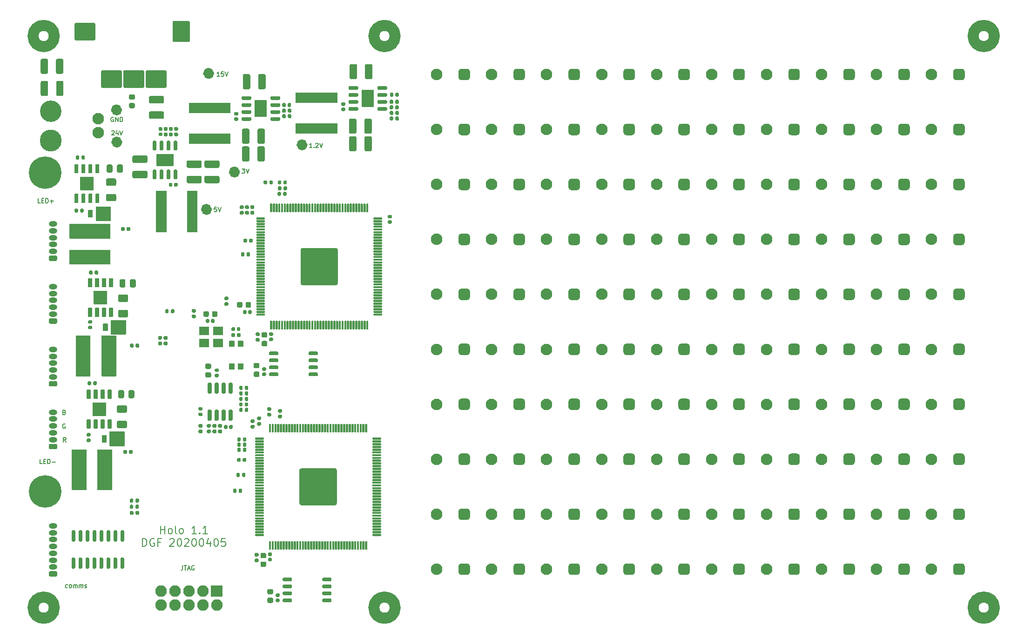
<source format=gts>
G04 #@! TF.GenerationSoftware,KiCad,Pcbnew,(5.1.9)-1*
G04 #@! TF.CreationDate,2021-06-02T00:25:46+02:00*
G04 #@! TF.ProjectId,floater,666c6f61-7465-4722-9e6b-696361645f70,rev?*
G04 #@! TF.SameCoordinates,Original*
G04 #@! TF.FileFunction,Soldermask,Top*
G04 #@! TF.FilePolarity,Negative*
%FSLAX46Y46*%
G04 Gerber Fmt 4.6, Leading zero omitted, Abs format (unit mm)*
G04 Created by KiCad (PCBNEW (5.1.9)-1) date 2021-06-02 00:25:46*
%MOMM*%
%LPD*%
G01*
G04 APERTURE LIST*
%ADD10C,2.000000*%
%ADD11C,1.000000*%
%ADD12C,0.153000*%
%ADD13C,0.140000*%
%ADD14C,0.200000*%
%ADD15C,3.900000*%
%ADD16C,3.990000*%
%ADD17C,2.100000*%
%ADD18O,2.100000X2.100000*%
%ADD19C,5.900000*%
%ADD20O,1.500000X1.000000*%
%ADD21C,0.100000*%
G04 APERTURE END LIST*
D10*
X237430470Y-138700000D02*
G75*
G03*
X237430470Y-138700000I-1930470J0D01*
G01*
X237430470Y-34700000D02*
G75*
G03*
X237430470Y-34700000I-1930470J0D01*
G01*
X128430470Y-34700000D02*
G75*
G03*
X128430470Y-34700000I-1930470J0D01*
G01*
X128430470Y-138700000D02*
G75*
G03*
X128430470Y-138700000I-1930470J0D01*
G01*
D11*
X78300000Y-54000000D02*
G75*
G03*
X78300000Y-54000000I-500000J0D01*
G01*
D12*
X95947619Y-65861904D02*
X95566666Y-65861904D01*
X95528571Y-66242857D01*
X95566666Y-66204761D01*
X95642857Y-66166666D01*
X95833333Y-66166666D01*
X95909523Y-66204761D01*
X95947619Y-66242857D01*
X95985714Y-66319047D01*
X95985714Y-66509523D01*
X95947619Y-66585714D01*
X95909523Y-66623809D01*
X95833333Y-66661904D01*
X95642857Y-66661904D01*
X95566666Y-66623809D01*
X95528571Y-66585714D01*
X96214285Y-65861904D02*
X96480952Y-66661904D01*
X96747619Y-65861904D01*
D11*
X94600000Y-66250000D02*
G75*
G03*
X94600000Y-66250000I-500000J0D01*
G01*
X99700000Y-59450000D02*
G75*
G03*
X99700000Y-59450000I-500000J0D01*
G01*
D12*
X100590476Y-58861904D02*
X101085714Y-58861904D01*
X100819047Y-59166666D01*
X100933333Y-59166666D01*
X101009523Y-59204761D01*
X101047619Y-59242857D01*
X101085714Y-59319047D01*
X101085714Y-59509523D01*
X101047619Y-59585714D01*
X101009523Y-59623809D01*
X100933333Y-59661904D01*
X100704761Y-59661904D01*
X100628571Y-59623809D01*
X100590476Y-59585714D01*
X101314285Y-58861904D02*
X101580952Y-59661904D01*
X101847619Y-58861904D01*
X113314285Y-55011904D02*
X112857142Y-55011904D01*
X113085714Y-55011904D02*
X113085714Y-54211904D01*
X113009523Y-54326190D01*
X112933333Y-54402380D01*
X112857142Y-54440476D01*
X113657142Y-54935714D02*
X113695238Y-54973809D01*
X113657142Y-55011904D01*
X113619047Y-54973809D01*
X113657142Y-54935714D01*
X113657142Y-55011904D01*
X114000000Y-54288095D02*
X114038095Y-54250000D01*
X114114285Y-54211904D01*
X114304761Y-54211904D01*
X114380952Y-54250000D01*
X114419047Y-54288095D01*
X114457142Y-54364285D01*
X114457142Y-54440476D01*
X114419047Y-54554761D01*
X113961904Y-55011904D01*
X114457142Y-55011904D01*
X114685714Y-54211904D02*
X114952380Y-55011904D01*
X115219047Y-54211904D01*
D11*
X112000000Y-54500000D02*
G75*
G03*
X112000000Y-54500000I-500000J0D01*
G01*
X78250000Y-48150000D02*
G75*
G03*
X78250000Y-48150000I-500000J0D01*
G01*
D12*
X96504761Y-42011904D02*
X96047619Y-42011904D01*
X96276190Y-42011904D02*
X96276190Y-41211904D01*
X96200000Y-41326190D01*
X96123809Y-41402380D01*
X96047619Y-41440476D01*
X97228571Y-41211904D02*
X96847619Y-41211904D01*
X96809523Y-41592857D01*
X96847619Y-41554761D01*
X96923809Y-41516666D01*
X97114285Y-41516666D01*
X97190476Y-41554761D01*
X97228571Y-41592857D01*
X97266666Y-41669047D01*
X97266666Y-41859523D01*
X97228571Y-41935714D01*
X97190476Y-41973809D01*
X97114285Y-42011904D01*
X96923809Y-42011904D01*
X96847619Y-41973809D01*
X96809523Y-41935714D01*
X97495238Y-41211904D02*
X97761904Y-42011904D01*
X98028571Y-41211904D01*
D11*
X95000000Y-41500000D02*
G75*
G03*
X95000000Y-41500000I-500000J0D01*
G01*
D12*
X77190476Y-49500000D02*
X77114285Y-49461904D01*
X77000000Y-49461904D01*
X76885714Y-49500000D01*
X76809523Y-49576190D01*
X76771428Y-49652380D01*
X76733333Y-49804761D01*
X76733333Y-49919047D01*
X76771428Y-50071428D01*
X76809523Y-50147619D01*
X76885714Y-50223809D01*
X77000000Y-50261904D01*
X77076190Y-50261904D01*
X77190476Y-50223809D01*
X77228571Y-50185714D01*
X77228571Y-49919047D01*
X77076190Y-49919047D01*
X77571428Y-50261904D02*
X77571428Y-49461904D01*
X78028571Y-50261904D01*
X78028571Y-49461904D01*
X78409523Y-50261904D02*
X78409523Y-49461904D01*
X78600000Y-49461904D01*
X78714285Y-49500000D01*
X78790476Y-49576190D01*
X78828571Y-49652380D01*
X78866666Y-49804761D01*
X78866666Y-49919047D01*
X78828571Y-50071428D01*
X78790476Y-50147619D01*
X78714285Y-50223809D01*
X78600000Y-50261904D01*
X78409523Y-50261904D01*
X76897619Y-51988095D02*
X76935714Y-51950000D01*
X77011904Y-51911904D01*
X77202380Y-51911904D01*
X77278571Y-51950000D01*
X77316666Y-51988095D01*
X77354761Y-52064285D01*
X77354761Y-52140476D01*
X77316666Y-52254761D01*
X76859523Y-52711904D01*
X77354761Y-52711904D01*
X78040476Y-52178571D02*
X78040476Y-52711904D01*
X77850000Y-51873809D02*
X77659523Y-52445238D01*
X78154761Y-52445238D01*
X78345238Y-51911904D02*
X78611904Y-52711904D01*
X78878571Y-51911904D01*
X63890476Y-65061904D02*
X63509523Y-65061904D01*
X63509523Y-64261904D01*
X64157142Y-64642857D02*
X64423809Y-64642857D01*
X64538095Y-65061904D02*
X64157142Y-65061904D01*
X64157142Y-64261904D01*
X64538095Y-64261904D01*
X64880952Y-65061904D02*
X64880952Y-64261904D01*
X65071428Y-64261904D01*
X65185714Y-64300000D01*
X65261904Y-64376190D01*
X65300000Y-64452380D01*
X65338095Y-64604761D01*
X65338095Y-64719047D01*
X65300000Y-64871428D01*
X65261904Y-64947619D01*
X65185714Y-65023809D01*
X65071428Y-65061904D01*
X64880952Y-65061904D01*
X65680952Y-64757142D02*
X66290476Y-64757142D01*
X65985714Y-65061904D02*
X65985714Y-64452380D01*
X64240476Y-112511904D02*
X63859523Y-112511904D01*
X63859523Y-111711904D01*
X64507142Y-112092857D02*
X64773809Y-112092857D01*
X64888095Y-112511904D02*
X64507142Y-112511904D01*
X64507142Y-111711904D01*
X64888095Y-111711904D01*
X65230952Y-112511904D02*
X65230952Y-111711904D01*
X65421428Y-111711904D01*
X65535714Y-111750000D01*
X65611904Y-111826190D01*
X65650000Y-111902380D01*
X65688095Y-112054761D01*
X65688095Y-112169047D01*
X65650000Y-112321428D01*
X65611904Y-112397619D01*
X65535714Y-112473809D01*
X65421428Y-112511904D01*
X65230952Y-112511904D01*
X66030952Y-112207142D02*
X66640476Y-112207142D01*
D13*
X68257142Y-103142857D02*
X68371428Y-103180952D01*
X68409523Y-103219047D01*
X68447619Y-103295238D01*
X68447619Y-103409523D01*
X68409523Y-103485714D01*
X68371428Y-103523809D01*
X68295238Y-103561904D01*
X67990476Y-103561904D01*
X67990476Y-102761904D01*
X68257142Y-102761904D01*
X68333333Y-102800000D01*
X68371428Y-102838095D01*
X68409523Y-102914285D01*
X68409523Y-102990476D01*
X68371428Y-103066666D01*
X68333333Y-103104761D01*
X68257142Y-103142857D01*
X67990476Y-103142857D01*
X68409523Y-105300000D02*
X68333333Y-105261904D01*
X68219047Y-105261904D01*
X68104761Y-105300000D01*
X68028571Y-105376190D01*
X67990476Y-105452380D01*
X67952380Y-105604761D01*
X67952380Y-105719047D01*
X67990476Y-105871428D01*
X68028571Y-105947619D01*
X68104761Y-106023809D01*
X68219047Y-106061904D01*
X68295238Y-106061904D01*
X68409523Y-106023809D01*
X68447619Y-105985714D01*
X68447619Y-105719047D01*
X68295238Y-105719047D01*
X68547619Y-108561904D02*
X68280952Y-108180952D01*
X68090476Y-108561904D02*
X68090476Y-107761904D01*
X68395238Y-107761904D01*
X68471428Y-107800000D01*
X68509523Y-107838095D01*
X68547619Y-107914285D01*
X68547619Y-108028571D01*
X68509523Y-108104761D01*
X68471428Y-108142857D01*
X68395238Y-108180952D01*
X68090476Y-108180952D01*
D12*
X89766666Y-131061904D02*
X89766666Y-131633333D01*
X89728571Y-131747619D01*
X89652380Y-131823809D01*
X89538095Y-131861904D01*
X89461904Y-131861904D01*
X90033333Y-131061904D02*
X90490476Y-131061904D01*
X90261904Y-131861904D02*
X90261904Y-131061904D01*
X90719047Y-131633333D02*
X91100000Y-131633333D01*
X90642857Y-131861904D02*
X90909523Y-131061904D01*
X91176190Y-131861904D01*
X91861904Y-131100000D02*
X91785714Y-131061904D01*
X91671428Y-131061904D01*
X91557142Y-131100000D01*
X91480952Y-131176190D01*
X91442857Y-131252380D01*
X91404761Y-131404761D01*
X91404761Y-131519047D01*
X91442857Y-131671428D01*
X91480952Y-131747619D01*
X91557142Y-131823809D01*
X91671428Y-131861904D01*
X91747619Y-131861904D01*
X91861904Y-131823809D01*
X91900000Y-131785714D01*
X91900000Y-131519047D01*
X91747619Y-131519047D01*
X68838095Y-135023809D02*
X68761904Y-135061904D01*
X68609523Y-135061904D01*
X68533333Y-135023809D01*
X68495238Y-134985714D01*
X68457142Y-134909523D01*
X68457142Y-134680952D01*
X68495238Y-134604761D01*
X68533333Y-134566666D01*
X68609523Y-134528571D01*
X68761904Y-134528571D01*
X68838095Y-134566666D01*
X69295238Y-135061904D02*
X69219047Y-135023809D01*
X69180952Y-134985714D01*
X69142857Y-134909523D01*
X69142857Y-134680952D01*
X69180952Y-134604761D01*
X69219047Y-134566666D01*
X69295238Y-134528571D01*
X69409523Y-134528571D01*
X69485714Y-134566666D01*
X69523809Y-134604761D01*
X69561904Y-134680952D01*
X69561904Y-134909523D01*
X69523809Y-134985714D01*
X69485714Y-135023809D01*
X69409523Y-135061904D01*
X69295238Y-135061904D01*
X69904761Y-135061904D02*
X69904761Y-134528571D01*
X69904761Y-134604761D02*
X69942857Y-134566666D01*
X70019047Y-134528571D01*
X70133333Y-134528571D01*
X70209523Y-134566666D01*
X70247619Y-134642857D01*
X70247619Y-135061904D01*
X70247619Y-134642857D02*
X70285714Y-134566666D01*
X70361904Y-134528571D01*
X70476190Y-134528571D01*
X70552380Y-134566666D01*
X70590476Y-134642857D01*
X70590476Y-135061904D01*
X70971428Y-135061904D02*
X70971428Y-134528571D01*
X70971428Y-134604761D02*
X71009523Y-134566666D01*
X71085714Y-134528571D01*
X71200000Y-134528571D01*
X71276190Y-134566666D01*
X71314285Y-134642857D01*
X71314285Y-135061904D01*
X71314285Y-134642857D02*
X71352380Y-134566666D01*
X71428571Y-134528571D01*
X71542857Y-134528571D01*
X71619047Y-134566666D01*
X71657142Y-134642857D01*
X71657142Y-135061904D01*
X72000000Y-135023809D02*
X72076190Y-135061904D01*
X72228571Y-135061904D01*
X72304761Y-135023809D01*
X72342857Y-134947619D01*
X72342857Y-134909523D01*
X72304761Y-134833333D01*
X72228571Y-134795238D01*
X72114285Y-134795238D01*
X72038095Y-134757142D01*
X72000000Y-134680952D01*
X72000000Y-134642857D01*
X72038095Y-134566666D01*
X72114285Y-134528571D01*
X72228571Y-134528571D01*
X72304761Y-134566666D01*
D14*
X85766666Y-125233333D02*
X85766666Y-123833333D01*
X85766666Y-124500000D02*
X86566666Y-124500000D01*
X86566666Y-125233333D02*
X86566666Y-123833333D01*
X87433333Y-125233333D02*
X87300000Y-125166666D01*
X87233333Y-125100000D01*
X87166666Y-124966666D01*
X87166666Y-124566666D01*
X87233333Y-124433333D01*
X87300000Y-124366666D01*
X87433333Y-124300000D01*
X87633333Y-124300000D01*
X87766666Y-124366666D01*
X87833333Y-124433333D01*
X87900000Y-124566666D01*
X87900000Y-124966666D01*
X87833333Y-125100000D01*
X87766666Y-125166666D01*
X87633333Y-125233333D01*
X87433333Y-125233333D01*
X88700000Y-125233333D02*
X88566666Y-125166666D01*
X88500000Y-125033333D01*
X88500000Y-123833333D01*
X89433333Y-125233333D02*
X89300000Y-125166666D01*
X89233333Y-125100000D01*
X89166666Y-124966666D01*
X89166666Y-124566666D01*
X89233333Y-124433333D01*
X89300000Y-124366666D01*
X89433333Y-124300000D01*
X89633333Y-124300000D01*
X89766666Y-124366666D01*
X89833333Y-124433333D01*
X89900000Y-124566666D01*
X89900000Y-124966666D01*
X89833333Y-125100000D01*
X89766666Y-125166666D01*
X89633333Y-125233333D01*
X89433333Y-125233333D01*
X92300000Y-125233333D02*
X91500000Y-125233333D01*
X91900000Y-125233333D02*
X91900000Y-123833333D01*
X91766666Y-124033333D01*
X91633333Y-124166666D01*
X91500000Y-124233333D01*
X92900000Y-125100000D02*
X92966666Y-125166666D01*
X92900000Y-125233333D01*
X92833333Y-125166666D01*
X92900000Y-125100000D01*
X92900000Y-125233333D01*
X94300000Y-125233333D02*
X93500000Y-125233333D01*
X93900000Y-125233333D02*
X93900000Y-123833333D01*
X93766666Y-124033333D01*
X93633333Y-124166666D01*
X93500000Y-124233333D01*
X82466666Y-127533333D02*
X82466666Y-126133333D01*
X82800000Y-126133333D01*
X83000000Y-126200000D01*
X83133333Y-126333333D01*
X83200000Y-126466666D01*
X83266666Y-126733333D01*
X83266666Y-126933333D01*
X83200000Y-127200000D01*
X83133333Y-127333333D01*
X83000000Y-127466666D01*
X82800000Y-127533333D01*
X82466666Y-127533333D01*
X84600000Y-126200000D02*
X84466666Y-126133333D01*
X84266666Y-126133333D01*
X84066666Y-126200000D01*
X83933333Y-126333333D01*
X83866666Y-126466666D01*
X83800000Y-126733333D01*
X83800000Y-126933333D01*
X83866666Y-127200000D01*
X83933333Y-127333333D01*
X84066666Y-127466666D01*
X84266666Y-127533333D01*
X84400000Y-127533333D01*
X84600000Y-127466666D01*
X84666666Y-127400000D01*
X84666666Y-126933333D01*
X84400000Y-126933333D01*
X85733333Y-126800000D02*
X85266666Y-126800000D01*
X85266666Y-127533333D02*
X85266666Y-126133333D01*
X85933333Y-126133333D01*
X87466666Y-126266666D02*
X87533333Y-126200000D01*
X87666666Y-126133333D01*
X88000000Y-126133333D01*
X88133333Y-126200000D01*
X88200000Y-126266666D01*
X88266666Y-126400000D01*
X88266666Y-126533333D01*
X88200000Y-126733333D01*
X87400000Y-127533333D01*
X88266666Y-127533333D01*
X89133333Y-126133333D02*
X89266666Y-126133333D01*
X89400000Y-126200000D01*
X89466666Y-126266666D01*
X89533333Y-126400000D01*
X89600000Y-126666666D01*
X89600000Y-127000000D01*
X89533333Y-127266666D01*
X89466666Y-127400000D01*
X89400000Y-127466666D01*
X89266666Y-127533333D01*
X89133333Y-127533333D01*
X89000000Y-127466666D01*
X88933333Y-127400000D01*
X88866666Y-127266666D01*
X88800000Y-127000000D01*
X88800000Y-126666666D01*
X88866666Y-126400000D01*
X88933333Y-126266666D01*
X89000000Y-126200000D01*
X89133333Y-126133333D01*
X90133333Y-126266666D02*
X90200000Y-126200000D01*
X90333333Y-126133333D01*
X90666666Y-126133333D01*
X90800000Y-126200000D01*
X90866666Y-126266666D01*
X90933333Y-126400000D01*
X90933333Y-126533333D01*
X90866666Y-126733333D01*
X90066666Y-127533333D01*
X90933333Y-127533333D01*
X91800000Y-126133333D02*
X91933333Y-126133333D01*
X92066666Y-126200000D01*
X92133333Y-126266666D01*
X92200000Y-126400000D01*
X92266666Y-126666666D01*
X92266666Y-127000000D01*
X92200000Y-127266666D01*
X92133333Y-127400000D01*
X92066666Y-127466666D01*
X91933333Y-127533333D01*
X91800000Y-127533333D01*
X91666666Y-127466666D01*
X91600000Y-127400000D01*
X91533333Y-127266666D01*
X91466666Y-127000000D01*
X91466666Y-126666666D01*
X91533333Y-126400000D01*
X91600000Y-126266666D01*
X91666666Y-126200000D01*
X91800000Y-126133333D01*
X93133333Y-126133333D02*
X93266666Y-126133333D01*
X93400000Y-126200000D01*
X93466666Y-126266666D01*
X93533333Y-126400000D01*
X93600000Y-126666666D01*
X93600000Y-127000000D01*
X93533333Y-127266666D01*
X93466666Y-127400000D01*
X93400000Y-127466666D01*
X93266666Y-127533333D01*
X93133333Y-127533333D01*
X93000000Y-127466666D01*
X92933333Y-127400000D01*
X92866666Y-127266666D01*
X92800000Y-127000000D01*
X92800000Y-126666666D01*
X92866666Y-126400000D01*
X92933333Y-126266666D01*
X93000000Y-126200000D01*
X93133333Y-126133333D01*
X94800000Y-126600000D02*
X94800000Y-127533333D01*
X94466666Y-126066666D02*
X94133333Y-127066666D01*
X95000000Y-127066666D01*
X95800000Y-126133333D02*
X95933333Y-126133333D01*
X96066666Y-126200000D01*
X96133333Y-126266666D01*
X96200000Y-126400000D01*
X96266666Y-126666666D01*
X96266666Y-127000000D01*
X96200000Y-127266666D01*
X96133333Y-127400000D01*
X96066666Y-127466666D01*
X95933333Y-127533333D01*
X95800000Y-127533333D01*
X95666666Y-127466666D01*
X95600000Y-127400000D01*
X95533333Y-127266666D01*
X95466666Y-127000000D01*
X95466666Y-126666666D01*
X95533333Y-126400000D01*
X95600000Y-126266666D01*
X95666666Y-126200000D01*
X95800000Y-126133333D01*
X97533333Y-126133333D02*
X96866666Y-126133333D01*
X96800000Y-126800000D01*
X96866666Y-126733333D01*
X97000000Y-126666666D01*
X97333333Y-126666666D01*
X97466666Y-126733333D01*
X97533333Y-126800000D01*
X97600000Y-126933333D01*
X97600000Y-127266666D01*
X97533333Y-127400000D01*
X97466666Y-127466666D01*
X97333333Y-127533333D01*
X97000000Y-127533333D01*
X96866666Y-127466666D01*
X96800000Y-127400000D01*
D10*
X66430470Y-34700000D02*
G75*
G03*
X66430470Y-34700000I-1930470J0D01*
G01*
X66430470Y-138700000D02*
G75*
G03*
X66430470Y-138700000I-1930470J0D01*
G01*
X237430470Y-138700000D02*
G75*
G03*
X237430470Y-138700000I-1930470J0D01*
G01*
X237430470Y-34700000D02*
G75*
G03*
X237430470Y-34700000I-1930470J0D01*
G01*
X128430470Y-34700000D02*
G75*
G03*
X128430470Y-34700000I-1930470J0D01*
G01*
X128430470Y-138700000D02*
G75*
G03*
X128430470Y-138700000I-1930470J0D01*
G01*
D11*
X78300000Y-54000000D02*
G75*
G03*
X78300000Y-54000000I-500000J0D01*
G01*
D12*
X95947619Y-65861904D02*
X95566666Y-65861904D01*
X95528571Y-66242857D01*
X95566666Y-66204761D01*
X95642857Y-66166666D01*
X95833333Y-66166666D01*
X95909523Y-66204761D01*
X95947619Y-66242857D01*
X95985714Y-66319047D01*
X95985714Y-66509523D01*
X95947619Y-66585714D01*
X95909523Y-66623809D01*
X95833333Y-66661904D01*
X95642857Y-66661904D01*
X95566666Y-66623809D01*
X95528571Y-66585714D01*
X96214285Y-65861904D02*
X96480952Y-66661904D01*
X96747619Y-65861904D01*
D11*
X94600000Y-66250000D02*
G75*
G03*
X94600000Y-66250000I-500000J0D01*
G01*
X99700000Y-59450000D02*
G75*
G03*
X99700000Y-59450000I-500000J0D01*
G01*
D12*
X100590476Y-58861904D02*
X101085714Y-58861904D01*
X100819047Y-59166666D01*
X100933333Y-59166666D01*
X101009523Y-59204761D01*
X101047619Y-59242857D01*
X101085714Y-59319047D01*
X101085714Y-59509523D01*
X101047619Y-59585714D01*
X101009523Y-59623809D01*
X100933333Y-59661904D01*
X100704761Y-59661904D01*
X100628571Y-59623809D01*
X100590476Y-59585714D01*
X101314285Y-58861904D02*
X101580952Y-59661904D01*
X101847619Y-58861904D01*
X113314285Y-55011904D02*
X112857142Y-55011904D01*
X113085714Y-55011904D02*
X113085714Y-54211904D01*
X113009523Y-54326190D01*
X112933333Y-54402380D01*
X112857142Y-54440476D01*
X113657142Y-54935714D02*
X113695238Y-54973809D01*
X113657142Y-55011904D01*
X113619047Y-54973809D01*
X113657142Y-54935714D01*
X113657142Y-55011904D01*
X114000000Y-54288095D02*
X114038095Y-54250000D01*
X114114285Y-54211904D01*
X114304761Y-54211904D01*
X114380952Y-54250000D01*
X114419047Y-54288095D01*
X114457142Y-54364285D01*
X114457142Y-54440476D01*
X114419047Y-54554761D01*
X113961904Y-55011904D01*
X114457142Y-55011904D01*
X114685714Y-54211904D02*
X114952380Y-55011904D01*
X115219047Y-54211904D01*
D11*
X112000000Y-54500000D02*
G75*
G03*
X112000000Y-54500000I-500000J0D01*
G01*
X78250000Y-48150000D02*
G75*
G03*
X78250000Y-48150000I-500000J0D01*
G01*
D12*
X96504761Y-42011904D02*
X96047619Y-42011904D01*
X96276190Y-42011904D02*
X96276190Y-41211904D01*
X96200000Y-41326190D01*
X96123809Y-41402380D01*
X96047619Y-41440476D01*
X97228571Y-41211904D02*
X96847619Y-41211904D01*
X96809523Y-41592857D01*
X96847619Y-41554761D01*
X96923809Y-41516666D01*
X97114285Y-41516666D01*
X97190476Y-41554761D01*
X97228571Y-41592857D01*
X97266666Y-41669047D01*
X97266666Y-41859523D01*
X97228571Y-41935714D01*
X97190476Y-41973809D01*
X97114285Y-42011904D01*
X96923809Y-42011904D01*
X96847619Y-41973809D01*
X96809523Y-41935714D01*
X97495238Y-41211904D02*
X97761904Y-42011904D01*
X98028571Y-41211904D01*
D11*
X95000000Y-41500000D02*
G75*
G03*
X95000000Y-41500000I-500000J0D01*
G01*
D12*
X77190476Y-49500000D02*
X77114285Y-49461904D01*
X77000000Y-49461904D01*
X76885714Y-49500000D01*
X76809523Y-49576190D01*
X76771428Y-49652380D01*
X76733333Y-49804761D01*
X76733333Y-49919047D01*
X76771428Y-50071428D01*
X76809523Y-50147619D01*
X76885714Y-50223809D01*
X77000000Y-50261904D01*
X77076190Y-50261904D01*
X77190476Y-50223809D01*
X77228571Y-50185714D01*
X77228571Y-49919047D01*
X77076190Y-49919047D01*
X77571428Y-50261904D02*
X77571428Y-49461904D01*
X78028571Y-50261904D01*
X78028571Y-49461904D01*
X78409523Y-50261904D02*
X78409523Y-49461904D01*
X78600000Y-49461904D01*
X78714285Y-49500000D01*
X78790476Y-49576190D01*
X78828571Y-49652380D01*
X78866666Y-49804761D01*
X78866666Y-49919047D01*
X78828571Y-50071428D01*
X78790476Y-50147619D01*
X78714285Y-50223809D01*
X78600000Y-50261904D01*
X78409523Y-50261904D01*
X76897619Y-51988095D02*
X76935714Y-51950000D01*
X77011904Y-51911904D01*
X77202380Y-51911904D01*
X77278571Y-51950000D01*
X77316666Y-51988095D01*
X77354761Y-52064285D01*
X77354761Y-52140476D01*
X77316666Y-52254761D01*
X76859523Y-52711904D01*
X77354761Y-52711904D01*
X78040476Y-52178571D02*
X78040476Y-52711904D01*
X77850000Y-51873809D02*
X77659523Y-52445238D01*
X78154761Y-52445238D01*
X78345238Y-51911904D02*
X78611904Y-52711904D01*
X78878571Y-51911904D01*
X63890476Y-65061904D02*
X63509523Y-65061904D01*
X63509523Y-64261904D01*
X64157142Y-64642857D02*
X64423809Y-64642857D01*
X64538095Y-65061904D02*
X64157142Y-65061904D01*
X64157142Y-64261904D01*
X64538095Y-64261904D01*
X64880952Y-65061904D02*
X64880952Y-64261904D01*
X65071428Y-64261904D01*
X65185714Y-64300000D01*
X65261904Y-64376190D01*
X65300000Y-64452380D01*
X65338095Y-64604761D01*
X65338095Y-64719047D01*
X65300000Y-64871428D01*
X65261904Y-64947619D01*
X65185714Y-65023809D01*
X65071428Y-65061904D01*
X64880952Y-65061904D01*
X65680952Y-64757142D02*
X66290476Y-64757142D01*
X65985714Y-65061904D02*
X65985714Y-64452380D01*
X64240476Y-112511904D02*
X63859523Y-112511904D01*
X63859523Y-111711904D01*
X64507142Y-112092857D02*
X64773809Y-112092857D01*
X64888095Y-112511904D02*
X64507142Y-112511904D01*
X64507142Y-111711904D01*
X64888095Y-111711904D01*
X65230952Y-112511904D02*
X65230952Y-111711904D01*
X65421428Y-111711904D01*
X65535714Y-111750000D01*
X65611904Y-111826190D01*
X65650000Y-111902380D01*
X65688095Y-112054761D01*
X65688095Y-112169047D01*
X65650000Y-112321428D01*
X65611904Y-112397619D01*
X65535714Y-112473809D01*
X65421428Y-112511904D01*
X65230952Y-112511904D01*
X66030952Y-112207142D02*
X66640476Y-112207142D01*
D13*
X68257142Y-103142857D02*
X68371428Y-103180952D01*
X68409523Y-103219047D01*
X68447619Y-103295238D01*
X68447619Y-103409523D01*
X68409523Y-103485714D01*
X68371428Y-103523809D01*
X68295238Y-103561904D01*
X67990476Y-103561904D01*
X67990476Y-102761904D01*
X68257142Y-102761904D01*
X68333333Y-102800000D01*
X68371428Y-102838095D01*
X68409523Y-102914285D01*
X68409523Y-102990476D01*
X68371428Y-103066666D01*
X68333333Y-103104761D01*
X68257142Y-103142857D01*
X67990476Y-103142857D01*
X68409523Y-105300000D02*
X68333333Y-105261904D01*
X68219047Y-105261904D01*
X68104761Y-105300000D01*
X68028571Y-105376190D01*
X67990476Y-105452380D01*
X67952380Y-105604761D01*
X67952380Y-105719047D01*
X67990476Y-105871428D01*
X68028571Y-105947619D01*
X68104761Y-106023809D01*
X68219047Y-106061904D01*
X68295238Y-106061904D01*
X68409523Y-106023809D01*
X68447619Y-105985714D01*
X68447619Y-105719047D01*
X68295238Y-105719047D01*
X68547619Y-108561904D02*
X68280952Y-108180952D01*
X68090476Y-108561904D02*
X68090476Y-107761904D01*
X68395238Y-107761904D01*
X68471428Y-107800000D01*
X68509523Y-107838095D01*
X68547619Y-107914285D01*
X68547619Y-108028571D01*
X68509523Y-108104761D01*
X68471428Y-108142857D01*
X68395238Y-108180952D01*
X68090476Y-108180952D01*
D12*
X89766666Y-131061904D02*
X89766666Y-131633333D01*
X89728571Y-131747619D01*
X89652380Y-131823809D01*
X89538095Y-131861904D01*
X89461904Y-131861904D01*
X90033333Y-131061904D02*
X90490476Y-131061904D01*
X90261904Y-131861904D02*
X90261904Y-131061904D01*
X90719047Y-131633333D02*
X91100000Y-131633333D01*
X90642857Y-131861904D02*
X90909523Y-131061904D01*
X91176190Y-131861904D01*
X91861904Y-131100000D02*
X91785714Y-131061904D01*
X91671428Y-131061904D01*
X91557142Y-131100000D01*
X91480952Y-131176190D01*
X91442857Y-131252380D01*
X91404761Y-131404761D01*
X91404761Y-131519047D01*
X91442857Y-131671428D01*
X91480952Y-131747619D01*
X91557142Y-131823809D01*
X91671428Y-131861904D01*
X91747619Y-131861904D01*
X91861904Y-131823809D01*
X91900000Y-131785714D01*
X91900000Y-131519047D01*
X91747619Y-131519047D01*
X68838095Y-135023809D02*
X68761904Y-135061904D01*
X68609523Y-135061904D01*
X68533333Y-135023809D01*
X68495238Y-134985714D01*
X68457142Y-134909523D01*
X68457142Y-134680952D01*
X68495238Y-134604761D01*
X68533333Y-134566666D01*
X68609523Y-134528571D01*
X68761904Y-134528571D01*
X68838095Y-134566666D01*
X69295238Y-135061904D02*
X69219047Y-135023809D01*
X69180952Y-134985714D01*
X69142857Y-134909523D01*
X69142857Y-134680952D01*
X69180952Y-134604761D01*
X69219047Y-134566666D01*
X69295238Y-134528571D01*
X69409523Y-134528571D01*
X69485714Y-134566666D01*
X69523809Y-134604761D01*
X69561904Y-134680952D01*
X69561904Y-134909523D01*
X69523809Y-134985714D01*
X69485714Y-135023809D01*
X69409523Y-135061904D01*
X69295238Y-135061904D01*
X69904761Y-135061904D02*
X69904761Y-134528571D01*
X69904761Y-134604761D02*
X69942857Y-134566666D01*
X70019047Y-134528571D01*
X70133333Y-134528571D01*
X70209523Y-134566666D01*
X70247619Y-134642857D01*
X70247619Y-135061904D01*
X70247619Y-134642857D02*
X70285714Y-134566666D01*
X70361904Y-134528571D01*
X70476190Y-134528571D01*
X70552380Y-134566666D01*
X70590476Y-134642857D01*
X70590476Y-135061904D01*
X70971428Y-135061904D02*
X70971428Y-134528571D01*
X70971428Y-134604761D02*
X71009523Y-134566666D01*
X71085714Y-134528571D01*
X71200000Y-134528571D01*
X71276190Y-134566666D01*
X71314285Y-134642857D01*
X71314285Y-135061904D01*
X71314285Y-134642857D02*
X71352380Y-134566666D01*
X71428571Y-134528571D01*
X71542857Y-134528571D01*
X71619047Y-134566666D01*
X71657142Y-134642857D01*
X71657142Y-135061904D01*
X72000000Y-135023809D02*
X72076190Y-135061904D01*
X72228571Y-135061904D01*
X72304761Y-135023809D01*
X72342857Y-134947619D01*
X72342857Y-134909523D01*
X72304761Y-134833333D01*
X72228571Y-134795238D01*
X72114285Y-134795238D01*
X72038095Y-134757142D01*
X72000000Y-134680952D01*
X72000000Y-134642857D01*
X72038095Y-134566666D01*
X72114285Y-134528571D01*
X72228571Y-134528571D01*
X72304761Y-134566666D01*
D14*
X85766666Y-125233333D02*
X85766666Y-123833333D01*
X85766666Y-124500000D02*
X86566666Y-124500000D01*
X86566666Y-125233333D02*
X86566666Y-123833333D01*
X87433333Y-125233333D02*
X87300000Y-125166666D01*
X87233333Y-125100000D01*
X87166666Y-124966666D01*
X87166666Y-124566666D01*
X87233333Y-124433333D01*
X87300000Y-124366666D01*
X87433333Y-124300000D01*
X87633333Y-124300000D01*
X87766666Y-124366666D01*
X87833333Y-124433333D01*
X87900000Y-124566666D01*
X87900000Y-124966666D01*
X87833333Y-125100000D01*
X87766666Y-125166666D01*
X87633333Y-125233333D01*
X87433333Y-125233333D01*
X88700000Y-125233333D02*
X88566666Y-125166666D01*
X88500000Y-125033333D01*
X88500000Y-123833333D01*
X89433333Y-125233333D02*
X89300000Y-125166666D01*
X89233333Y-125100000D01*
X89166666Y-124966666D01*
X89166666Y-124566666D01*
X89233333Y-124433333D01*
X89300000Y-124366666D01*
X89433333Y-124300000D01*
X89633333Y-124300000D01*
X89766666Y-124366666D01*
X89833333Y-124433333D01*
X89900000Y-124566666D01*
X89900000Y-124966666D01*
X89833333Y-125100000D01*
X89766666Y-125166666D01*
X89633333Y-125233333D01*
X89433333Y-125233333D01*
X92300000Y-125233333D02*
X91500000Y-125233333D01*
X91900000Y-125233333D02*
X91900000Y-123833333D01*
X91766666Y-124033333D01*
X91633333Y-124166666D01*
X91500000Y-124233333D01*
X92900000Y-125100000D02*
X92966666Y-125166666D01*
X92900000Y-125233333D01*
X92833333Y-125166666D01*
X92900000Y-125100000D01*
X92900000Y-125233333D01*
X94300000Y-125233333D02*
X93500000Y-125233333D01*
X93900000Y-125233333D02*
X93900000Y-123833333D01*
X93766666Y-124033333D01*
X93633333Y-124166666D01*
X93500000Y-124233333D01*
X82466666Y-127533333D02*
X82466666Y-126133333D01*
X82800000Y-126133333D01*
X83000000Y-126200000D01*
X83133333Y-126333333D01*
X83200000Y-126466666D01*
X83266666Y-126733333D01*
X83266666Y-126933333D01*
X83200000Y-127200000D01*
X83133333Y-127333333D01*
X83000000Y-127466666D01*
X82800000Y-127533333D01*
X82466666Y-127533333D01*
X84600000Y-126200000D02*
X84466666Y-126133333D01*
X84266666Y-126133333D01*
X84066666Y-126200000D01*
X83933333Y-126333333D01*
X83866666Y-126466666D01*
X83800000Y-126733333D01*
X83800000Y-126933333D01*
X83866666Y-127200000D01*
X83933333Y-127333333D01*
X84066666Y-127466666D01*
X84266666Y-127533333D01*
X84400000Y-127533333D01*
X84600000Y-127466666D01*
X84666666Y-127400000D01*
X84666666Y-126933333D01*
X84400000Y-126933333D01*
X85733333Y-126800000D02*
X85266666Y-126800000D01*
X85266666Y-127533333D02*
X85266666Y-126133333D01*
X85933333Y-126133333D01*
X87466666Y-126266666D02*
X87533333Y-126200000D01*
X87666666Y-126133333D01*
X88000000Y-126133333D01*
X88133333Y-126200000D01*
X88200000Y-126266666D01*
X88266666Y-126400000D01*
X88266666Y-126533333D01*
X88200000Y-126733333D01*
X87400000Y-127533333D01*
X88266666Y-127533333D01*
X89133333Y-126133333D02*
X89266666Y-126133333D01*
X89400000Y-126200000D01*
X89466666Y-126266666D01*
X89533333Y-126400000D01*
X89600000Y-126666666D01*
X89600000Y-127000000D01*
X89533333Y-127266666D01*
X89466666Y-127400000D01*
X89400000Y-127466666D01*
X89266666Y-127533333D01*
X89133333Y-127533333D01*
X89000000Y-127466666D01*
X88933333Y-127400000D01*
X88866666Y-127266666D01*
X88800000Y-127000000D01*
X88800000Y-126666666D01*
X88866666Y-126400000D01*
X88933333Y-126266666D01*
X89000000Y-126200000D01*
X89133333Y-126133333D01*
X90133333Y-126266666D02*
X90200000Y-126200000D01*
X90333333Y-126133333D01*
X90666666Y-126133333D01*
X90800000Y-126200000D01*
X90866666Y-126266666D01*
X90933333Y-126400000D01*
X90933333Y-126533333D01*
X90866666Y-126733333D01*
X90066666Y-127533333D01*
X90933333Y-127533333D01*
X91800000Y-126133333D02*
X91933333Y-126133333D01*
X92066666Y-126200000D01*
X92133333Y-126266666D01*
X92200000Y-126400000D01*
X92266666Y-126666666D01*
X92266666Y-127000000D01*
X92200000Y-127266666D01*
X92133333Y-127400000D01*
X92066666Y-127466666D01*
X91933333Y-127533333D01*
X91800000Y-127533333D01*
X91666666Y-127466666D01*
X91600000Y-127400000D01*
X91533333Y-127266666D01*
X91466666Y-127000000D01*
X91466666Y-126666666D01*
X91533333Y-126400000D01*
X91600000Y-126266666D01*
X91666666Y-126200000D01*
X91800000Y-126133333D01*
X93133333Y-126133333D02*
X93266666Y-126133333D01*
X93400000Y-126200000D01*
X93466666Y-126266666D01*
X93533333Y-126400000D01*
X93600000Y-126666666D01*
X93600000Y-127000000D01*
X93533333Y-127266666D01*
X93466666Y-127400000D01*
X93400000Y-127466666D01*
X93266666Y-127533333D01*
X93133333Y-127533333D01*
X93000000Y-127466666D01*
X92933333Y-127400000D01*
X92866666Y-127266666D01*
X92800000Y-127000000D01*
X92800000Y-126666666D01*
X92866666Y-126400000D01*
X92933333Y-126266666D01*
X93000000Y-126200000D01*
X93133333Y-126133333D01*
X94800000Y-126600000D02*
X94800000Y-127533333D01*
X94466666Y-126066666D02*
X94133333Y-127066666D01*
X95000000Y-127066666D01*
X95800000Y-126133333D02*
X95933333Y-126133333D01*
X96066666Y-126200000D01*
X96133333Y-126266666D01*
X96200000Y-126400000D01*
X96266666Y-126666666D01*
X96266666Y-127000000D01*
X96200000Y-127266666D01*
X96133333Y-127400000D01*
X96066666Y-127466666D01*
X95933333Y-127533333D01*
X95800000Y-127533333D01*
X95666666Y-127466666D01*
X95600000Y-127400000D01*
X95533333Y-127266666D01*
X95466666Y-127000000D01*
X95466666Y-126666666D01*
X95533333Y-126400000D01*
X95600000Y-126266666D01*
X95666666Y-126200000D01*
X95800000Y-126133333D01*
X97533333Y-126133333D02*
X96866666Y-126133333D01*
X96800000Y-126800000D01*
X96866666Y-126733333D01*
X97000000Y-126666666D01*
X97333333Y-126666666D01*
X97466666Y-126733333D01*
X97533333Y-126800000D01*
X97600000Y-126933333D01*
X97600000Y-127266666D01*
X97533333Y-127400000D01*
X97466666Y-127466666D01*
X97333333Y-127533333D01*
X97000000Y-127533333D01*
X96866666Y-127466666D01*
X96800000Y-127400000D01*
D10*
X66430470Y-34700000D02*
G75*
G03*
X66430470Y-34700000I-1930470J0D01*
G01*
X66430470Y-138700000D02*
G75*
G03*
X66430470Y-138700000I-1930470J0D01*
G01*
D15*
X65824060Y-48354340D03*
D16*
X65824060Y-53694340D03*
D17*
X74464060Y-49754340D03*
X74464060Y-52294340D03*
G36*
G01*
X83041260Y-43916881D02*
X83041260Y-41126879D01*
G75*
G02*
X83241259Y-40926880I199999J0D01*
G01*
X86671261Y-40926880D01*
G75*
G02*
X86871260Y-41126879I0J-199999D01*
G01*
X86871260Y-43916881D01*
G75*
G02*
X86671261Y-44116880I-199999J0D01*
G01*
X83241259Y-44116880D01*
G75*
G02*
X83041260Y-43916881I0J199999D01*
G01*
G37*
G36*
G01*
X78971260Y-43916881D02*
X78971260Y-41126879D01*
G75*
G02*
X79171259Y-40926880I199999J0D01*
G01*
X82601261Y-40926880D01*
G75*
G02*
X82801260Y-41126879I0J-199999D01*
G01*
X82801260Y-43916881D01*
G75*
G02*
X82601261Y-44116880I-199999J0D01*
G01*
X79171259Y-44116880D01*
G75*
G02*
X78971260Y-43916881I0J199999D01*
G01*
G37*
G36*
G01*
X74921260Y-43916881D02*
X74921260Y-41126879D01*
G75*
G02*
X75121259Y-40926880I199999J0D01*
G01*
X78551261Y-40926880D01*
G75*
G02*
X78751260Y-41126879I0J-199999D01*
G01*
X78751260Y-43916881D01*
G75*
G02*
X78551261Y-44116880I-199999J0D01*
G01*
X75121259Y-44116880D01*
G75*
G02*
X74921260Y-43916881I0J199999D01*
G01*
G37*
G36*
G01*
X70091260Y-35276881D02*
X70091260Y-32486879D01*
G75*
G02*
X70291259Y-32286880I199999J0D01*
G01*
X73721261Y-32286880D01*
G75*
G02*
X73921260Y-32486879I0J-199999D01*
G01*
X73921260Y-35276881D01*
G75*
G02*
X73721261Y-35476880I-199999J0D01*
G01*
X70291259Y-35476880D01*
G75*
G02*
X70091260Y-35276881I0J199999D01*
G01*
G37*
G36*
G01*
X88131259Y-31966880D02*
X90921261Y-31966880D01*
G75*
G02*
X91121260Y-32166879I0J-199999D01*
G01*
X91121260Y-35596881D01*
G75*
G02*
X90921261Y-35796880I-199999J0D01*
G01*
X88131259Y-35796880D01*
G75*
G02*
X87931260Y-35596881I0J199999D01*
G01*
X87931260Y-32166879D01*
G75*
G02*
X88131259Y-31966880I199999J0D01*
G01*
G37*
G36*
G01*
X92781700Y-89102000D02*
X92781700Y-87602000D01*
G75*
G02*
X92831700Y-87552000I50000J0D01*
G01*
X94531700Y-87552000D01*
G75*
G02*
X94581700Y-87602000I0J-50000D01*
G01*
X94581700Y-89102000D01*
G75*
G02*
X94531700Y-89152000I-50000J0D01*
G01*
X92831700Y-89152000D01*
G75*
G02*
X92781700Y-89102000I0J50000D01*
G01*
G37*
G36*
G01*
X95321700Y-89102000D02*
X95321700Y-87602000D01*
G75*
G02*
X95371700Y-87552000I50000J0D01*
G01*
X97071700Y-87552000D01*
G75*
G02*
X97121700Y-87602000I0J-50000D01*
G01*
X97121700Y-89102000D01*
G75*
G02*
X97071700Y-89152000I-50000J0D01*
G01*
X95371700Y-89152000D01*
G75*
G02*
X95321700Y-89102000I0J50000D01*
G01*
G37*
G36*
G01*
X95321700Y-91302000D02*
X95321700Y-89802000D01*
G75*
G02*
X95371700Y-89752000I50000J0D01*
G01*
X97071700Y-89752000D01*
G75*
G02*
X97121700Y-89802000I0J-50000D01*
G01*
X97121700Y-91302000D01*
G75*
G02*
X97071700Y-91352000I-50000J0D01*
G01*
X95371700Y-91352000D01*
G75*
G02*
X95321700Y-91302000I0J50000D01*
G01*
G37*
G36*
G01*
X92781700Y-91302000D02*
X92781700Y-89802000D01*
G75*
G02*
X92831700Y-89752000I50000J0D01*
G01*
X94531700Y-89752000D01*
G75*
G02*
X94581700Y-89802000I0J-50000D01*
G01*
X94581700Y-91302000D01*
G75*
G02*
X94531700Y-91352000I-50000J0D01*
G01*
X92831700Y-91352000D01*
G75*
G02*
X92781700Y-91302000I0J50000D01*
G01*
G37*
G36*
G01*
X75922260Y-107351380D02*
X75922260Y-108621380D01*
G75*
G02*
X75872260Y-108671380I-50000J0D01*
G01*
X75110260Y-108671380D01*
G75*
G02*
X75060260Y-108621380I0J50000D01*
G01*
X75060260Y-107351380D01*
G75*
G02*
X75110260Y-107301380I50000J0D01*
G01*
X75872260Y-107301380D01*
G75*
G02*
X75922260Y-107351380I0J-50000D01*
G01*
G37*
G36*
G01*
X79227260Y-106716380D02*
X79227260Y-109256380D01*
G75*
G02*
X79177260Y-109306380I-50000J0D01*
G01*
X76507260Y-109306380D01*
G75*
G02*
X76457260Y-109256380I0J50000D01*
G01*
X76457260Y-106716380D01*
G75*
G02*
X76507260Y-106666380I50000J0D01*
G01*
X79177260Y-106666380D01*
G75*
G02*
X79227260Y-106716380I0J-50000D01*
G01*
G37*
G36*
G01*
X76165060Y-87069480D02*
X76165060Y-88339480D01*
G75*
G02*
X76115060Y-88389480I-50000J0D01*
G01*
X75353060Y-88389480D01*
G75*
G02*
X75303060Y-88339480I0J50000D01*
G01*
X75303060Y-87069480D01*
G75*
G02*
X75353060Y-87019480I50000J0D01*
G01*
X76115060Y-87019480D01*
G75*
G02*
X76165060Y-87069480I0J-50000D01*
G01*
G37*
G36*
G01*
X79470060Y-86434480D02*
X79470060Y-88974480D01*
G75*
G02*
X79420060Y-89024480I-50000J0D01*
G01*
X76750060Y-89024480D01*
G75*
G02*
X76700060Y-88974480I0J50000D01*
G01*
X76700060Y-86434480D01*
G75*
G02*
X76750060Y-86384480I50000J0D01*
G01*
X79420060Y-86384480D01*
G75*
G02*
X79470060Y-86434480I0J-50000D01*
G01*
G37*
G36*
G01*
X73439640Y-66411660D02*
X73439640Y-67681660D01*
G75*
G02*
X73389640Y-67731660I-50000J0D01*
G01*
X72627640Y-67731660D01*
G75*
G02*
X72577640Y-67681660I0J50000D01*
G01*
X72577640Y-66411660D01*
G75*
G02*
X72627640Y-66361660I50000J0D01*
G01*
X73389640Y-66361660D01*
G75*
G02*
X73439640Y-66411660I0J-50000D01*
G01*
G37*
G36*
G01*
X76744640Y-65776660D02*
X76744640Y-68316660D01*
G75*
G02*
X76694640Y-68366660I-50000J0D01*
G01*
X74024640Y-68366660D01*
G75*
G02*
X73974640Y-68316660I0J50000D01*
G01*
X73974640Y-65776660D01*
G75*
G02*
X74024640Y-65726660I50000J0D01*
G01*
X76694640Y-65726660D01*
G75*
G02*
X76744640Y-65776660I0J-50000D01*
G01*
G37*
G36*
G01*
X76604500Y-73628780D02*
X76604500Y-76228780D01*
G75*
G02*
X76554500Y-76278780I-50000J0D01*
G01*
X69254500Y-76278780D01*
G75*
G02*
X69204500Y-76228780I0J50000D01*
G01*
X69204500Y-73628780D01*
G75*
G02*
X69254500Y-73578780I50000J0D01*
G01*
X76554500Y-73578780D01*
G75*
G02*
X76604500Y-73628780I0J-50000D01*
G01*
G37*
G36*
G01*
X76604500Y-68928780D02*
X76604500Y-71528780D01*
G75*
G02*
X76554500Y-71578780I-50000J0D01*
G01*
X69254500Y-71578780D01*
G75*
G02*
X69204500Y-71528780I0J50000D01*
G01*
X69204500Y-68928780D01*
G75*
G02*
X69254500Y-68878780I50000J0D01*
G01*
X76554500Y-68878780D01*
G75*
G02*
X76604500Y-68928780I0J-50000D01*
G01*
G37*
G36*
G01*
X72969560Y-96611480D02*
X70369560Y-96611480D01*
G75*
G02*
X70319560Y-96561480I0J50000D01*
G01*
X70319560Y-89261480D01*
G75*
G02*
X70369560Y-89211480I50000J0D01*
G01*
X72969560Y-89211480D01*
G75*
G02*
X73019560Y-89261480I0J-50000D01*
G01*
X73019560Y-96561480D01*
G75*
G02*
X72969560Y-96611480I-50000J0D01*
G01*
G37*
G36*
G01*
X77669560Y-96611480D02*
X75069560Y-96611480D01*
G75*
G02*
X75019560Y-96561480I0J50000D01*
G01*
X75019560Y-89261480D01*
G75*
G02*
X75069560Y-89211480I50000J0D01*
G01*
X77669560Y-89211480D01*
G75*
G02*
X77719560Y-89261480I0J-50000D01*
G01*
X77719560Y-96561480D01*
G75*
G02*
X77669560Y-96611480I-50000J0D01*
G01*
G37*
G36*
G01*
X72238040Y-117307400D02*
X69638040Y-117307400D01*
G75*
G02*
X69588040Y-117257400I0J50000D01*
G01*
X69588040Y-109957400D01*
G75*
G02*
X69638040Y-109907400I50000J0D01*
G01*
X72238040Y-109907400D01*
G75*
G02*
X72288040Y-109957400I0J-50000D01*
G01*
X72288040Y-117257400D01*
G75*
G02*
X72238040Y-117307400I-50000J0D01*
G01*
G37*
G36*
G01*
X76938040Y-117307400D02*
X74338040Y-117307400D01*
G75*
G02*
X74288040Y-117257400I0J50000D01*
G01*
X74288040Y-109957400D01*
G75*
G02*
X74338040Y-109907400I50000J0D01*
G01*
X76938040Y-109907400D01*
G75*
G02*
X76988040Y-109957400I0J-50000D01*
G01*
X76988040Y-117257400D01*
G75*
G02*
X76938040Y-117307400I-50000J0D01*
G01*
G37*
X226000000Y-131700000D03*
G36*
G01*
X229950000Y-132225000D02*
X229950000Y-131175000D01*
G75*
G02*
X230475000Y-130650000I525000J0D01*
G01*
X231525000Y-130650000D01*
G75*
G02*
X232050000Y-131175000I0J-525000D01*
G01*
X232050000Y-132225000D01*
G75*
G02*
X231525000Y-132750000I-525000J0D01*
G01*
X230475000Y-132750000D01*
G75*
G02*
X229950000Y-132225000I0J525000D01*
G01*
G37*
X216000000Y-131700000D03*
G36*
G01*
X219950000Y-132225000D02*
X219950000Y-131175000D01*
G75*
G02*
X220475000Y-130650000I525000J0D01*
G01*
X221525000Y-130650000D01*
G75*
G02*
X222050000Y-131175000I0J-525000D01*
G01*
X222050000Y-132225000D01*
G75*
G02*
X221525000Y-132750000I-525000J0D01*
G01*
X220475000Y-132750000D01*
G75*
G02*
X219950000Y-132225000I0J525000D01*
G01*
G37*
X206000000Y-131700000D03*
G36*
G01*
X209950000Y-132225000D02*
X209950000Y-131175000D01*
G75*
G02*
X210475000Y-130650000I525000J0D01*
G01*
X211525000Y-130650000D01*
G75*
G02*
X212050000Y-131175000I0J-525000D01*
G01*
X212050000Y-132225000D01*
G75*
G02*
X211525000Y-132750000I-525000J0D01*
G01*
X210475000Y-132750000D01*
G75*
G02*
X209950000Y-132225000I0J525000D01*
G01*
G37*
X196000000Y-131700000D03*
G36*
G01*
X199950000Y-132225000D02*
X199950000Y-131175000D01*
G75*
G02*
X200475000Y-130650000I525000J0D01*
G01*
X201525000Y-130650000D01*
G75*
G02*
X202050000Y-131175000I0J-525000D01*
G01*
X202050000Y-132225000D01*
G75*
G02*
X201525000Y-132750000I-525000J0D01*
G01*
X200475000Y-132750000D01*
G75*
G02*
X199950000Y-132225000I0J525000D01*
G01*
G37*
X186000000Y-131700000D03*
G36*
G01*
X189950000Y-132225000D02*
X189950000Y-131175000D01*
G75*
G02*
X190475000Y-130650000I525000J0D01*
G01*
X191525000Y-130650000D01*
G75*
G02*
X192050000Y-131175000I0J-525000D01*
G01*
X192050000Y-132225000D01*
G75*
G02*
X191525000Y-132750000I-525000J0D01*
G01*
X190475000Y-132750000D01*
G75*
G02*
X189950000Y-132225000I0J525000D01*
G01*
G37*
X176000000Y-131700000D03*
G36*
G01*
X179950000Y-132225000D02*
X179950000Y-131175000D01*
G75*
G02*
X180475000Y-130650000I525000J0D01*
G01*
X181525000Y-130650000D01*
G75*
G02*
X182050000Y-131175000I0J-525000D01*
G01*
X182050000Y-132225000D01*
G75*
G02*
X181525000Y-132750000I-525000J0D01*
G01*
X180475000Y-132750000D01*
G75*
G02*
X179950000Y-132225000I0J525000D01*
G01*
G37*
X166000000Y-131700000D03*
G36*
G01*
X169950000Y-132225000D02*
X169950000Y-131175000D01*
G75*
G02*
X170475000Y-130650000I525000J0D01*
G01*
X171525000Y-130650000D01*
G75*
G02*
X172050000Y-131175000I0J-525000D01*
G01*
X172050000Y-132225000D01*
G75*
G02*
X171525000Y-132750000I-525000J0D01*
G01*
X170475000Y-132750000D01*
G75*
G02*
X169950000Y-132225000I0J525000D01*
G01*
G37*
X156000000Y-131700000D03*
G36*
G01*
X159950000Y-132225000D02*
X159950000Y-131175000D01*
G75*
G02*
X160475000Y-130650000I525000J0D01*
G01*
X161525000Y-130650000D01*
G75*
G02*
X162050000Y-131175000I0J-525000D01*
G01*
X162050000Y-132225000D01*
G75*
G02*
X161525000Y-132750000I-525000J0D01*
G01*
X160475000Y-132750000D01*
G75*
G02*
X159950000Y-132225000I0J525000D01*
G01*
G37*
X146000000Y-131700000D03*
G36*
G01*
X149950000Y-132225000D02*
X149950000Y-131175000D01*
G75*
G02*
X150475000Y-130650000I525000J0D01*
G01*
X151525000Y-130650000D01*
G75*
G02*
X152050000Y-131175000I0J-525000D01*
G01*
X152050000Y-132225000D01*
G75*
G02*
X151525000Y-132750000I-525000J0D01*
G01*
X150475000Y-132750000D01*
G75*
G02*
X149950000Y-132225000I0J525000D01*
G01*
G37*
X136000000Y-131700000D03*
G36*
G01*
X139950000Y-132225000D02*
X139950000Y-131175000D01*
G75*
G02*
X140475000Y-130650000I525000J0D01*
G01*
X141525000Y-130650000D01*
G75*
G02*
X142050000Y-131175000I0J-525000D01*
G01*
X142050000Y-132225000D01*
G75*
G02*
X141525000Y-132750000I-525000J0D01*
G01*
X140475000Y-132750000D01*
G75*
G02*
X139950000Y-132225000I0J525000D01*
G01*
G37*
X226000000Y-121700000D03*
G36*
G01*
X229950000Y-122225000D02*
X229950000Y-121175000D01*
G75*
G02*
X230475000Y-120650000I525000J0D01*
G01*
X231525000Y-120650000D01*
G75*
G02*
X232050000Y-121175000I0J-525000D01*
G01*
X232050000Y-122225000D01*
G75*
G02*
X231525000Y-122750000I-525000J0D01*
G01*
X230475000Y-122750000D01*
G75*
G02*
X229950000Y-122225000I0J525000D01*
G01*
G37*
X216000000Y-121700000D03*
G36*
G01*
X219950000Y-122225000D02*
X219950000Y-121175000D01*
G75*
G02*
X220475000Y-120650000I525000J0D01*
G01*
X221525000Y-120650000D01*
G75*
G02*
X222050000Y-121175000I0J-525000D01*
G01*
X222050000Y-122225000D01*
G75*
G02*
X221525000Y-122750000I-525000J0D01*
G01*
X220475000Y-122750000D01*
G75*
G02*
X219950000Y-122225000I0J525000D01*
G01*
G37*
X206000000Y-121700000D03*
G36*
G01*
X209950000Y-122225000D02*
X209950000Y-121175000D01*
G75*
G02*
X210475000Y-120650000I525000J0D01*
G01*
X211525000Y-120650000D01*
G75*
G02*
X212050000Y-121175000I0J-525000D01*
G01*
X212050000Y-122225000D01*
G75*
G02*
X211525000Y-122750000I-525000J0D01*
G01*
X210475000Y-122750000D01*
G75*
G02*
X209950000Y-122225000I0J525000D01*
G01*
G37*
X196000000Y-121700000D03*
G36*
G01*
X199950000Y-122225000D02*
X199950000Y-121175000D01*
G75*
G02*
X200475000Y-120650000I525000J0D01*
G01*
X201525000Y-120650000D01*
G75*
G02*
X202050000Y-121175000I0J-525000D01*
G01*
X202050000Y-122225000D01*
G75*
G02*
X201525000Y-122750000I-525000J0D01*
G01*
X200475000Y-122750000D01*
G75*
G02*
X199950000Y-122225000I0J525000D01*
G01*
G37*
X186000000Y-121700000D03*
G36*
G01*
X189950000Y-122225000D02*
X189950000Y-121175000D01*
G75*
G02*
X190475000Y-120650000I525000J0D01*
G01*
X191525000Y-120650000D01*
G75*
G02*
X192050000Y-121175000I0J-525000D01*
G01*
X192050000Y-122225000D01*
G75*
G02*
X191525000Y-122750000I-525000J0D01*
G01*
X190475000Y-122750000D01*
G75*
G02*
X189950000Y-122225000I0J525000D01*
G01*
G37*
X176000000Y-121700000D03*
G36*
G01*
X179950000Y-122225000D02*
X179950000Y-121175000D01*
G75*
G02*
X180475000Y-120650000I525000J0D01*
G01*
X181525000Y-120650000D01*
G75*
G02*
X182050000Y-121175000I0J-525000D01*
G01*
X182050000Y-122225000D01*
G75*
G02*
X181525000Y-122750000I-525000J0D01*
G01*
X180475000Y-122750000D01*
G75*
G02*
X179950000Y-122225000I0J525000D01*
G01*
G37*
X166000000Y-121700000D03*
G36*
G01*
X169950000Y-122225000D02*
X169950000Y-121175000D01*
G75*
G02*
X170475000Y-120650000I525000J0D01*
G01*
X171525000Y-120650000D01*
G75*
G02*
X172050000Y-121175000I0J-525000D01*
G01*
X172050000Y-122225000D01*
G75*
G02*
X171525000Y-122750000I-525000J0D01*
G01*
X170475000Y-122750000D01*
G75*
G02*
X169950000Y-122225000I0J525000D01*
G01*
G37*
X156000000Y-121700000D03*
G36*
G01*
X159950000Y-122225000D02*
X159950000Y-121175000D01*
G75*
G02*
X160475000Y-120650000I525000J0D01*
G01*
X161525000Y-120650000D01*
G75*
G02*
X162050000Y-121175000I0J-525000D01*
G01*
X162050000Y-122225000D01*
G75*
G02*
X161525000Y-122750000I-525000J0D01*
G01*
X160475000Y-122750000D01*
G75*
G02*
X159950000Y-122225000I0J525000D01*
G01*
G37*
X146000000Y-121700000D03*
G36*
G01*
X149950000Y-122225000D02*
X149950000Y-121175000D01*
G75*
G02*
X150475000Y-120650000I525000J0D01*
G01*
X151525000Y-120650000D01*
G75*
G02*
X152050000Y-121175000I0J-525000D01*
G01*
X152050000Y-122225000D01*
G75*
G02*
X151525000Y-122750000I-525000J0D01*
G01*
X150475000Y-122750000D01*
G75*
G02*
X149950000Y-122225000I0J525000D01*
G01*
G37*
X136000000Y-121700000D03*
G36*
G01*
X139950000Y-122225000D02*
X139950000Y-121175000D01*
G75*
G02*
X140475000Y-120650000I525000J0D01*
G01*
X141525000Y-120650000D01*
G75*
G02*
X142050000Y-121175000I0J-525000D01*
G01*
X142050000Y-122225000D01*
G75*
G02*
X141525000Y-122750000I-525000J0D01*
G01*
X140475000Y-122750000D01*
G75*
G02*
X139950000Y-122225000I0J525000D01*
G01*
G37*
X226000000Y-111700000D03*
G36*
G01*
X229950000Y-112225000D02*
X229950000Y-111175000D01*
G75*
G02*
X230475000Y-110650000I525000J0D01*
G01*
X231525000Y-110650000D01*
G75*
G02*
X232050000Y-111175000I0J-525000D01*
G01*
X232050000Y-112225000D01*
G75*
G02*
X231525000Y-112750000I-525000J0D01*
G01*
X230475000Y-112750000D01*
G75*
G02*
X229950000Y-112225000I0J525000D01*
G01*
G37*
X216000000Y-111700000D03*
G36*
G01*
X219950000Y-112225000D02*
X219950000Y-111175000D01*
G75*
G02*
X220475000Y-110650000I525000J0D01*
G01*
X221525000Y-110650000D01*
G75*
G02*
X222050000Y-111175000I0J-525000D01*
G01*
X222050000Y-112225000D01*
G75*
G02*
X221525000Y-112750000I-525000J0D01*
G01*
X220475000Y-112750000D01*
G75*
G02*
X219950000Y-112225000I0J525000D01*
G01*
G37*
X206000000Y-111700000D03*
G36*
G01*
X209950000Y-112225000D02*
X209950000Y-111175000D01*
G75*
G02*
X210475000Y-110650000I525000J0D01*
G01*
X211525000Y-110650000D01*
G75*
G02*
X212050000Y-111175000I0J-525000D01*
G01*
X212050000Y-112225000D01*
G75*
G02*
X211525000Y-112750000I-525000J0D01*
G01*
X210475000Y-112750000D01*
G75*
G02*
X209950000Y-112225000I0J525000D01*
G01*
G37*
X196000000Y-111700000D03*
G36*
G01*
X199950000Y-112225000D02*
X199950000Y-111175000D01*
G75*
G02*
X200475000Y-110650000I525000J0D01*
G01*
X201525000Y-110650000D01*
G75*
G02*
X202050000Y-111175000I0J-525000D01*
G01*
X202050000Y-112225000D01*
G75*
G02*
X201525000Y-112750000I-525000J0D01*
G01*
X200475000Y-112750000D01*
G75*
G02*
X199950000Y-112225000I0J525000D01*
G01*
G37*
X186000000Y-111700000D03*
G36*
G01*
X189950000Y-112225000D02*
X189950000Y-111175000D01*
G75*
G02*
X190475000Y-110650000I525000J0D01*
G01*
X191525000Y-110650000D01*
G75*
G02*
X192050000Y-111175000I0J-525000D01*
G01*
X192050000Y-112225000D01*
G75*
G02*
X191525000Y-112750000I-525000J0D01*
G01*
X190475000Y-112750000D01*
G75*
G02*
X189950000Y-112225000I0J525000D01*
G01*
G37*
X176000000Y-111700000D03*
G36*
G01*
X179950000Y-112225000D02*
X179950000Y-111175000D01*
G75*
G02*
X180475000Y-110650000I525000J0D01*
G01*
X181525000Y-110650000D01*
G75*
G02*
X182050000Y-111175000I0J-525000D01*
G01*
X182050000Y-112225000D01*
G75*
G02*
X181525000Y-112750000I-525000J0D01*
G01*
X180475000Y-112750000D01*
G75*
G02*
X179950000Y-112225000I0J525000D01*
G01*
G37*
X166000000Y-111700000D03*
G36*
G01*
X169950000Y-112225000D02*
X169950000Y-111175000D01*
G75*
G02*
X170475000Y-110650000I525000J0D01*
G01*
X171525000Y-110650000D01*
G75*
G02*
X172050000Y-111175000I0J-525000D01*
G01*
X172050000Y-112225000D01*
G75*
G02*
X171525000Y-112750000I-525000J0D01*
G01*
X170475000Y-112750000D01*
G75*
G02*
X169950000Y-112225000I0J525000D01*
G01*
G37*
X156000000Y-111700000D03*
G36*
G01*
X159950000Y-112225000D02*
X159950000Y-111175000D01*
G75*
G02*
X160475000Y-110650000I525000J0D01*
G01*
X161525000Y-110650000D01*
G75*
G02*
X162050000Y-111175000I0J-525000D01*
G01*
X162050000Y-112225000D01*
G75*
G02*
X161525000Y-112750000I-525000J0D01*
G01*
X160475000Y-112750000D01*
G75*
G02*
X159950000Y-112225000I0J525000D01*
G01*
G37*
X146000000Y-111700000D03*
G36*
G01*
X149950000Y-112225000D02*
X149950000Y-111175000D01*
G75*
G02*
X150475000Y-110650000I525000J0D01*
G01*
X151525000Y-110650000D01*
G75*
G02*
X152050000Y-111175000I0J-525000D01*
G01*
X152050000Y-112225000D01*
G75*
G02*
X151525000Y-112750000I-525000J0D01*
G01*
X150475000Y-112750000D01*
G75*
G02*
X149950000Y-112225000I0J525000D01*
G01*
G37*
X136000000Y-111700000D03*
G36*
G01*
X139950000Y-112225000D02*
X139950000Y-111175000D01*
G75*
G02*
X140475000Y-110650000I525000J0D01*
G01*
X141525000Y-110650000D01*
G75*
G02*
X142050000Y-111175000I0J-525000D01*
G01*
X142050000Y-112225000D01*
G75*
G02*
X141525000Y-112750000I-525000J0D01*
G01*
X140475000Y-112750000D01*
G75*
G02*
X139950000Y-112225000I0J525000D01*
G01*
G37*
X226000000Y-101700000D03*
G36*
G01*
X229950000Y-102225000D02*
X229950000Y-101175000D01*
G75*
G02*
X230475000Y-100650000I525000J0D01*
G01*
X231525000Y-100650000D01*
G75*
G02*
X232050000Y-101175000I0J-525000D01*
G01*
X232050000Y-102225000D01*
G75*
G02*
X231525000Y-102750000I-525000J0D01*
G01*
X230475000Y-102750000D01*
G75*
G02*
X229950000Y-102225000I0J525000D01*
G01*
G37*
X216000000Y-101700000D03*
G36*
G01*
X219950000Y-102225000D02*
X219950000Y-101175000D01*
G75*
G02*
X220475000Y-100650000I525000J0D01*
G01*
X221525000Y-100650000D01*
G75*
G02*
X222050000Y-101175000I0J-525000D01*
G01*
X222050000Y-102225000D01*
G75*
G02*
X221525000Y-102750000I-525000J0D01*
G01*
X220475000Y-102750000D01*
G75*
G02*
X219950000Y-102225000I0J525000D01*
G01*
G37*
X206000000Y-101700000D03*
G36*
G01*
X209950000Y-102225000D02*
X209950000Y-101175000D01*
G75*
G02*
X210475000Y-100650000I525000J0D01*
G01*
X211525000Y-100650000D01*
G75*
G02*
X212050000Y-101175000I0J-525000D01*
G01*
X212050000Y-102225000D01*
G75*
G02*
X211525000Y-102750000I-525000J0D01*
G01*
X210475000Y-102750000D01*
G75*
G02*
X209950000Y-102225000I0J525000D01*
G01*
G37*
X196000000Y-101700000D03*
G36*
G01*
X199950000Y-102225000D02*
X199950000Y-101175000D01*
G75*
G02*
X200475000Y-100650000I525000J0D01*
G01*
X201525000Y-100650000D01*
G75*
G02*
X202050000Y-101175000I0J-525000D01*
G01*
X202050000Y-102225000D01*
G75*
G02*
X201525000Y-102750000I-525000J0D01*
G01*
X200475000Y-102750000D01*
G75*
G02*
X199950000Y-102225000I0J525000D01*
G01*
G37*
X186000000Y-101700000D03*
G36*
G01*
X189950000Y-102225000D02*
X189950000Y-101175000D01*
G75*
G02*
X190475000Y-100650000I525000J0D01*
G01*
X191525000Y-100650000D01*
G75*
G02*
X192050000Y-101175000I0J-525000D01*
G01*
X192050000Y-102225000D01*
G75*
G02*
X191525000Y-102750000I-525000J0D01*
G01*
X190475000Y-102750000D01*
G75*
G02*
X189950000Y-102225000I0J525000D01*
G01*
G37*
X176000000Y-101700000D03*
G36*
G01*
X179950000Y-102225000D02*
X179950000Y-101175000D01*
G75*
G02*
X180475000Y-100650000I525000J0D01*
G01*
X181525000Y-100650000D01*
G75*
G02*
X182050000Y-101175000I0J-525000D01*
G01*
X182050000Y-102225000D01*
G75*
G02*
X181525000Y-102750000I-525000J0D01*
G01*
X180475000Y-102750000D01*
G75*
G02*
X179950000Y-102225000I0J525000D01*
G01*
G37*
X166000000Y-101700000D03*
G36*
G01*
X169950000Y-102225000D02*
X169950000Y-101175000D01*
G75*
G02*
X170475000Y-100650000I525000J0D01*
G01*
X171525000Y-100650000D01*
G75*
G02*
X172050000Y-101175000I0J-525000D01*
G01*
X172050000Y-102225000D01*
G75*
G02*
X171525000Y-102750000I-525000J0D01*
G01*
X170475000Y-102750000D01*
G75*
G02*
X169950000Y-102225000I0J525000D01*
G01*
G37*
X156000000Y-101700000D03*
G36*
G01*
X159950000Y-102225000D02*
X159950000Y-101175000D01*
G75*
G02*
X160475000Y-100650000I525000J0D01*
G01*
X161525000Y-100650000D01*
G75*
G02*
X162050000Y-101175000I0J-525000D01*
G01*
X162050000Y-102225000D01*
G75*
G02*
X161525000Y-102750000I-525000J0D01*
G01*
X160475000Y-102750000D01*
G75*
G02*
X159950000Y-102225000I0J525000D01*
G01*
G37*
X146000000Y-101700000D03*
G36*
G01*
X149950000Y-102225000D02*
X149950000Y-101175000D01*
G75*
G02*
X150475000Y-100650000I525000J0D01*
G01*
X151525000Y-100650000D01*
G75*
G02*
X152050000Y-101175000I0J-525000D01*
G01*
X152050000Y-102225000D01*
G75*
G02*
X151525000Y-102750000I-525000J0D01*
G01*
X150475000Y-102750000D01*
G75*
G02*
X149950000Y-102225000I0J525000D01*
G01*
G37*
X136000000Y-101700000D03*
G36*
G01*
X139950000Y-102225000D02*
X139950000Y-101175000D01*
G75*
G02*
X140475000Y-100650000I525000J0D01*
G01*
X141525000Y-100650000D01*
G75*
G02*
X142050000Y-101175000I0J-525000D01*
G01*
X142050000Y-102225000D01*
G75*
G02*
X141525000Y-102750000I-525000J0D01*
G01*
X140475000Y-102750000D01*
G75*
G02*
X139950000Y-102225000I0J525000D01*
G01*
G37*
X226000000Y-91700000D03*
G36*
G01*
X229950000Y-92225000D02*
X229950000Y-91175000D01*
G75*
G02*
X230475000Y-90650000I525000J0D01*
G01*
X231525000Y-90650000D01*
G75*
G02*
X232050000Y-91175000I0J-525000D01*
G01*
X232050000Y-92225000D01*
G75*
G02*
X231525000Y-92750000I-525000J0D01*
G01*
X230475000Y-92750000D01*
G75*
G02*
X229950000Y-92225000I0J525000D01*
G01*
G37*
X216000000Y-91700000D03*
G36*
G01*
X219950000Y-92225000D02*
X219950000Y-91175000D01*
G75*
G02*
X220475000Y-90650000I525000J0D01*
G01*
X221525000Y-90650000D01*
G75*
G02*
X222050000Y-91175000I0J-525000D01*
G01*
X222050000Y-92225000D01*
G75*
G02*
X221525000Y-92750000I-525000J0D01*
G01*
X220475000Y-92750000D01*
G75*
G02*
X219950000Y-92225000I0J525000D01*
G01*
G37*
X206000000Y-91700000D03*
G36*
G01*
X209950000Y-92225000D02*
X209950000Y-91175000D01*
G75*
G02*
X210475000Y-90650000I525000J0D01*
G01*
X211525000Y-90650000D01*
G75*
G02*
X212050000Y-91175000I0J-525000D01*
G01*
X212050000Y-92225000D01*
G75*
G02*
X211525000Y-92750000I-525000J0D01*
G01*
X210475000Y-92750000D01*
G75*
G02*
X209950000Y-92225000I0J525000D01*
G01*
G37*
X196000000Y-91700000D03*
G36*
G01*
X199950000Y-92225000D02*
X199950000Y-91175000D01*
G75*
G02*
X200475000Y-90650000I525000J0D01*
G01*
X201525000Y-90650000D01*
G75*
G02*
X202050000Y-91175000I0J-525000D01*
G01*
X202050000Y-92225000D01*
G75*
G02*
X201525000Y-92750000I-525000J0D01*
G01*
X200475000Y-92750000D01*
G75*
G02*
X199950000Y-92225000I0J525000D01*
G01*
G37*
X186000000Y-91700000D03*
G36*
G01*
X189950000Y-92225000D02*
X189950000Y-91175000D01*
G75*
G02*
X190475000Y-90650000I525000J0D01*
G01*
X191525000Y-90650000D01*
G75*
G02*
X192050000Y-91175000I0J-525000D01*
G01*
X192050000Y-92225000D01*
G75*
G02*
X191525000Y-92750000I-525000J0D01*
G01*
X190475000Y-92750000D01*
G75*
G02*
X189950000Y-92225000I0J525000D01*
G01*
G37*
X176000000Y-91700000D03*
G36*
G01*
X179950000Y-92225000D02*
X179950000Y-91175000D01*
G75*
G02*
X180475000Y-90650000I525000J0D01*
G01*
X181525000Y-90650000D01*
G75*
G02*
X182050000Y-91175000I0J-525000D01*
G01*
X182050000Y-92225000D01*
G75*
G02*
X181525000Y-92750000I-525000J0D01*
G01*
X180475000Y-92750000D01*
G75*
G02*
X179950000Y-92225000I0J525000D01*
G01*
G37*
X166000000Y-91700000D03*
G36*
G01*
X169950000Y-92225000D02*
X169950000Y-91175000D01*
G75*
G02*
X170475000Y-90650000I525000J0D01*
G01*
X171525000Y-90650000D01*
G75*
G02*
X172050000Y-91175000I0J-525000D01*
G01*
X172050000Y-92225000D01*
G75*
G02*
X171525000Y-92750000I-525000J0D01*
G01*
X170475000Y-92750000D01*
G75*
G02*
X169950000Y-92225000I0J525000D01*
G01*
G37*
X156000000Y-91700000D03*
G36*
G01*
X159950000Y-92225000D02*
X159950000Y-91175000D01*
G75*
G02*
X160475000Y-90650000I525000J0D01*
G01*
X161525000Y-90650000D01*
G75*
G02*
X162050000Y-91175000I0J-525000D01*
G01*
X162050000Y-92225000D01*
G75*
G02*
X161525000Y-92750000I-525000J0D01*
G01*
X160475000Y-92750000D01*
G75*
G02*
X159950000Y-92225000I0J525000D01*
G01*
G37*
X146000000Y-91700000D03*
G36*
G01*
X149950000Y-92225000D02*
X149950000Y-91175000D01*
G75*
G02*
X150475000Y-90650000I525000J0D01*
G01*
X151525000Y-90650000D01*
G75*
G02*
X152050000Y-91175000I0J-525000D01*
G01*
X152050000Y-92225000D01*
G75*
G02*
X151525000Y-92750000I-525000J0D01*
G01*
X150475000Y-92750000D01*
G75*
G02*
X149950000Y-92225000I0J525000D01*
G01*
G37*
X136000000Y-91700000D03*
G36*
G01*
X139950000Y-92225000D02*
X139950000Y-91175000D01*
G75*
G02*
X140475000Y-90650000I525000J0D01*
G01*
X141525000Y-90650000D01*
G75*
G02*
X142050000Y-91175000I0J-525000D01*
G01*
X142050000Y-92225000D01*
G75*
G02*
X141525000Y-92750000I-525000J0D01*
G01*
X140475000Y-92750000D01*
G75*
G02*
X139950000Y-92225000I0J525000D01*
G01*
G37*
X226000000Y-81700000D03*
G36*
G01*
X229950000Y-82225000D02*
X229950000Y-81175000D01*
G75*
G02*
X230475000Y-80650000I525000J0D01*
G01*
X231525000Y-80650000D01*
G75*
G02*
X232050000Y-81175000I0J-525000D01*
G01*
X232050000Y-82225000D01*
G75*
G02*
X231525000Y-82750000I-525000J0D01*
G01*
X230475000Y-82750000D01*
G75*
G02*
X229950000Y-82225000I0J525000D01*
G01*
G37*
X216000000Y-81700000D03*
G36*
G01*
X219950000Y-82225000D02*
X219950000Y-81175000D01*
G75*
G02*
X220475000Y-80650000I525000J0D01*
G01*
X221525000Y-80650000D01*
G75*
G02*
X222050000Y-81175000I0J-525000D01*
G01*
X222050000Y-82225000D01*
G75*
G02*
X221525000Y-82750000I-525000J0D01*
G01*
X220475000Y-82750000D01*
G75*
G02*
X219950000Y-82225000I0J525000D01*
G01*
G37*
X206000000Y-81700000D03*
G36*
G01*
X209950000Y-82225000D02*
X209950000Y-81175000D01*
G75*
G02*
X210475000Y-80650000I525000J0D01*
G01*
X211525000Y-80650000D01*
G75*
G02*
X212050000Y-81175000I0J-525000D01*
G01*
X212050000Y-82225000D01*
G75*
G02*
X211525000Y-82750000I-525000J0D01*
G01*
X210475000Y-82750000D01*
G75*
G02*
X209950000Y-82225000I0J525000D01*
G01*
G37*
X196000000Y-81700000D03*
G36*
G01*
X199950000Y-82225000D02*
X199950000Y-81175000D01*
G75*
G02*
X200475000Y-80650000I525000J0D01*
G01*
X201525000Y-80650000D01*
G75*
G02*
X202050000Y-81175000I0J-525000D01*
G01*
X202050000Y-82225000D01*
G75*
G02*
X201525000Y-82750000I-525000J0D01*
G01*
X200475000Y-82750000D01*
G75*
G02*
X199950000Y-82225000I0J525000D01*
G01*
G37*
X186000000Y-81700000D03*
G36*
G01*
X189950000Y-82225000D02*
X189950000Y-81175000D01*
G75*
G02*
X190475000Y-80650000I525000J0D01*
G01*
X191525000Y-80650000D01*
G75*
G02*
X192050000Y-81175000I0J-525000D01*
G01*
X192050000Y-82225000D01*
G75*
G02*
X191525000Y-82750000I-525000J0D01*
G01*
X190475000Y-82750000D01*
G75*
G02*
X189950000Y-82225000I0J525000D01*
G01*
G37*
X176000000Y-81700000D03*
G36*
G01*
X179950000Y-82225000D02*
X179950000Y-81175000D01*
G75*
G02*
X180475000Y-80650000I525000J0D01*
G01*
X181525000Y-80650000D01*
G75*
G02*
X182050000Y-81175000I0J-525000D01*
G01*
X182050000Y-82225000D01*
G75*
G02*
X181525000Y-82750000I-525000J0D01*
G01*
X180475000Y-82750000D01*
G75*
G02*
X179950000Y-82225000I0J525000D01*
G01*
G37*
X166000000Y-81700000D03*
G36*
G01*
X169950000Y-82225000D02*
X169950000Y-81175000D01*
G75*
G02*
X170475000Y-80650000I525000J0D01*
G01*
X171525000Y-80650000D01*
G75*
G02*
X172050000Y-81175000I0J-525000D01*
G01*
X172050000Y-82225000D01*
G75*
G02*
X171525000Y-82750000I-525000J0D01*
G01*
X170475000Y-82750000D01*
G75*
G02*
X169950000Y-82225000I0J525000D01*
G01*
G37*
X156000000Y-81700000D03*
G36*
G01*
X159950000Y-82225000D02*
X159950000Y-81175000D01*
G75*
G02*
X160475000Y-80650000I525000J0D01*
G01*
X161525000Y-80650000D01*
G75*
G02*
X162050000Y-81175000I0J-525000D01*
G01*
X162050000Y-82225000D01*
G75*
G02*
X161525000Y-82750000I-525000J0D01*
G01*
X160475000Y-82750000D01*
G75*
G02*
X159950000Y-82225000I0J525000D01*
G01*
G37*
X146000000Y-81700000D03*
G36*
G01*
X149950000Y-82225000D02*
X149950000Y-81175000D01*
G75*
G02*
X150475000Y-80650000I525000J0D01*
G01*
X151525000Y-80650000D01*
G75*
G02*
X152050000Y-81175000I0J-525000D01*
G01*
X152050000Y-82225000D01*
G75*
G02*
X151525000Y-82750000I-525000J0D01*
G01*
X150475000Y-82750000D01*
G75*
G02*
X149950000Y-82225000I0J525000D01*
G01*
G37*
X136000000Y-81700000D03*
G36*
G01*
X139950000Y-82225000D02*
X139950000Y-81175000D01*
G75*
G02*
X140475000Y-80650000I525000J0D01*
G01*
X141525000Y-80650000D01*
G75*
G02*
X142050000Y-81175000I0J-525000D01*
G01*
X142050000Y-82225000D01*
G75*
G02*
X141525000Y-82750000I-525000J0D01*
G01*
X140475000Y-82750000D01*
G75*
G02*
X139950000Y-82225000I0J525000D01*
G01*
G37*
X226000000Y-71700000D03*
G36*
G01*
X229950000Y-72225000D02*
X229950000Y-71175000D01*
G75*
G02*
X230475000Y-70650000I525000J0D01*
G01*
X231525000Y-70650000D01*
G75*
G02*
X232050000Y-71175000I0J-525000D01*
G01*
X232050000Y-72225000D01*
G75*
G02*
X231525000Y-72750000I-525000J0D01*
G01*
X230475000Y-72750000D01*
G75*
G02*
X229950000Y-72225000I0J525000D01*
G01*
G37*
X216000000Y-71700000D03*
G36*
G01*
X219950000Y-72225000D02*
X219950000Y-71175000D01*
G75*
G02*
X220475000Y-70650000I525000J0D01*
G01*
X221525000Y-70650000D01*
G75*
G02*
X222050000Y-71175000I0J-525000D01*
G01*
X222050000Y-72225000D01*
G75*
G02*
X221525000Y-72750000I-525000J0D01*
G01*
X220475000Y-72750000D01*
G75*
G02*
X219950000Y-72225000I0J525000D01*
G01*
G37*
X206000000Y-71700000D03*
G36*
G01*
X209950000Y-72225000D02*
X209950000Y-71175000D01*
G75*
G02*
X210475000Y-70650000I525000J0D01*
G01*
X211525000Y-70650000D01*
G75*
G02*
X212050000Y-71175000I0J-525000D01*
G01*
X212050000Y-72225000D01*
G75*
G02*
X211525000Y-72750000I-525000J0D01*
G01*
X210475000Y-72750000D01*
G75*
G02*
X209950000Y-72225000I0J525000D01*
G01*
G37*
X196000000Y-71700000D03*
G36*
G01*
X199950000Y-72225000D02*
X199950000Y-71175000D01*
G75*
G02*
X200475000Y-70650000I525000J0D01*
G01*
X201525000Y-70650000D01*
G75*
G02*
X202050000Y-71175000I0J-525000D01*
G01*
X202050000Y-72225000D01*
G75*
G02*
X201525000Y-72750000I-525000J0D01*
G01*
X200475000Y-72750000D01*
G75*
G02*
X199950000Y-72225000I0J525000D01*
G01*
G37*
X186000000Y-71700000D03*
G36*
G01*
X189950000Y-72225000D02*
X189950000Y-71175000D01*
G75*
G02*
X190475000Y-70650000I525000J0D01*
G01*
X191525000Y-70650000D01*
G75*
G02*
X192050000Y-71175000I0J-525000D01*
G01*
X192050000Y-72225000D01*
G75*
G02*
X191525000Y-72750000I-525000J0D01*
G01*
X190475000Y-72750000D01*
G75*
G02*
X189950000Y-72225000I0J525000D01*
G01*
G37*
X176000000Y-71700000D03*
G36*
G01*
X179950000Y-72225000D02*
X179950000Y-71175000D01*
G75*
G02*
X180475000Y-70650000I525000J0D01*
G01*
X181525000Y-70650000D01*
G75*
G02*
X182050000Y-71175000I0J-525000D01*
G01*
X182050000Y-72225000D01*
G75*
G02*
X181525000Y-72750000I-525000J0D01*
G01*
X180475000Y-72750000D01*
G75*
G02*
X179950000Y-72225000I0J525000D01*
G01*
G37*
X166000000Y-71700000D03*
G36*
G01*
X169950000Y-72225000D02*
X169950000Y-71175000D01*
G75*
G02*
X170475000Y-70650000I525000J0D01*
G01*
X171525000Y-70650000D01*
G75*
G02*
X172050000Y-71175000I0J-525000D01*
G01*
X172050000Y-72225000D01*
G75*
G02*
X171525000Y-72750000I-525000J0D01*
G01*
X170475000Y-72750000D01*
G75*
G02*
X169950000Y-72225000I0J525000D01*
G01*
G37*
X156000000Y-71700000D03*
G36*
G01*
X159950000Y-72225000D02*
X159950000Y-71175000D01*
G75*
G02*
X160475000Y-70650000I525000J0D01*
G01*
X161525000Y-70650000D01*
G75*
G02*
X162050000Y-71175000I0J-525000D01*
G01*
X162050000Y-72225000D01*
G75*
G02*
X161525000Y-72750000I-525000J0D01*
G01*
X160475000Y-72750000D01*
G75*
G02*
X159950000Y-72225000I0J525000D01*
G01*
G37*
X146000000Y-71700000D03*
G36*
G01*
X149950000Y-72225000D02*
X149950000Y-71175000D01*
G75*
G02*
X150475000Y-70650000I525000J0D01*
G01*
X151525000Y-70650000D01*
G75*
G02*
X152050000Y-71175000I0J-525000D01*
G01*
X152050000Y-72225000D01*
G75*
G02*
X151525000Y-72750000I-525000J0D01*
G01*
X150475000Y-72750000D01*
G75*
G02*
X149950000Y-72225000I0J525000D01*
G01*
G37*
X136000000Y-71700000D03*
G36*
G01*
X139950000Y-72225000D02*
X139950000Y-71175000D01*
G75*
G02*
X140475000Y-70650000I525000J0D01*
G01*
X141525000Y-70650000D01*
G75*
G02*
X142050000Y-71175000I0J-525000D01*
G01*
X142050000Y-72225000D01*
G75*
G02*
X141525000Y-72750000I-525000J0D01*
G01*
X140475000Y-72750000D01*
G75*
G02*
X139950000Y-72225000I0J525000D01*
G01*
G37*
X226000000Y-61700000D03*
G36*
G01*
X229950000Y-62225000D02*
X229950000Y-61175000D01*
G75*
G02*
X230475000Y-60650000I525000J0D01*
G01*
X231525000Y-60650000D01*
G75*
G02*
X232050000Y-61175000I0J-525000D01*
G01*
X232050000Y-62225000D01*
G75*
G02*
X231525000Y-62750000I-525000J0D01*
G01*
X230475000Y-62750000D01*
G75*
G02*
X229950000Y-62225000I0J525000D01*
G01*
G37*
X216000000Y-61700000D03*
G36*
G01*
X219950000Y-62225000D02*
X219950000Y-61175000D01*
G75*
G02*
X220475000Y-60650000I525000J0D01*
G01*
X221525000Y-60650000D01*
G75*
G02*
X222050000Y-61175000I0J-525000D01*
G01*
X222050000Y-62225000D01*
G75*
G02*
X221525000Y-62750000I-525000J0D01*
G01*
X220475000Y-62750000D01*
G75*
G02*
X219950000Y-62225000I0J525000D01*
G01*
G37*
X206000000Y-61700000D03*
G36*
G01*
X209950000Y-62225000D02*
X209950000Y-61175000D01*
G75*
G02*
X210475000Y-60650000I525000J0D01*
G01*
X211525000Y-60650000D01*
G75*
G02*
X212050000Y-61175000I0J-525000D01*
G01*
X212050000Y-62225000D01*
G75*
G02*
X211525000Y-62750000I-525000J0D01*
G01*
X210475000Y-62750000D01*
G75*
G02*
X209950000Y-62225000I0J525000D01*
G01*
G37*
X196000000Y-61700000D03*
G36*
G01*
X199950000Y-62225000D02*
X199950000Y-61175000D01*
G75*
G02*
X200475000Y-60650000I525000J0D01*
G01*
X201525000Y-60650000D01*
G75*
G02*
X202050000Y-61175000I0J-525000D01*
G01*
X202050000Y-62225000D01*
G75*
G02*
X201525000Y-62750000I-525000J0D01*
G01*
X200475000Y-62750000D01*
G75*
G02*
X199950000Y-62225000I0J525000D01*
G01*
G37*
X186000000Y-61700000D03*
G36*
G01*
X189950000Y-62225000D02*
X189950000Y-61175000D01*
G75*
G02*
X190475000Y-60650000I525000J0D01*
G01*
X191525000Y-60650000D01*
G75*
G02*
X192050000Y-61175000I0J-525000D01*
G01*
X192050000Y-62225000D01*
G75*
G02*
X191525000Y-62750000I-525000J0D01*
G01*
X190475000Y-62750000D01*
G75*
G02*
X189950000Y-62225000I0J525000D01*
G01*
G37*
X176000000Y-61700000D03*
G36*
G01*
X179950000Y-62225000D02*
X179950000Y-61175000D01*
G75*
G02*
X180475000Y-60650000I525000J0D01*
G01*
X181525000Y-60650000D01*
G75*
G02*
X182050000Y-61175000I0J-525000D01*
G01*
X182050000Y-62225000D01*
G75*
G02*
X181525000Y-62750000I-525000J0D01*
G01*
X180475000Y-62750000D01*
G75*
G02*
X179950000Y-62225000I0J525000D01*
G01*
G37*
X166000000Y-61700000D03*
G36*
G01*
X169950000Y-62225000D02*
X169950000Y-61175000D01*
G75*
G02*
X170475000Y-60650000I525000J0D01*
G01*
X171525000Y-60650000D01*
G75*
G02*
X172050000Y-61175000I0J-525000D01*
G01*
X172050000Y-62225000D01*
G75*
G02*
X171525000Y-62750000I-525000J0D01*
G01*
X170475000Y-62750000D01*
G75*
G02*
X169950000Y-62225000I0J525000D01*
G01*
G37*
X156000000Y-61700000D03*
G36*
G01*
X159950000Y-62225000D02*
X159950000Y-61175000D01*
G75*
G02*
X160475000Y-60650000I525000J0D01*
G01*
X161525000Y-60650000D01*
G75*
G02*
X162050000Y-61175000I0J-525000D01*
G01*
X162050000Y-62225000D01*
G75*
G02*
X161525000Y-62750000I-525000J0D01*
G01*
X160475000Y-62750000D01*
G75*
G02*
X159950000Y-62225000I0J525000D01*
G01*
G37*
X146000000Y-61700000D03*
G36*
G01*
X149950000Y-62225000D02*
X149950000Y-61175000D01*
G75*
G02*
X150475000Y-60650000I525000J0D01*
G01*
X151525000Y-60650000D01*
G75*
G02*
X152050000Y-61175000I0J-525000D01*
G01*
X152050000Y-62225000D01*
G75*
G02*
X151525000Y-62750000I-525000J0D01*
G01*
X150475000Y-62750000D01*
G75*
G02*
X149950000Y-62225000I0J525000D01*
G01*
G37*
X136000000Y-61700000D03*
G36*
G01*
X139950000Y-62225000D02*
X139950000Y-61175000D01*
G75*
G02*
X140475000Y-60650000I525000J0D01*
G01*
X141525000Y-60650000D01*
G75*
G02*
X142050000Y-61175000I0J-525000D01*
G01*
X142050000Y-62225000D01*
G75*
G02*
X141525000Y-62750000I-525000J0D01*
G01*
X140475000Y-62750000D01*
G75*
G02*
X139950000Y-62225000I0J525000D01*
G01*
G37*
X226000000Y-51700000D03*
G36*
G01*
X229950000Y-52225000D02*
X229950000Y-51175000D01*
G75*
G02*
X230475000Y-50650000I525000J0D01*
G01*
X231525000Y-50650000D01*
G75*
G02*
X232050000Y-51175000I0J-525000D01*
G01*
X232050000Y-52225000D01*
G75*
G02*
X231525000Y-52750000I-525000J0D01*
G01*
X230475000Y-52750000D01*
G75*
G02*
X229950000Y-52225000I0J525000D01*
G01*
G37*
X216000000Y-51700000D03*
G36*
G01*
X219950000Y-52225000D02*
X219950000Y-51175000D01*
G75*
G02*
X220475000Y-50650000I525000J0D01*
G01*
X221525000Y-50650000D01*
G75*
G02*
X222050000Y-51175000I0J-525000D01*
G01*
X222050000Y-52225000D01*
G75*
G02*
X221525000Y-52750000I-525000J0D01*
G01*
X220475000Y-52750000D01*
G75*
G02*
X219950000Y-52225000I0J525000D01*
G01*
G37*
X206000000Y-51700000D03*
G36*
G01*
X209950000Y-52225000D02*
X209950000Y-51175000D01*
G75*
G02*
X210475000Y-50650000I525000J0D01*
G01*
X211525000Y-50650000D01*
G75*
G02*
X212050000Y-51175000I0J-525000D01*
G01*
X212050000Y-52225000D01*
G75*
G02*
X211525000Y-52750000I-525000J0D01*
G01*
X210475000Y-52750000D01*
G75*
G02*
X209950000Y-52225000I0J525000D01*
G01*
G37*
X196000000Y-51700000D03*
G36*
G01*
X199950000Y-52225000D02*
X199950000Y-51175000D01*
G75*
G02*
X200475000Y-50650000I525000J0D01*
G01*
X201525000Y-50650000D01*
G75*
G02*
X202050000Y-51175000I0J-525000D01*
G01*
X202050000Y-52225000D01*
G75*
G02*
X201525000Y-52750000I-525000J0D01*
G01*
X200475000Y-52750000D01*
G75*
G02*
X199950000Y-52225000I0J525000D01*
G01*
G37*
X186000000Y-51700000D03*
G36*
G01*
X189950000Y-52225000D02*
X189950000Y-51175000D01*
G75*
G02*
X190475000Y-50650000I525000J0D01*
G01*
X191525000Y-50650000D01*
G75*
G02*
X192050000Y-51175000I0J-525000D01*
G01*
X192050000Y-52225000D01*
G75*
G02*
X191525000Y-52750000I-525000J0D01*
G01*
X190475000Y-52750000D01*
G75*
G02*
X189950000Y-52225000I0J525000D01*
G01*
G37*
X176000000Y-51700000D03*
G36*
G01*
X179950000Y-52225000D02*
X179950000Y-51175000D01*
G75*
G02*
X180475000Y-50650000I525000J0D01*
G01*
X181525000Y-50650000D01*
G75*
G02*
X182050000Y-51175000I0J-525000D01*
G01*
X182050000Y-52225000D01*
G75*
G02*
X181525000Y-52750000I-525000J0D01*
G01*
X180475000Y-52750000D01*
G75*
G02*
X179950000Y-52225000I0J525000D01*
G01*
G37*
X166000000Y-51700000D03*
G36*
G01*
X169950000Y-52225000D02*
X169950000Y-51175000D01*
G75*
G02*
X170475000Y-50650000I525000J0D01*
G01*
X171525000Y-50650000D01*
G75*
G02*
X172050000Y-51175000I0J-525000D01*
G01*
X172050000Y-52225000D01*
G75*
G02*
X171525000Y-52750000I-525000J0D01*
G01*
X170475000Y-52750000D01*
G75*
G02*
X169950000Y-52225000I0J525000D01*
G01*
G37*
X156000000Y-51700000D03*
G36*
G01*
X159950000Y-52225000D02*
X159950000Y-51175000D01*
G75*
G02*
X160475000Y-50650000I525000J0D01*
G01*
X161525000Y-50650000D01*
G75*
G02*
X162050000Y-51175000I0J-525000D01*
G01*
X162050000Y-52225000D01*
G75*
G02*
X161525000Y-52750000I-525000J0D01*
G01*
X160475000Y-52750000D01*
G75*
G02*
X159950000Y-52225000I0J525000D01*
G01*
G37*
G36*
G01*
X149950000Y-52225000D02*
X149950000Y-51175000D01*
G75*
G02*
X150475000Y-50650000I525000J0D01*
G01*
X151525000Y-50650000D01*
G75*
G02*
X152050000Y-51175000I0J-525000D01*
G01*
X152050000Y-52225000D01*
G75*
G02*
X151525000Y-52750000I-525000J0D01*
G01*
X150475000Y-52750000D01*
G75*
G02*
X149950000Y-52225000I0J525000D01*
G01*
G37*
X146000000Y-51700000D03*
X136000000Y-51700000D03*
G36*
G01*
X139950000Y-52225000D02*
X139950000Y-51175000D01*
G75*
G02*
X140475000Y-50650000I525000J0D01*
G01*
X141525000Y-50650000D01*
G75*
G02*
X142050000Y-51175000I0J-525000D01*
G01*
X142050000Y-52225000D01*
G75*
G02*
X141525000Y-52750000I-525000J0D01*
G01*
X140475000Y-52750000D01*
G75*
G02*
X139950000Y-52225000I0J525000D01*
G01*
G37*
X226000000Y-41700000D03*
G36*
G01*
X229950000Y-42225000D02*
X229950000Y-41175000D01*
G75*
G02*
X230475000Y-40650000I525000J0D01*
G01*
X231525000Y-40650000D01*
G75*
G02*
X232050000Y-41175000I0J-525000D01*
G01*
X232050000Y-42225000D01*
G75*
G02*
X231525000Y-42750000I-525000J0D01*
G01*
X230475000Y-42750000D01*
G75*
G02*
X229950000Y-42225000I0J525000D01*
G01*
G37*
X216000000Y-41700000D03*
G36*
G01*
X219950000Y-42225000D02*
X219950000Y-41175000D01*
G75*
G02*
X220475000Y-40650000I525000J0D01*
G01*
X221525000Y-40650000D01*
G75*
G02*
X222050000Y-41175000I0J-525000D01*
G01*
X222050000Y-42225000D01*
G75*
G02*
X221525000Y-42750000I-525000J0D01*
G01*
X220475000Y-42750000D01*
G75*
G02*
X219950000Y-42225000I0J525000D01*
G01*
G37*
X206000000Y-41700000D03*
G36*
G01*
X209950000Y-42225000D02*
X209950000Y-41175000D01*
G75*
G02*
X210475000Y-40650000I525000J0D01*
G01*
X211525000Y-40650000D01*
G75*
G02*
X212050000Y-41175000I0J-525000D01*
G01*
X212050000Y-42225000D01*
G75*
G02*
X211525000Y-42750000I-525000J0D01*
G01*
X210475000Y-42750000D01*
G75*
G02*
X209950000Y-42225000I0J525000D01*
G01*
G37*
X196000000Y-41700000D03*
G36*
G01*
X199950000Y-42225000D02*
X199950000Y-41175000D01*
G75*
G02*
X200475000Y-40650000I525000J0D01*
G01*
X201525000Y-40650000D01*
G75*
G02*
X202050000Y-41175000I0J-525000D01*
G01*
X202050000Y-42225000D01*
G75*
G02*
X201525000Y-42750000I-525000J0D01*
G01*
X200475000Y-42750000D01*
G75*
G02*
X199950000Y-42225000I0J525000D01*
G01*
G37*
X186000000Y-41700000D03*
G36*
G01*
X189950000Y-42225000D02*
X189950000Y-41175000D01*
G75*
G02*
X190475000Y-40650000I525000J0D01*
G01*
X191525000Y-40650000D01*
G75*
G02*
X192050000Y-41175000I0J-525000D01*
G01*
X192050000Y-42225000D01*
G75*
G02*
X191525000Y-42750000I-525000J0D01*
G01*
X190475000Y-42750000D01*
G75*
G02*
X189950000Y-42225000I0J525000D01*
G01*
G37*
X176000000Y-41700000D03*
G36*
G01*
X179950000Y-42225000D02*
X179950000Y-41175000D01*
G75*
G02*
X180475000Y-40650000I525000J0D01*
G01*
X181525000Y-40650000D01*
G75*
G02*
X182050000Y-41175000I0J-525000D01*
G01*
X182050000Y-42225000D01*
G75*
G02*
X181525000Y-42750000I-525000J0D01*
G01*
X180475000Y-42750000D01*
G75*
G02*
X179950000Y-42225000I0J525000D01*
G01*
G37*
X166000000Y-41700000D03*
G36*
G01*
X169950000Y-42225000D02*
X169950000Y-41175000D01*
G75*
G02*
X170475000Y-40650000I525000J0D01*
G01*
X171525000Y-40650000D01*
G75*
G02*
X172050000Y-41175000I0J-525000D01*
G01*
X172050000Y-42225000D01*
G75*
G02*
X171525000Y-42750000I-525000J0D01*
G01*
X170475000Y-42750000D01*
G75*
G02*
X169950000Y-42225000I0J525000D01*
G01*
G37*
X156000000Y-41700000D03*
G36*
G01*
X159950000Y-42225000D02*
X159950000Y-41175000D01*
G75*
G02*
X160475000Y-40650000I525000J0D01*
G01*
X161525000Y-40650000D01*
G75*
G02*
X162050000Y-41175000I0J-525000D01*
G01*
X162050000Y-42225000D01*
G75*
G02*
X161525000Y-42750000I-525000J0D01*
G01*
X160475000Y-42750000D01*
G75*
G02*
X159950000Y-42225000I0J525000D01*
G01*
G37*
X146000000Y-41700000D03*
G36*
G01*
X149950000Y-42225000D02*
X149950000Y-41175000D01*
G75*
G02*
X150475000Y-40650000I525000J0D01*
G01*
X151525000Y-40650000D01*
G75*
G02*
X152050000Y-41175000I0J-525000D01*
G01*
X152050000Y-42225000D01*
G75*
G02*
X151525000Y-42750000I-525000J0D01*
G01*
X150475000Y-42750000D01*
G75*
G02*
X149950000Y-42225000I0J525000D01*
G01*
G37*
X136000000Y-41700000D03*
G36*
G01*
X139950000Y-42225000D02*
X139950000Y-41175000D01*
G75*
G02*
X140475000Y-40650000I525000J0D01*
G01*
X141525000Y-40650000D01*
G75*
G02*
X142050000Y-41175000I0J-525000D01*
G01*
X142050000Y-42225000D01*
G75*
G02*
X141525000Y-42750000I-525000J0D01*
G01*
X140475000Y-42750000D01*
G75*
G02*
X139950000Y-42225000I0J525000D01*
G01*
G37*
G36*
G01*
X95134860Y-85560030D02*
X95134860Y-84997530D01*
G75*
G02*
X95378610Y-84753780I243750J0D01*
G01*
X95866110Y-84753780D01*
G75*
G02*
X96109860Y-84997530I0J-243750D01*
G01*
X96109860Y-85560030D01*
G75*
G02*
X95866110Y-85803780I-243750J0D01*
G01*
X95378610Y-85803780D01*
G75*
G02*
X95134860Y-85560030I0J243750D01*
G01*
G37*
G36*
G01*
X93559860Y-85560030D02*
X93559860Y-84997530D01*
G75*
G02*
X93803610Y-84753780I243750J0D01*
G01*
X94291110Y-84753780D01*
G75*
G02*
X94534860Y-84997530I0J-243750D01*
G01*
X94534860Y-85560030D01*
G75*
G02*
X94291110Y-85803780I-243750J0D01*
G01*
X93803610Y-85803780D01*
G75*
G02*
X93559860Y-85560030I0J243750D01*
G01*
G37*
G36*
G01*
X104180210Y-130305640D02*
X104742710Y-130305640D01*
G75*
G02*
X104986460Y-130549390I0J-243750D01*
G01*
X104986460Y-131036890D01*
G75*
G02*
X104742710Y-131280640I-243750J0D01*
G01*
X104180210Y-131280640D01*
G75*
G02*
X103936460Y-131036890I0J243750D01*
G01*
X103936460Y-130549390D01*
G75*
G02*
X104180210Y-130305640I243750J0D01*
G01*
G37*
G36*
G01*
X104180210Y-128730640D02*
X104742710Y-128730640D01*
G75*
G02*
X104986460Y-128974390I0J-243750D01*
G01*
X104986460Y-129461890D01*
G75*
G02*
X104742710Y-129705640I-243750J0D01*
G01*
X104180210Y-129705640D01*
G75*
G02*
X103936460Y-129461890I0J243750D01*
G01*
X103936460Y-128974390D01*
G75*
G02*
X104180210Y-128730640I243750J0D01*
G01*
G37*
G36*
G01*
X104370070Y-90167760D02*
X104932570Y-90167760D01*
G75*
G02*
X105176320Y-90411510I0J-243750D01*
G01*
X105176320Y-90899010D01*
G75*
G02*
X104932570Y-91142760I-243750J0D01*
G01*
X104370070Y-91142760D01*
G75*
G02*
X104126320Y-90899010I0J243750D01*
G01*
X104126320Y-90411510D01*
G75*
G02*
X104370070Y-90167760I243750J0D01*
G01*
G37*
G36*
G01*
X104370070Y-88592760D02*
X104932570Y-88592760D01*
G75*
G02*
X105176320Y-88836510I0J-243750D01*
G01*
X105176320Y-89324010D01*
G75*
G02*
X104932570Y-89567760I-243750J0D01*
G01*
X104370070Y-89567760D01*
G75*
G02*
X104126320Y-89324010I0J243750D01*
G01*
X104126320Y-88836510D01*
G75*
G02*
X104370070Y-88592760I243750J0D01*
G01*
G37*
G36*
G01*
X102223640Y-83313510D02*
X102223640Y-83876010D01*
G75*
G02*
X101979890Y-84119760I-243750J0D01*
G01*
X101492390Y-84119760D01*
G75*
G02*
X101248640Y-83876010I0J243750D01*
G01*
X101248640Y-83313510D01*
G75*
G02*
X101492390Y-83069760I243750J0D01*
G01*
X101979890Y-83069760D01*
G75*
G02*
X102223640Y-83313510I0J-243750D01*
G01*
G37*
G36*
G01*
X100648640Y-83313510D02*
X100648640Y-83876010D01*
G75*
G02*
X100404890Y-84119760I-243750J0D01*
G01*
X99917390Y-84119760D01*
G75*
G02*
X99673640Y-83876010I0J243750D01*
G01*
X99673640Y-83313510D01*
G75*
G02*
X99917390Y-83069760I243750J0D01*
G01*
X100404890Y-83069760D01*
G75*
G02*
X100648640Y-83313510I0J-243750D01*
G01*
G37*
G36*
G01*
X103503190Y-95154020D02*
X102940690Y-95154020D01*
G75*
G02*
X102696940Y-94910270I0J243750D01*
G01*
X102696940Y-94422770D01*
G75*
G02*
X102940690Y-94179020I243750J0D01*
G01*
X103503190Y-94179020D01*
G75*
G02*
X103746940Y-94422770I0J-243750D01*
G01*
X103746940Y-94910270D01*
G75*
G02*
X103503190Y-95154020I-243750J0D01*
G01*
G37*
G36*
G01*
X103503190Y-96729020D02*
X102940690Y-96729020D01*
G75*
G02*
X102696940Y-96485270I0J243750D01*
G01*
X102696940Y-95997770D01*
G75*
G02*
X102940690Y-95754020I243750J0D01*
G01*
X103503190Y-95754020D01*
G75*
G02*
X103746940Y-95997770I0J-243750D01*
G01*
X103746940Y-96485270D01*
G75*
G02*
X103503190Y-96729020I-243750J0D01*
G01*
G37*
G36*
G01*
X106000010Y-136276620D02*
X105437510Y-136276620D01*
G75*
G02*
X105193760Y-136032870I0J243750D01*
G01*
X105193760Y-135545370D01*
G75*
G02*
X105437510Y-135301620I243750J0D01*
G01*
X106000010Y-135301620D01*
G75*
G02*
X106243760Y-135545370I0J-243750D01*
G01*
X106243760Y-136032870D01*
G75*
G02*
X106000010Y-136276620I-243750J0D01*
G01*
G37*
G36*
G01*
X106000010Y-137851620D02*
X105437510Y-137851620D01*
G75*
G02*
X105193760Y-137607870I0J243750D01*
G01*
X105193760Y-137120370D01*
G75*
G02*
X105437510Y-136876620I243750J0D01*
G01*
X106000010Y-136876620D01*
G75*
G02*
X106243760Y-137120370I0J-243750D01*
G01*
X106243760Y-137607870D01*
G75*
G02*
X106000010Y-137851620I-243750J0D01*
G01*
G37*
G36*
G01*
X94717330Y-95268320D02*
X94154830Y-95268320D01*
G75*
G02*
X93911080Y-95024570I0J243750D01*
G01*
X93911080Y-94537070D01*
G75*
G02*
X94154830Y-94293320I243750J0D01*
G01*
X94717330Y-94293320D01*
G75*
G02*
X94961080Y-94537070I0J-243750D01*
G01*
X94961080Y-95024570D01*
G75*
G02*
X94717330Y-95268320I-243750J0D01*
G01*
G37*
G36*
G01*
X94717330Y-96843320D02*
X94154830Y-96843320D01*
G75*
G02*
X93911080Y-96599570I0J243750D01*
G01*
X93911080Y-96112070D01*
G75*
G02*
X94154830Y-95868320I243750J0D01*
G01*
X94717330Y-95868320D01*
G75*
G02*
X94961080Y-96112070I0J-243750D01*
G01*
X94961080Y-96599570D01*
G75*
G02*
X94717330Y-96843320I-243750J0D01*
G01*
G37*
G36*
G01*
X90558380Y-70390260D02*
X90558380Y-62890260D01*
G75*
G02*
X90608380Y-62840260I50000J0D01*
G01*
X92408380Y-62840260D01*
G75*
G02*
X92458380Y-62890260I0J-50000D01*
G01*
X92458380Y-70390260D01*
G75*
G02*
X92408380Y-70440260I-50000J0D01*
G01*
X90608380Y-70440260D01*
G75*
G02*
X90558380Y-70390260I0J50000D01*
G01*
G37*
G36*
G01*
X84958380Y-70390260D02*
X84958380Y-62890260D01*
G75*
G02*
X85008380Y-62840260I50000J0D01*
G01*
X86808380Y-62840260D01*
G75*
G02*
X86858380Y-62890260I0J-50000D01*
G01*
X86858380Y-70390260D01*
G75*
G02*
X86808380Y-70440260I-50000J0D01*
G01*
X85008380Y-70440260D01*
G75*
G02*
X84958380Y-70390260I0J50000D01*
G01*
G37*
G36*
G01*
X110383780Y-50575640D02*
X117883780Y-50575640D01*
G75*
G02*
X117933780Y-50625640I0J-50000D01*
G01*
X117933780Y-52425640D01*
G75*
G02*
X117883780Y-52475640I-50000J0D01*
G01*
X110383780Y-52475640D01*
G75*
G02*
X110333780Y-52425640I0J50000D01*
G01*
X110333780Y-50625640D01*
G75*
G02*
X110383780Y-50575640I50000J0D01*
G01*
G37*
G36*
G01*
X110383780Y-44975640D02*
X117883780Y-44975640D01*
G75*
G02*
X117933780Y-45025640I0J-50000D01*
G01*
X117933780Y-46825640D01*
G75*
G02*
X117883780Y-46875640I-50000J0D01*
G01*
X110383780Y-46875640D01*
G75*
G02*
X110333780Y-46825640I0J50000D01*
G01*
X110333780Y-45025640D01*
G75*
G02*
X110383780Y-44975640I50000J0D01*
G01*
G37*
G36*
G01*
X90950240Y-52424760D02*
X98450240Y-52424760D01*
G75*
G02*
X98500240Y-52474760I0J-50000D01*
G01*
X98500240Y-54274760D01*
G75*
G02*
X98450240Y-54324760I-50000J0D01*
G01*
X90950240Y-54324760D01*
G75*
G02*
X90900240Y-54274760I0J50000D01*
G01*
X90900240Y-52474760D01*
G75*
G02*
X90950240Y-52424760I50000J0D01*
G01*
G37*
G36*
G01*
X90950240Y-46824760D02*
X98450240Y-46824760D01*
G75*
G02*
X98500240Y-46874760I0J-50000D01*
G01*
X98500240Y-48674760D01*
G75*
G02*
X98450240Y-48724760I-50000J0D01*
G01*
X90950240Y-48724760D01*
G75*
G02*
X90900240Y-48674760I0J50000D01*
G01*
X90900240Y-46874760D01*
G75*
G02*
X90950240Y-46824760I50000J0D01*
G01*
G37*
G36*
G01*
X94993100Y-134624920D02*
X96993100Y-134624920D01*
G75*
G02*
X97043100Y-134674920I0J-50000D01*
G01*
X97043100Y-136674920D01*
G75*
G02*
X96993100Y-136724920I-50000J0D01*
G01*
X94993100Y-136724920D01*
G75*
G02*
X94943100Y-136674920I0J50000D01*
G01*
X94943100Y-134674920D01*
G75*
G02*
X94993100Y-134624920I50000J0D01*
G01*
G37*
D18*
X95993100Y-138214920D03*
X93453100Y-135674920D03*
X93453100Y-138214920D03*
X90913100Y-135674920D03*
X90913100Y-138214920D03*
X88373100Y-135674920D03*
X88373100Y-138214920D03*
X85833100Y-135674920D03*
X85833100Y-138214920D03*
G36*
G01*
X96185560Y-95832340D02*
X95795560Y-95832340D01*
G75*
G02*
X95630560Y-95667340I0J165000D01*
G01*
X95630560Y-95337340D01*
G75*
G02*
X95795560Y-95172340I165000J0D01*
G01*
X96185560Y-95172340D01*
G75*
G02*
X96350560Y-95337340I0J-165000D01*
G01*
X96350560Y-95667340D01*
G75*
G02*
X96185560Y-95832340I-165000J0D01*
G01*
G37*
G36*
G01*
X96185560Y-96792340D02*
X95795560Y-96792340D01*
G75*
G02*
X95630560Y-96627340I0J165000D01*
G01*
X95630560Y-96297340D01*
G75*
G02*
X95795560Y-96132340I165000J0D01*
G01*
X96185560Y-96132340D01*
G75*
G02*
X96350560Y-96297340I0J-165000D01*
G01*
X96350560Y-96627340D01*
G75*
G02*
X96185560Y-96792340I-165000J0D01*
G01*
G37*
G36*
G01*
X98246220Y-106022380D02*
X98246220Y-105632380D01*
G75*
G02*
X98411220Y-105467380I165000J0D01*
G01*
X98741220Y-105467380D01*
G75*
G02*
X98906220Y-105632380I0J-165000D01*
G01*
X98906220Y-106022380D01*
G75*
G02*
X98741220Y-106187380I-165000J0D01*
G01*
X98411220Y-106187380D01*
G75*
G02*
X98246220Y-106022380I0J165000D01*
G01*
G37*
G36*
G01*
X97286220Y-106022380D02*
X97286220Y-105632380D01*
G75*
G02*
X97451220Y-105467380I165000J0D01*
G01*
X97781220Y-105467380D01*
G75*
G02*
X97946220Y-105632380I0J-165000D01*
G01*
X97946220Y-106022380D01*
G75*
G02*
X97781220Y-106187380I-165000J0D01*
G01*
X97451220Y-106187380D01*
G75*
G02*
X97286220Y-106022380I0J165000D01*
G01*
G37*
G36*
G01*
X87918300Y-61560840D02*
X87918300Y-61950840D01*
G75*
G02*
X87753300Y-62115840I-165000J0D01*
G01*
X87423300Y-62115840D01*
G75*
G02*
X87258300Y-61950840I0J165000D01*
G01*
X87258300Y-61560840D01*
G75*
G02*
X87423300Y-61395840I165000J0D01*
G01*
X87753300Y-61395840D01*
G75*
G02*
X87918300Y-61560840I0J-165000D01*
G01*
G37*
G36*
G01*
X88878300Y-61560840D02*
X88878300Y-61950840D01*
G75*
G02*
X88713300Y-62115840I-165000J0D01*
G01*
X88383300Y-62115840D01*
G75*
G02*
X88218300Y-61950840I0J165000D01*
G01*
X88218300Y-61560840D01*
G75*
G02*
X88383300Y-61395840I165000J0D01*
G01*
X88713300Y-61395840D01*
G75*
G02*
X88878300Y-61560840I0J-165000D01*
G01*
G37*
G36*
G01*
X85946820Y-51943680D02*
X85556820Y-51943680D01*
G75*
G02*
X85391820Y-51778680I0J165000D01*
G01*
X85391820Y-51448680D01*
G75*
G02*
X85556820Y-51283680I165000J0D01*
G01*
X85946820Y-51283680D01*
G75*
G02*
X86111820Y-51448680I0J-165000D01*
G01*
X86111820Y-51778680D01*
G75*
G02*
X85946820Y-51943680I-165000J0D01*
G01*
G37*
G36*
G01*
X85946820Y-52903680D02*
X85556820Y-52903680D01*
G75*
G02*
X85391820Y-52738680I0J165000D01*
G01*
X85391820Y-52408680D01*
G75*
G02*
X85556820Y-52243680I165000J0D01*
G01*
X85946820Y-52243680D01*
G75*
G02*
X86111820Y-52408680I0J-165000D01*
G01*
X86111820Y-52738680D01*
G75*
G02*
X85946820Y-52903680I-165000J0D01*
G01*
G37*
G36*
G01*
X107262500Y-136741580D02*
X106872500Y-136741580D01*
G75*
G02*
X106707500Y-136576580I0J165000D01*
G01*
X106707500Y-136246580D01*
G75*
G02*
X106872500Y-136081580I165000J0D01*
G01*
X107262500Y-136081580D01*
G75*
G02*
X107427500Y-136246580I0J-165000D01*
G01*
X107427500Y-136576580D01*
G75*
G02*
X107262500Y-136741580I-165000J0D01*
G01*
G37*
G36*
G01*
X107262500Y-137701580D02*
X106872500Y-137701580D01*
G75*
G02*
X106707500Y-137536580I0J165000D01*
G01*
X106707500Y-137206580D01*
G75*
G02*
X106872500Y-137041580I165000J0D01*
G01*
X107262500Y-137041580D01*
G75*
G02*
X107427500Y-137206580I0J-165000D01*
G01*
X107427500Y-137536580D01*
G75*
G02*
X107262500Y-137701580I-165000J0D01*
G01*
G37*
G36*
G01*
X99711080Y-49177760D02*
X99321080Y-49177760D01*
G75*
G02*
X99156080Y-49012760I0J165000D01*
G01*
X99156080Y-48682760D01*
G75*
G02*
X99321080Y-48517760I165000J0D01*
G01*
X99711080Y-48517760D01*
G75*
G02*
X99876080Y-48682760I0J-165000D01*
G01*
X99876080Y-49012760D01*
G75*
G02*
X99711080Y-49177760I-165000J0D01*
G01*
G37*
G36*
G01*
X99711080Y-50137760D02*
X99321080Y-50137760D01*
G75*
G02*
X99156080Y-49972760I0J165000D01*
G01*
X99156080Y-49642760D01*
G75*
G02*
X99321080Y-49477760I165000J0D01*
G01*
X99711080Y-49477760D01*
G75*
G02*
X99876080Y-49642760I0J-165000D01*
G01*
X99876080Y-49972760D01*
G75*
G02*
X99711080Y-50137760I-165000J0D01*
G01*
G37*
G36*
G01*
X119200500Y-47414860D02*
X118810500Y-47414860D01*
G75*
G02*
X118645500Y-47249860I0J165000D01*
G01*
X118645500Y-46919860D01*
G75*
G02*
X118810500Y-46754860I165000J0D01*
G01*
X119200500Y-46754860D01*
G75*
G02*
X119365500Y-46919860I0J-165000D01*
G01*
X119365500Y-47249860D01*
G75*
G02*
X119200500Y-47414860I-165000J0D01*
G01*
G37*
G36*
G01*
X119200500Y-48374860D02*
X118810500Y-48374860D01*
G75*
G02*
X118645500Y-48209860I0J165000D01*
G01*
X118645500Y-47879860D01*
G75*
G02*
X118810500Y-47714860I165000J0D01*
G01*
X119200500Y-47714860D01*
G75*
G02*
X119365500Y-47879860I0J-165000D01*
G01*
X119365500Y-48209860D01*
G75*
G02*
X119200500Y-48374860I-165000J0D01*
G01*
G37*
G36*
G01*
X108858340Y-47452520D02*
X108858340Y-47062520D01*
G75*
G02*
X109023340Y-46897520I165000J0D01*
G01*
X109353340Y-46897520D01*
G75*
G02*
X109518340Y-47062520I0J-165000D01*
G01*
X109518340Y-47452520D01*
G75*
G02*
X109353340Y-47617520I-165000J0D01*
G01*
X109023340Y-47617520D01*
G75*
G02*
X108858340Y-47452520I0J165000D01*
G01*
G37*
G36*
G01*
X107898340Y-47452520D02*
X107898340Y-47062520D01*
G75*
G02*
X108063340Y-46897520I165000J0D01*
G01*
X108393340Y-46897520D01*
G75*
G02*
X108558340Y-47062520I0J-165000D01*
G01*
X108558340Y-47452520D01*
G75*
G02*
X108393340Y-47617520I-165000J0D01*
G01*
X108063340Y-47617520D01*
G75*
G02*
X107898340Y-47452520I0J165000D01*
G01*
G37*
G36*
G01*
X94951840Y-86733620D02*
X94951840Y-86343620D01*
G75*
G02*
X95116840Y-86178620I165000J0D01*
G01*
X95446840Y-86178620D01*
G75*
G02*
X95611840Y-86343620I0J-165000D01*
G01*
X95611840Y-86733620D01*
G75*
G02*
X95446840Y-86898620I-165000J0D01*
G01*
X95116840Y-86898620D01*
G75*
G02*
X94951840Y-86733620I0J165000D01*
G01*
G37*
G36*
G01*
X93991840Y-86733620D02*
X93991840Y-86343620D01*
G75*
G02*
X94156840Y-86178620I165000J0D01*
G01*
X94486840Y-86178620D01*
G75*
G02*
X94651840Y-86343620I0J-165000D01*
G01*
X94651840Y-86733620D01*
G75*
G02*
X94486840Y-86898620I-165000J0D01*
G01*
X94156840Y-86898620D01*
G75*
G02*
X93991840Y-86733620I0J165000D01*
G01*
G37*
G36*
G01*
X128429040Y-45578000D02*
X128429040Y-45188000D01*
G75*
G02*
X128594040Y-45023000I165000J0D01*
G01*
X128924040Y-45023000D01*
G75*
G02*
X129089040Y-45188000I0J-165000D01*
G01*
X129089040Y-45578000D01*
G75*
G02*
X128924040Y-45743000I-165000J0D01*
G01*
X128594040Y-45743000D01*
G75*
G02*
X128429040Y-45578000I0J165000D01*
G01*
G37*
G36*
G01*
X127469040Y-45578000D02*
X127469040Y-45188000D01*
G75*
G02*
X127634040Y-45023000I165000J0D01*
G01*
X127964040Y-45023000D01*
G75*
G02*
X128129040Y-45188000I0J-165000D01*
G01*
X128129040Y-45578000D01*
G75*
G02*
X127964040Y-45743000I-165000J0D01*
G01*
X127634040Y-45743000D01*
G75*
G02*
X127469040Y-45578000I0J165000D01*
G01*
G37*
G36*
G01*
X101405700Y-84723100D02*
X101405700Y-85113100D01*
G75*
G02*
X101240700Y-85278100I-165000J0D01*
G01*
X100910700Y-85278100D01*
G75*
G02*
X100745700Y-85113100I0J165000D01*
G01*
X100745700Y-84723100D01*
G75*
G02*
X100910700Y-84558100I165000J0D01*
G01*
X101240700Y-84558100D01*
G75*
G02*
X101405700Y-84723100I0J-165000D01*
G01*
G37*
G36*
G01*
X102365700Y-84723100D02*
X102365700Y-85113100D01*
G75*
G02*
X102200700Y-85278100I-165000J0D01*
G01*
X101870700Y-85278100D01*
G75*
G02*
X101705700Y-85113100I0J165000D01*
G01*
X101705700Y-84723100D01*
G75*
G02*
X101870700Y-84558100I165000J0D01*
G01*
X102200700Y-84558100D01*
G75*
G02*
X102365700Y-84723100I0J-165000D01*
G01*
G37*
G36*
G01*
X104793620Y-95616440D02*
X104403620Y-95616440D01*
G75*
G02*
X104238620Y-95451440I0J165000D01*
G01*
X104238620Y-95121440D01*
G75*
G02*
X104403620Y-94956440I165000J0D01*
G01*
X104793620Y-94956440D01*
G75*
G02*
X104958620Y-95121440I0J-165000D01*
G01*
X104958620Y-95451440D01*
G75*
G02*
X104793620Y-95616440I-165000J0D01*
G01*
G37*
G36*
G01*
X104793620Y-96576440D02*
X104403620Y-96576440D01*
G75*
G02*
X104238620Y-96411440I0J165000D01*
G01*
X104238620Y-96081440D01*
G75*
G02*
X104403620Y-95916440I165000J0D01*
G01*
X104793620Y-95916440D01*
G75*
G02*
X104958620Y-96081440I0J-165000D01*
G01*
X104958620Y-96411440D01*
G75*
G02*
X104793620Y-96576440I-165000J0D01*
G01*
G37*
G36*
G01*
X127665500Y-67899800D02*
X127275500Y-67899800D01*
G75*
G02*
X127110500Y-67734800I0J165000D01*
G01*
X127110500Y-67404800D01*
G75*
G02*
X127275500Y-67239800I165000J0D01*
G01*
X127665500Y-67239800D01*
G75*
G02*
X127830500Y-67404800I0J-165000D01*
G01*
X127830500Y-67734800D01*
G75*
G02*
X127665500Y-67899800I-165000J0D01*
G01*
G37*
G36*
G01*
X127665500Y-68859800D02*
X127275500Y-68859800D01*
G75*
G02*
X127110500Y-68694800I0J165000D01*
G01*
X127110500Y-68364800D01*
G75*
G02*
X127275500Y-68199800I165000J0D01*
G01*
X127665500Y-68199800D01*
G75*
G02*
X127830500Y-68364800I0J-165000D01*
G01*
X127830500Y-68694800D01*
G75*
G02*
X127665500Y-68859800I-165000J0D01*
G01*
G37*
G36*
G01*
X105662820Y-89565640D02*
X106052820Y-89565640D01*
G75*
G02*
X106217820Y-89730640I0J-165000D01*
G01*
X106217820Y-90060640D01*
G75*
G02*
X106052820Y-90225640I-165000J0D01*
G01*
X105662820Y-90225640D01*
G75*
G02*
X105497820Y-90060640I0J165000D01*
G01*
X105497820Y-89730640D01*
G75*
G02*
X105662820Y-89565640I165000J0D01*
G01*
G37*
G36*
G01*
X105662820Y-88605640D02*
X106052820Y-88605640D01*
G75*
G02*
X106217820Y-88770640I0J-165000D01*
G01*
X106217820Y-89100640D01*
G75*
G02*
X106052820Y-89265640I-165000J0D01*
G01*
X105662820Y-89265640D01*
G75*
G02*
X105497820Y-89100640I0J165000D01*
G01*
X105497820Y-88770640D01*
G75*
G02*
X105662820Y-88605640I165000J0D01*
G01*
G37*
G36*
G01*
X105472960Y-129622240D02*
X105862960Y-129622240D01*
G75*
G02*
X106027960Y-129787240I0J-165000D01*
G01*
X106027960Y-130117240D01*
G75*
G02*
X105862960Y-130282240I-165000J0D01*
G01*
X105472960Y-130282240D01*
G75*
G02*
X105307960Y-130117240I0J165000D01*
G01*
X105307960Y-129787240D01*
G75*
G02*
X105472960Y-129622240I165000J0D01*
G01*
G37*
G36*
G01*
X105472960Y-128662240D02*
X105862960Y-128662240D01*
G75*
G02*
X106027960Y-128827240I0J-165000D01*
G01*
X106027960Y-129157240D01*
G75*
G02*
X105862960Y-129322240I-165000J0D01*
G01*
X105472960Y-129322240D01*
G75*
G02*
X105307960Y-129157240I0J165000D01*
G01*
X105307960Y-128827240D01*
G75*
G02*
X105472960Y-128662240I165000J0D01*
G01*
G37*
G36*
G01*
X99322900Y-87834600D02*
X99322900Y-88224600D01*
G75*
G02*
X99157900Y-88389600I-165000J0D01*
G01*
X98827900Y-88389600D01*
G75*
G02*
X98662900Y-88224600I0J165000D01*
G01*
X98662900Y-87834600D01*
G75*
G02*
X98827900Y-87669600I165000J0D01*
G01*
X99157900Y-87669600D01*
G75*
G02*
X99322900Y-87834600I0J-165000D01*
G01*
G37*
G36*
G01*
X100282900Y-87834600D02*
X100282900Y-88224600D01*
G75*
G02*
X100117900Y-88389600I-165000J0D01*
G01*
X99787900Y-88389600D01*
G75*
G02*
X99622900Y-88224600I0J165000D01*
G01*
X99622900Y-87834600D01*
G75*
G02*
X99787900Y-87669600I165000J0D01*
G01*
X100117900Y-87669600D01*
G75*
G02*
X100282900Y-87834600I0J-165000D01*
G01*
G37*
G36*
G01*
X107680000Y-63207000D02*
X107680000Y-63627000D01*
G75*
G02*
X107520000Y-63787000I-160000J0D01*
G01*
X107200000Y-63787000D01*
G75*
G02*
X107040000Y-63627000I0J160000D01*
G01*
X107040000Y-63207000D01*
G75*
G02*
X107200000Y-63047000I160000J0D01*
G01*
X107520000Y-63047000D01*
G75*
G02*
X107680000Y-63207000I0J-160000D01*
G01*
G37*
G36*
G01*
X108700000Y-63207000D02*
X108700000Y-63627000D01*
G75*
G02*
X108540000Y-63787000I-160000J0D01*
G01*
X108220000Y-63787000D01*
G75*
G02*
X108060000Y-63627000I0J160000D01*
G01*
X108060000Y-63207000D01*
G75*
G02*
X108220000Y-63047000I160000J0D01*
G01*
X108540000Y-63047000D01*
G75*
G02*
X108700000Y-63207000I0J-160000D01*
G01*
G37*
G36*
G01*
X105541000Y-61544200D02*
X105541000Y-61124200D01*
G75*
G02*
X105701000Y-60964200I160000J0D01*
G01*
X106021000Y-60964200D01*
G75*
G02*
X106181000Y-61124200I0J-160000D01*
G01*
X106181000Y-61544200D01*
G75*
G02*
X106021000Y-61704200I-160000J0D01*
G01*
X105701000Y-61704200D01*
G75*
G02*
X105541000Y-61544200I0J160000D01*
G01*
G37*
G36*
G01*
X104521000Y-61544200D02*
X104521000Y-61124200D01*
G75*
G02*
X104681000Y-60964200I160000J0D01*
G01*
X105001000Y-60964200D01*
G75*
G02*
X105161000Y-61124200I0J-160000D01*
G01*
X105161000Y-61544200D01*
G75*
G02*
X105001000Y-61704200I-160000J0D01*
G01*
X104681000Y-61704200D01*
G75*
G02*
X104521000Y-61544200I0J160000D01*
G01*
G37*
G36*
G01*
X107734800Y-61121500D02*
X107734800Y-61541500D01*
G75*
G02*
X107574800Y-61701500I-160000J0D01*
G01*
X107254800Y-61701500D01*
G75*
G02*
X107094800Y-61541500I0J160000D01*
G01*
X107094800Y-61121500D01*
G75*
G02*
X107254800Y-60961500I160000J0D01*
G01*
X107574800Y-60961500D01*
G75*
G02*
X107734800Y-61121500I0J-160000D01*
G01*
G37*
G36*
G01*
X108754800Y-61121500D02*
X108754800Y-61541500D01*
G75*
G02*
X108594800Y-61701500I-160000J0D01*
G01*
X108274800Y-61701500D01*
G75*
G02*
X108114800Y-61541500I0J160000D01*
G01*
X108114800Y-61121500D01*
G75*
G02*
X108274800Y-60961500I160000J0D01*
G01*
X108594800Y-60961500D01*
G75*
G02*
X108754800Y-61121500I0J-160000D01*
G01*
G37*
G36*
G01*
X107751500Y-62201000D02*
X107751500Y-62621000D01*
G75*
G02*
X107591500Y-62781000I-160000J0D01*
G01*
X107271500Y-62781000D01*
G75*
G02*
X107111500Y-62621000I0J160000D01*
G01*
X107111500Y-62201000D01*
G75*
G02*
X107271500Y-62041000I160000J0D01*
G01*
X107591500Y-62041000D01*
G75*
G02*
X107751500Y-62201000I0J-160000D01*
G01*
G37*
G36*
G01*
X108771500Y-62201000D02*
X108771500Y-62621000D01*
G75*
G02*
X108611500Y-62781000I-160000J0D01*
G01*
X108291500Y-62781000D01*
G75*
G02*
X108131500Y-62621000I0J160000D01*
G01*
X108131500Y-62201000D01*
G75*
G02*
X108291500Y-62041000I160000J0D01*
G01*
X108611500Y-62041000D01*
G75*
G02*
X108771500Y-62201000I0J-160000D01*
G01*
G37*
G36*
G01*
X102705500Y-105073500D02*
X102285500Y-105073500D01*
G75*
G02*
X102125500Y-104913500I0J160000D01*
G01*
X102125500Y-104593500D01*
G75*
G02*
X102285500Y-104433500I160000J0D01*
G01*
X102705500Y-104433500D01*
G75*
G02*
X102865500Y-104593500I0J-160000D01*
G01*
X102865500Y-104913500D01*
G75*
G02*
X102705500Y-105073500I-160000J0D01*
G01*
G37*
G36*
G01*
X102705500Y-106093500D02*
X102285500Y-106093500D01*
G75*
G02*
X102125500Y-105933500I0J160000D01*
G01*
X102125500Y-105613500D01*
G75*
G02*
X102285500Y-105453500I160000J0D01*
G01*
X102705500Y-105453500D01*
G75*
G02*
X102865500Y-105613500I0J-160000D01*
G01*
X102865500Y-105933500D01*
G75*
G02*
X102705500Y-106093500I-160000J0D01*
G01*
G37*
G36*
G01*
X103912000Y-104567500D02*
X103492000Y-104567500D01*
G75*
G02*
X103332000Y-104407500I0J160000D01*
G01*
X103332000Y-104087500D01*
G75*
G02*
X103492000Y-103927500I160000J0D01*
G01*
X103912000Y-103927500D01*
G75*
G02*
X104072000Y-104087500I0J-160000D01*
G01*
X104072000Y-104407500D01*
G75*
G02*
X103912000Y-104567500I-160000J0D01*
G01*
G37*
G36*
G01*
X103912000Y-105587500D02*
X103492000Y-105587500D01*
G75*
G02*
X103332000Y-105427500I0J160000D01*
G01*
X103332000Y-105107500D01*
G75*
G02*
X103492000Y-104947500I160000J0D01*
G01*
X103912000Y-104947500D01*
G75*
G02*
X104072000Y-105107500I0J-160000D01*
G01*
X104072000Y-105427500D01*
G75*
G02*
X103912000Y-105587500I-160000J0D01*
G01*
G37*
G36*
G01*
X105308000Y-103265500D02*
X105728000Y-103265500D01*
G75*
G02*
X105888000Y-103425500I0J-160000D01*
G01*
X105888000Y-103745500D01*
G75*
G02*
X105728000Y-103905500I-160000J0D01*
G01*
X105308000Y-103905500D01*
G75*
G02*
X105148000Y-103745500I0J160000D01*
G01*
X105148000Y-103425500D01*
G75*
G02*
X105308000Y-103265500I160000J0D01*
G01*
G37*
G36*
G01*
X105308000Y-102245500D02*
X105728000Y-102245500D01*
G75*
G02*
X105888000Y-102405500I0J-160000D01*
G01*
X105888000Y-102725500D01*
G75*
G02*
X105728000Y-102885500I-160000J0D01*
G01*
X105308000Y-102885500D01*
G75*
G02*
X105148000Y-102725500I0J160000D01*
G01*
X105148000Y-102405500D01*
G75*
G02*
X105308000Y-102245500I160000J0D01*
G01*
G37*
G36*
G01*
X81195100Y-119430800D02*
X81195100Y-119010800D01*
G75*
G02*
X81355100Y-118850800I160000J0D01*
G01*
X81675100Y-118850800D01*
G75*
G02*
X81835100Y-119010800I0J-160000D01*
G01*
X81835100Y-119430800D01*
G75*
G02*
X81675100Y-119590800I-160000J0D01*
G01*
X81355100Y-119590800D01*
G75*
G02*
X81195100Y-119430800I0J160000D01*
G01*
G37*
G36*
G01*
X80175100Y-119430800D02*
X80175100Y-119010800D01*
G75*
G02*
X80335100Y-118850800I160000J0D01*
G01*
X80655100Y-118850800D01*
G75*
G02*
X80815100Y-119010800I0J-160000D01*
G01*
X80815100Y-119430800D01*
G75*
G02*
X80655100Y-119590800I-160000J0D01*
G01*
X80335100Y-119590800D01*
G75*
G02*
X80175100Y-119430800I0J160000D01*
G01*
G37*
G36*
G01*
X81197100Y-121666000D02*
X81197100Y-121246000D01*
G75*
G02*
X81357100Y-121086000I160000J0D01*
G01*
X81677100Y-121086000D01*
G75*
G02*
X81837100Y-121246000I0J-160000D01*
G01*
X81837100Y-121666000D01*
G75*
G02*
X81677100Y-121826000I-160000J0D01*
G01*
X81357100Y-121826000D01*
G75*
G02*
X81197100Y-121666000I0J160000D01*
G01*
G37*
G36*
G01*
X80177100Y-121666000D02*
X80177100Y-121246000D01*
G75*
G02*
X80337100Y-121086000I160000J0D01*
G01*
X80657100Y-121086000D01*
G75*
G02*
X80817100Y-121246000I0J-160000D01*
G01*
X80817100Y-121666000D01*
G75*
G02*
X80657100Y-121826000I-160000J0D01*
G01*
X80337100Y-121826000D01*
G75*
G02*
X80177100Y-121666000I0J160000D01*
G01*
G37*
G36*
G01*
X81182400Y-120548400D02*
X81182400Y-120128400D01*
G75*
G02*
X81342400Y-119968400I160000J0D01*
G01*
X81662400Y-119968400D01*
G75*
G02*
X81822400Y-120128400I0J-160000D01*
G01*
X81822400Y-120548400D01*
G75*
G02*
X81662400Y-120708400I-160000J0D01*
G01*
X81342400Y-120708400D01*
G75*
G02*
X81182400Y-120548400I0J160000D01*
G01*
G37*
G36*
G01*
X80162400Y-120548400D02*
X80162400Y-120128400D01*
G75*
G02*
X80322400Y-119968400I160000J0D01*
G01*
X80642400Y-119968400D01*
G75*
G02*
X80802400Y-120128400I0J-160000D01*
G01*
X80802400Y-120548400D01*
G75*
G02*
X80642400Y-120708400I-160000J0D01*
G01*
X80322400Y-120708400D01*
G75*
G02*
X80162400Y-120548400I0J160000D01*
G01*
G37*
G36*
G01*
X95364000Y-106322180D02*
X95784000Y-106322180D01*
G75*
G02*
X95944000Y-106482180I0J-160000D01*
G01*
X95944000Y-106802180D01*
G75*
G02*
X95784000Y-106962180I-160000J0D01*
G01*
X95364000Y-106962180D01*
G75*
G02*
X95204000Y-106802180I0J160000D01*
G01*
X95204000Y-106482180D01*
G75*
G02*
X95364000Y-106322180I160000J0D01*
G01*
G37*
G36*
G01*
X95364000Y-105302180D02*
X95784000Y-105302180D01*
G75*
G02*
X95944000Y-105462180I0J-160000D01*
G01*
X95944000Y-105782180D01*
G75*
G02*
X95784000Y-105942180I-160000J0D01*
G01*
X95364000Y-105942180D01*
G75*
G02*
X95204000Y-105782180I0J160000D01*
G01*
X95204000Y-105462180D01*
G75*
G02*
X95364000Y-105302180I160000J0D01*
G01*
G37*
G36*
G01*
X101082760Y-101937820D02*
X101082760Y-101517820D01*
G75*
G02*
X101242760Y-101357820I160000J0D01*
G01*
X101562760Y-101357820D01*
G75*
G02*
X101722760Y-101517820I0J-160000D01*
G01*
X101722760Y-101937820D01*
G75*
G02*
X101562760Y-102097820I-160000J0D01*
G01*
X101242760Y-102097820D01*
G75*
G02*
X101082760Y-101937820I0J160000D01*
G01*
G37*
G36*
G01*
X100062760Y-101937820D02*
X100062760Y-101517820D01*
G75*
G02*
X100222760Y-101357820I160000J0D01*
G01*
X100542760Y-101357820D01*
G75*
G02*
X100702760Y-101517820I0J-160000D01*
G01*
X100702760Y-101937820D01*
G75*
G02*
X100542760Y-102097820I-160000J0D01*
G01*
X100222760Y-102097820D01*
G75*
G02*
X100062760Y-101937820I0J160000D01*
G01*
G37*
G36*
G01*
X96385080Y-106322180D02*
X96805080Y-106322180D01*
G75*
G02*
X96965080Y-106482180I0J-160000D01*
G01*
X96965080Y-106802180D01*
G75*
G02*
X96805080Y-106962180I-160000J0D01*
G01*
X96385080Y-106962180D01*
G75*
G02*
X96225080Y-106802180I0J160000D01*
G01*
X96225080Y-106482180D01*
G75*
G02*
X96385080Y-106322180I160000J0D01*
G01*
G37*
G36*
G01*
X96385080Y-105302180D02*
X96805080Y-105302180D01*
G75*
G02*
X96965080Y-105462180I0J-160000D01*
G01*
X96965080Y-105782180D01*
G75*
G02*
X96805080Y-105942180I-160000J0D01*
G01*
X96385080Y-105942180D01*
G75*
G02*
X96225080Y-105782180I0J160000D01*
G01*
X96225080Y-105462180D01*
G75*
G02*
X96385080Y-105302180I160000J0D01*
G01*
G37*
G36*
G01*
X94765460Y-105932020D02*
X94345460Y-105932020D01*
G75*
G02*
X94185460Y-105772020I0J160000D01*
G01*
X94185460Y-105452020D01*
G75*
G02*
X94345460Y-105292020I160000J0D01*
G01*
X94765460Y-105292020D01*
G75*
G02*
X94925460Y-105452020I0J-160000D01*
G01*
X94925460Y-105772020D01*
G75*
G02*
X94765460Y-105932020I-160000J0D01*
G01*
G37*
G36*
G01*
X94765460Y-106952020D02*
X94345460Y-106952020D01*
G75*
G02*
X94185460Y-106792020I0J160000D01*
G01*
X94185460Y-106472020D01*
G75*
G02*
X94345460Y-106312020I160000J0D01*
G01*
X94765460Y-106312020D01*
G75*
G02*
X94925460Y-106472020I0J-160000D01*
G01*
X94925460Y-106792020D01*
G75*
G02*
X94765460Y-106952020I-160000J0D01*
G01*
G37*
G36*
G01*
X100700220Y-100514520D02*
X100700220Y-100934520D01*
G75*
G02*
X100540220Y-101094520I-160000J0D01*
G01*
X100220220Y-101094520D01*
G75*
G02*
X100060220Y-100934520I0J160000D01*
G01*
X100060220Y-100514520D01*
G75*
G02*
X100220220Y-100354520I160000J0D01*
G01*
X100540220Y-100354520D01*
G75*
G02*
X100700220Y-100514520I0J-160000D01*
G01*
G37*
G36*
G01*
X101720220Y-100514520D02*
X101720220Y-100934520D01*
G75*
G02*
X101560220Y-101094520I-160000J0D01*
G01*
X101240220Y-101094520D01*
G75*
G02*
X101080220Y-100934520I0J160000D01*
G01*
X101080220Y-100514520D01*
G75*
G02*
X101240220Y-100354520I160000J0D01*
G01*
X101560220Y-100354520D01*
G75*
G02*
X101720220Y-100514520I0J-160000D01*
G01*
G37*
G36*
G01*
X100702760Y-102516040D02*
X100702760Y-102936040D01*
G75*
G02*
X100542760Y-103096040I-160000J0D01*
G01*
X100222760Y-103096040D01*
G75*
G02*
X100062760Y-102936040I0J160000D01*
G01*
X100062760Y-102516040D01*
G75*
G02*
X100222760Y-102356040I160000J0D01*
G01*
X100542760Y-102356040D01*
G75*
G02*
X100702760Y-102516040I0J-160000D01*
G01*
G37*
G36*
G01*
X101722760Y-102516040D02*
X101722760Y-102936040D01*
G75*
G02*
X101562760Y-103096040I-160000J0D01*
G01*
X101242760Y-103096040D01*
G75*
G02*
X101082760Y-102936040I0J160000D01*
G01*
X101082760Y-102516040D01*
G75*
G02*
X101242760Y-102356040I160000J0D01*
G01*
X101562760Y-102356040D01*
G75*
G02*
X101722760Y-102516040I0J-160000D01*
G01*
G37*
G36*
G01*
X93246540Y-102833220D02*
X92826540Y-102833220D01*
G75*
G02*
X92666540Y-102673220I0J160000D01*
G01*
X92666540Y-102353220D01*
G75*
G02*
X92826540Y-102193220I160000J0D01*
G01*
X93246540Y-102193220D01*
G75*
G02*
X93406540Y-102353220I0J-160000D01*
G01*
X93406540Y-102673220D01*
G75*
G02*
X93246540Y-102833220I-160000J0D01*
G01*
G37*
G36*
G01*
X93246540Y-103853220D02*
X92826540Y-103853220D01*
G75*
G02*
X92666540Y-103693220I0J160000D01*
G01*
X92666540Y-103373220D01*
G75*
G02*
X92826540Y-103213220I160000J0D01*
G01*
X93246540Y-103213220D01*
G75*
G02*
X93406540Y-103373220I0J-160000D01*
G01*
X93406540Y-103693220D01*
G75*
G02*
X93246540Y-103853220I-160000J0D01*
G01*
G37*
G36*
G01*
X87248380Y-84560780D02*
X87248380Y-84980780D01*
G75*
G02*
X87088380Y-85140780I-160000J0D01*
G01*
X86768380Y-85140780D01*
G75*
G02*
X86608380Y-84980780I0J160000D01*
G01*
X86608380Y-84560780D01*
G75*
G02*
X86768380Y-84400780I160000J0D01*
G01*
X87088380Y-84400780D01*
G75*
G02*
X87248380Y-84560780I0J-160000D01*
G01*
G37*
G36*
G01*
X88268380Y-84560780D02*
X88268380Y-84980780D01*
G75*
G02*
X88108380Y-85140780I-160000J0D01*
G01*
X87788380Y-85140780D01*
G75*
G02*
X87628380Y-84980780I0J160000D01*
G01*
X87628380Y-84560780D01*
G75*
G02*
X87788380Y-84400780I160000J0D01*
G01*
X88108380Y-84400780D01*
G75*
G02*
X88268380Y-84560780I0J-160000D01*
G01*
G37*
G36*
G01*
X86896540Y-89935100D02*
X86476540Y-89935100D01*
G75*
G02*
X86316540Y-89775100I0J160000D01*
G01*
X86316540Y-89455100D01*
G75*
G02*
X86476540Y-89295100I160000J0D01*
G01*
X86896540Y-89295100D01*
G75*
G02*
X87056540Y-89455100I0J-160000D01*
G01*
X87056540Y-89775100D01*
G75*
G02*
X86896540Y-89935100I-160000J0D01*
G01*
G37*
G36*
G01*
X86896540Y-90955100D02*
X86476540Y-90955100D01*
G75*
G02*
X86316540Y-90795100I0J160000D01*
G01*
X86316540Y-90475100D01*
G75*
G02*
X86476540Y-90315100I160000J0D01*
G01*
X86896540Y-90315100D01*
G75*
G02*
X87056540Y-90475100I0J-160000D01*
G01*
X87056540Y-90795100D01*
G75*
G02*
X86896540Y-90955100I-160000J0D01*
G01*
G37*
G36*
G01*
X101087840Y-98912680D02*
X101087840Y-98492680D01*
G75*
G02*
X101247840Y-98332680I160000J0D01*
G01*
X101567840Y-98332680D01*
G75*
G02*
X101727840Y-98492680I0J-160000D01*
G01*
X101727840Y-98912680D01*
G75*
G02*
X101567840Y-99072680I-160000J0D01*
G01*
X101247840Y-99072680D01*
G75*
G02*
X101087840Y-98912680I0J160000D01*
G01*
G37*
G36*
G01*
X100067840Y-98912680D02*
X100067840Y-98492680D01*
G75*
G02*
X100227840Y-98332680I160000J0D01*
G01*
X100547840Y-98332680D01*
G75*
G02*
X100707840Y-98492680I0J-160000D01*
G01*
X100707840Y-98912680D01*
G75*
G02*
X100547840Y-99072680I-160000J0D01*
G01*
X100227840Y-99072680D01*
G75*
G02*
X100067840Y-98912680I0J160000D01*
G01*
G37*
G36*
G01*
X92007020Y-85010040D02*
X91587020Y-85010040D01*
G75*
G02*
X91427020Y-84850040I0J160000D01*
G01*
X91427020Y-84530040D01*
G75*
G02*
X91587020Y-84370040I160000J0D01*
G01*
X92007020Y-84370040D01*
G75*
G02*
X92167020Y-84530040I0J-160000D01*
G01*
X92167020Y-84850040D01*
G75*
G02*
X92007020Y-85010040I-160000J0D01*
G01*
G37*
G36*
G01*
X92007020Y-86030040D02*
X91587020Y-86030040D01*
G75*
G02*
X91427020Y-85870040I0J160000D01*
G01*
X91427020Y-85550040D01*
G75*
G02*
X91587020Y-85390040I160000J0D01*
G01*
X92007020Y-85390040D01*
G75*
G02*
X92167020Y-85550040I0J-160000D01*
G01*
X92167020Y-85870040D01*
G75*
G02*
X92007020Y-86030040I-160000J0D01*
G01*
G37*
G36*
G01*
X101085440Y-99918520D02*
X101085440Y-99498520D01*
G75*
G02*
X101245440Y-99338520I160000J0D01*
G01*
X101565440Y-99338520D01*
G75*
G02*
X101725440Y-99498520I0J-160000D01*
G01*
X101725440Y-99918520D01*
G75*
G02*
X101565440Y-100078520I-160000J0D01*
G01*
X101245440Y-100078520D01*
G75*
G02*
X101085440Y-99918520I0J160000D01*
G01*
G37*
G36*
G01*
X100065440Y-99918520D02*
X100065440Y-99498520D01*
G75*
G02*
X100225440Y-99338520I160000J0D01*
G01*
X100545440Y-99338520D01*
G75*
G02*
X100705440Y-99498520I0J-160000D01*
G01*
X100705440Y-99918520D01*
G75*
G02*
X100545440Y-100078520I-160000J0D01*
G01*
X100225440Y-100078520D01*
G75*
G02*
X100065440Y-99918520I0J160000D01*
G01*
G37*
G36*
G01*
X92829080Y-106312020D02*
X93249080Y-106312020D01*
G75*
G02*
X93409080Y-106472020I0J-160000D01*
G01*
X93409080Y-106792020D01*
G75*
G02*
X93249080Y-106952020I-160000J0D01*
G01*
X92829080Y-106952020D01*
G75*
G02*
X92669080Y-106792020I0J160000D01*
G01*
X92669080Y-106472020D01*
G75*
G02*
X92829080Y-106312020I160000J0D01*
G01*
G37*
G36*
G01*
X92829080Y-105292020D02*
X93249080Y-105292020D01*
G75*
G02*
X93409080Y-105452020I0J-160000D01*
G01*
X93409080Y-105772020D01*
G75*
G02*
X93249080Y-105932020I-160000J0D01*
G01*
X92829080Y-105932020D01*
G75*
G02*
X92669080Y-105772020I0J160000D01*
G01*
X92669080Y-105452020D01*
G75*
G02*
X92829080Y-105292020I160000J0D01*
G01*
G37*
G36*
G01*
X81235200Y-91254580D02*
X81235200Y-90834580D01*
G75*
G02*
X81395200Y-90674580I160000J0D01*
G01*
X81715200Y-90674580D01*
G75*
G02*
X81875200Y-90834580I0J-160000D01*
G01*
X81875200Y-91254580D01*
G75*
G02*
X81715200Y-91414580I-160000J0D01*
G01*
X81395200Y-91414580D01*
G75*
G02*
X81235200Y-91254580I0J160000D01*
G01*
G37*
G36*
G01*
X80215200Y-91254580D02*
X80215200Y-90834580D01*
G75*
G02*
X80375200Y-90674580I160000J0D01*
G01*
X80695200Y-90674580D01*
G75*
G02*
X80855200Y-90834580I0J-160000D01*
G01*
X80855200Y-91254580D01*
G75*
G02*
X80695200Y-91414580I-160000J0D01*
G01*
X80375200Y-91414580D01*
G75*
G02*
X80215200Y-91254580I0J160000D01*
G01*
G37*
G36*
G01*
X79617220Y-70027800D02*
X79617220Y-69607800D01*
G75*
G02*
X79777220Y-69447800I160000J0D01*
G01*
X80097220Y-69447800D01*
G75*
G02*
X80257220Y-69607800I0J-160000D01*
G01*
X80257220Y-70027800D01*
G75*
G02*
X80097220Y-70187800I-160000J0D01*
G01*
X79777220Y-70187800D01*
G75*
G02*
X79617220Y-70027800I0J160000D01*
G01*
G37*
G36*
G01*
X78597220Y-70027800D02*
X78597220Y-69607800D01*
G75*
G02*
X78757220Y-69447800I160000J0D01*
G01*
X79077220Y-69447800D01*
G75*
G02*
X79237220Y-69607800I0J-160000D01*
G01*
X79237220Y-70027800D01*
G75*
G02*
X79077220Y-70187800I-160000J0D01*
G01*
X78757220Y-70187800D01*
G75*
G02*
X78597220Y-70027800I0J160000D01*
G01*
G37*
G36*
G01*
X80051560Y-110571280D02*
X80051560Y-110151280D01*
G75*
G02*
X80211560Y-109991280I160000J0D01*
G01*
X80531560Y-109991280D01*
G75*
G02*
X80691560Y-110151280I0J-160000D01*
G01*
X80691560Y-110571280D01*
G75*
G02*
X80531560Y-110731280I-160000J0D01*
G01*
X80211560Y-110731280D01*
G75*
G02*
X80051560Y-110571280I0J160000D01*
G01*
G37*
G36*
G01*
X79031560Y-110571280D02*
X79031560Y-110151280D01*
G75*
G02*
X79191560Y-109991280I160000J0D01*
G01*
X79511560Y-109991280D01*
G75*
G02*
X79671560Y-110151280I0J-160000D01*
G01*
X79671560Y-110571280D01*
G75*
G02*
X79511560Y-110731280I-160000J0D01*
G01*
X79191560Y-110731280D01*
G75*
G02*
X79031560Y-110571280I0J160000D01*
G01*
G37*
G36*
G01*
X85465620Y-90304940D02*
X85885620Y-90304940D01*
G75*
G02*
X86045620Y-90464940I0J-160000D01*
G01*
X86045620Y-90784940D01*
G75*
G02*
X85885620Y-90944940I-160000J0D01*
G01*
X85465620Y-90944940D01*
G75*
G02*
X85305620Y-90784940I0J160000D01*
G01*
X85305620Y-90464940D01*
G75*
G02*
X85465620Y-90304940I160000J0D01*
G01*
G37*
G36*
G01*
X85465620Y-89284940D02*
X85885620Y-89284940D01*
G75*
G02*
X86045620Y-89444940I0J-160000D01*
G01*
X86045620Y-89764940D01*
G75*
G02*
X85885620Y-89924940I-160000J0D01*
G01*
X85465620Y-89924940D01*
G75*
G02*
X85305620Y-89764940I0J160000D01*
G01*
X85305620Y-89444940D01*
G75*
G02*
X85465620Y-89284940I160000J0D01*
G01*
G37*
G36*
G01*
X97512840Y-83131980D02*
X97932840Y-83131980D01*
G75*
G02*
X98092840Y-83291980I0J-160000D01*
G01*
X98092840Y-83611980D01*
G75*
G02*
X97932840Y-83771980I-160000J0D01*
G01*
X97512840Y-83771980D01*
G75*
G02*
X97352840Y-83611980I0J160000D01*
G01*
X97352840Y-83291980D01*
G75*
G02*
X97512840Y-83131980I160000J0D01*
G01*
G37*
G36*
G01*
X97512840Y-82111980D02*
X97932840Y-82111980D01*
G75*
G02*
X98092840Y-82271980I0J-160000D01*
G01*
X98092840Y-82591980D01*
G75*
G02*
X97932840Y-82751980I-160000J0D01*
G01*
X97512840Y-82751980D01*
G75*
G02*
X97352840Y-82591980I0J160000D01*
G01*
X97352840Y-82271980D01*
G75*
G02*
X97512840Y-82111980I160000J0D01*
G01*
G37*
G36*
G01*
X128076340Y-47479320D02*
X128076340Y-47899320D01*
G75*
G02*
X127916340Y-48059320I-160000J0D01*
G01*
X127596340Y-48059320D01*
G75*
G02*
X127436340Y-47899320I0J160000D01*
G01*
X127436340Y-47479320D01*
G75*
G02*
X127596340Y-47319320I160000J0D01*
G01*
X127916340Y-47319320D01*
G75*
G02*
X128076340Y-47479320I0J-160000D01*
G01*
G37*
G36*
G01*
X129096340Y-47479320D02*
X129096340Y-47899320D01*
G75*
G02*
X128936340Y-48059320I-160000J0D01*
G01*
X128616340Y-48059320D01*
G75*
G02*
X128456340Y-47899320I0J160000D01*
G01*
X128456340Y-47479320D01*
G75*
G02*
X128616340Y-47319320I160000J0D01*
G01*
X128936340Y-47319320D01*
G75*
G02*
X129096340Y-47479320I0J-160000D01*
G01*
G37*
G36*
G01*
X100314460Y-66533080D02*
X100734460Y-66533080D01*
G75*
G02*
X100894460Y-66693080I0J-160000D01*
G01*
X100894460Y-67013080D01*
G75*
G02*
X100734460Y-67173080I-160000J0D01*
G01*
X100314460Y-67173080D01*
G75*
G02*
X100154460Y-67013080I0J160000D01*
G01*
X100154460Y-66693080D01*
G75*
G02*
X100314460Y-66533080I160000J0D01*
G01*
G37*
G36*
G01*
X100314460Y-65513080D02*
X100734460Y-65513080D01*
G75*
G02*
X100894460Y-65673080I0J-160000D01*
G01*
X100894460Y-65993080D01*
G75*
G02*
X100734460Y-66153080I-160000J0D01*
G01*
X100314460Y-66153080D01*
G75*
G02*
X100154460Y-65993080I0J160000D01*
G01*
X100154460Y-65673080D01*
G75*
G02*
X100314460Y-65513080I160000J0D01*
G01*
G37*
G36*
G01*
X101287280Y-66530540D02*
X101707280Y-66530540D01*
G75*
G02*
X101867280Y-66690540I0J-160000D01*
G01*
X101867280Y-67010540D01*
G75*
G02*
X101707280Y-67170540I-160000J0D01*
G01*
X101287280Y-67170540D01*
G75*
G02*
X101127280Y-67010540I0J160000D01*
G01*
X101127280Y-66690540D01*
G75*
G02*
X101287280Y-66530540I160000J0D01*
G01*
G37*
G36*
G01*
X101287280Y-65510540D02*
X101707280Y-65510540D01*
G75*
G02*
X101867280Y-65670540I0J-160000D01*
G01*
X101867280Y-65990540D01*
G75*
G02*
X101707280Y-66150540I-160000J0D01*
G01*
X101287280Y-66150540D01*
G75*
G02*
X101127280Y-65990540I0J160000D01*
G01*
X101127280Y-65670540D01*
G75*
G02*
X101287280Y-65510540I160000J0D01*
G01*
G37*
G36*
G01*
X102244860Y-66530540D02*
X102664860Y-66530540D01*
G75*
G02*
X102824860Y-66690540I0J-160000D01*
G01*
X102824860Y-67010540D01*
G75*
G02*
X102664860Y-67170540I-160000J0D01*
G01*
X102244860Y-67170540D01*
G75*
G02*
X102084860Y-67010540I0J160000D01*
G01*
X102084860Y-66690540D01*
G75*
G02*
X102244860Y-66530540I160000J0D01*
G01*
G37*
G36*
G01*
X102244860Y-65510540D02*
X102664860Y-65510540D01*
G75*
G02*
X102824860Y-65670540I0J-160000D01*
G01*
X102824860Y-65990540D01*
G75*
G02*
X102664860Y-66150540I-160000J0D01*
G01*
X102244860Y-66150540D01*
G75*
G02*
X102084860Y-65990540I0J160000D01*
G01*
X102084860Y-65670540D01*
G75*
G02*
X102244860Y-65510540I160000J0D01*
G01*
G37*
G36*
G01*
X107290000Y-103590000D02*
X107710000Y-103590000D01*
G75*
G02*
X107870000Y-103750000I0J-160000D01*
G01*
X107870000Y-104070000D01*
G75*
G02*
X107710000Y-104230000I-160000J0D01*
G01*
X107290000Y-104230000D01*
G75*
G02*
X107130000Y-104070000I0J160000D01*
G01*
X107130000Y-103750000D01*
G75*
G02*
X107290000Y-103590000I160000J0D01*
G01*
G37*
G36*
G01*
X107290000Y-102570000D02*
X107710000Y-102570000D01*
G75*
G02*
X107870000Y-102730000I0J-160000D01*
G01*
X107870000Y-103050000D01*
G75*
G02*
X107710000Y-103210000I-160000J0D01*
G01*
X107290000Y-103210000D01*
G75*
G02*
X107130000Y-103050000I0J160000D01*
G01*
X107130000Y-102730000D01*
G75*
G02*
X107290000Y-102570000I160000J0D01*
G01*
G37*
G36*
G01*
X100737320Y-110192820D02*
X100737320Y-109772820D01*
G75*
G02*
X100897320Y-109612820I160000J0D01*
G01*
X101217320Y-109612820D01*
G75*
G02*
X101377320Y-109772820I0J-160000D01*
G01*
X101377320Y-110192820D01*
G75*
G02*
X101217320Y-110352820I-160000J0D01*
G01*
X100897320Y-110352820D01*
G75*
G02*
X100737320Y-110192820I0J160000D01*
G01*
G37*
G36*
G01*
X99717320Y-110192820D02*
X99717320Y-109772820D01*
G75*
G02*
X99877320Y-109612820I160000J0D01*
G01*
X100197320Y-109612820D01*
G75*
G02*
X100357320Y-109772820I0J-160000D01*
G01*
X100357320Y-110192820D01*
G75*
G02*
X100197320Y-110352820I-160000J0D01*
G01*
X99877320Y-110352820D01*
G75*
G02*
X99717320Y-110192820I0J160000D01*
G01*
G37*
G36*
G01*
X100737320Y-109250480D02*
X100737320Y-108830480D01*
G75*
G02*
X100897320Y-108670480I160000J0D01*
G01*
X101217320Y-108670480D01*
G75*
G02*
X101377320Y-108830480I0J-160000D01*
G01*
X101377320Y-109250480D01*
G75*
G02*
X101217320Y-109410480I-160000J0D01*
G01*
X100897320Y-109410480D01*
G75*
G02*
X100737320Y-109250480I0J160000D01*
G01*
G37*
G36*
G01*
X99717320Y-109250480D02*
X99717320Y-108830480D01*
G75*
G02*
X99877320Y-108670480I160000J0D01*
G01*
X100197320Y-108670480D01*
G75*
G02*
X100357320Y-108830480I0J-160000D01*
G01*
X100357320Y-109250480D01*
G75*
G02*
X100197320Y-109410480I-160000J0D01*
G01*
X99877320Y-109410480D01*
G75*
G02*
X99717320Y-109250480I0J160000D01*
G01*
G37*
G36*
G01*
X100729700Y-108300520D02*
X100729700Y-107880520D01*
G75*
G02*
X100889700Y-107720520I160000J0D01*
G01*
X101209700Y-107720520D01*
G75*
G02*
X101369700Y-107880520I0J-160000D01*
G01*
X101369700Y-108300520D01*
G75*
G02*
X101209700Y-108460520I-160000J0D01*
G01*
X100889700Y-108460520D01*
G75*
G02*
X100729700Y-108300520I0J160000D01*
G01*
G37*
G36*
G01*
X99709700Y-108300520D02*
X99709700Y-107880520D01*
G75*
G02*
X99869700Y-107720520I160000J0D01*
G01*
X100189700Y-107720520D01*
G75*
G02*
X100349700Y-107880520I0J-160000D01*
G01*
X100349700Y-108300520D01*
G75*
G02*
X100189700Y-108460520I-160000J0D01*
G01*
X99869700Y-108460520D01*
G75*
G02*
X99709700Y-108300520I0J160000D01*
G01*
G37*
G36*
G01*
X87846500Y-51913840D02*
X87426500Y-51913840D01*
G75*
G02*
X87266500Y-51753840I0J160000D01*
G01*
X87266500Y-51433840D01*
G75*
G02*
X87426500Y-51273840I160000J0D01*
G01*
X87846500Y-51273840D01*
G75*
G02*
X88006500Y-51433840I0J-160000D01*
G01*
X88006500Y-51753840D01*
G75*
G02*
X87846500Y-51913840I-160000J0D01*
G01*
G37*
G36*
G01*
X87846500Y-52933840D02*
X87426500Y-52933840D01*
G75*
G02*
X87266500Y-52773840I0J160000D01*
G01*
X87266500Y-52453840D01*
G75*
G02*
X87426500Y-52293840I160000J0D01*
G01*
X87846500Y-52293840D01*
G75*
G02*
X88006500Y-52453840I0J-160000D01*
G01*
X88006500Y-52773840D01*
G75*
G02*
X87846500Y-52933840I-160000J0D01*
G01*
G37*
G36*
G01*
X86484160Y-52293840D02*
X86904160Y-52293840D01*
G75*
G02*
X87064160Y-52453840I0J-160000D01*
G01*
X87064160Y-52773840D01*
G75*
G02*
X86904160Y-52933840I-160000J0D01*
G01*
X86484160Y-52933840D01*
G75*
G02*
X86324160Y-52773840I0J160000D01*
G01*
X86324160Y-52453840D01*
G75*
G02*
X86484160Y-52293840I160000J0D01*
G01*
G37*
G36*
G01*
X86484160Y-51273840D02*
X86904160Y-51273840D01*
G75*
G02*
X87064160Y-51433840I0J-160000D01*
G01*
X87064160Y-51753840D01*
G75*
G02*
X86904160Y-51913840I-160000J0D01*
G01*
X86484160Y-51913840D01*
G75*
G02*
X86324160Y-51753840I0J160000D01*
G01*
X86324160Y-51433840D01*
G75*
G02*
X86484160Y-51273840I160000J0D01*
G01*
G37*
G36*
G01*
X88379000Y-52293840D02*
X88799000Y-52293840D01*
G75*
G02*
X88959000Y-52453840I0J-160000D01*
G01*
X88959000Y-52773840D01*
G75*
G02*
X88799000Y-52933840I-160000J0D01*
G01*
X88379000Y-52933840D01*
G75*
G02*
X88219000Y-52773840I0J160000D01*
G01*
X88219000Y-52453840D01*
G75*
G02*
X88379000Y-52293840I160000J0D01*
G01*
G37*
G36*
G01*
X88379000Y-51273840D02*
X88799000Y-51273840D01*
G75*
G02*
X88959000Y-51433840I0J-160000D01*
G01*
X88959000Y-51753840D01*
G75*
G02*
X88799000Y-51913840I-160000J0D01*
G01*
X88379000Y-51913840D01*
G75*
G02*
X88219000Y-51753840I0J160000D01*
G01*
X88219000Y-51433840D01*
G75*
G02*
X88379000Y-51273840I160000J0D01*
G01*
G37*
G36*
G01*
X99600400Y-117232800D02*
X99600400Y-117652800D01*
G75*
G02*
X99440400Y-117812800I-160000J0D01*
G01*
X99120400Y-117812800D01*
G75*
G02*
X98960400Y-117652800I0J160000D01*
G01*
X98960400Y-117232800D01*
G75*
G02*
X99120400Y-117072800I160000J0D01*
G01*
X99440400Y-117072800D01*
G75*
G02*
X99600400Y-117232800I0J-160000D01*
G01*
G37*
G36*
G01*
X100620400Y-117232800D02*
X100620400Y-117652800D01*
G75*
G02*
X100460400Y-117812800I-160000J0D01*
G01*
X100140400Y-117812800D01*
G75*
G02*
X99980400Y-117652800I0J160000D01*
G01*
X99980400Y-117232800D01*
G75*
G02*
X100140400Y-117072800I160000J0D01*
G01*
X100460400Y-117072800D01*
G75*
G02*
X100620400Y-117232800I0J-160000D01*
G01*
G37*
G36*
G01*
X108913580Y-48498760D02*
X108913580Y-48078760D01*
G75*
G02*
X109073580Y-47918760I160000J0D01*
G01*
X109393580Y-47918760D01*
G75*
G02*
X109553580Y-48078760I0J-160000D01*
G01*
X109553580Y-48498760D01*
G75*
G02*
X109393580Y-48658760I-160000J0D01*
G01*
X109073580Y-48658760D01*
G75*
G02*
X108913580Y-48498760I0J160000D01*
G01*
G37*
G36*
G01*
X107893580Y-48498760D02*
X107893580Y-48078760D01*
G75*
G02*
X108053580Y-47918760I160000J0D01*
G01*
X108373580Y-47918760D01*
G75*
G02*
X108533580Y-48078760I0J-160000D01*
G01*
X108533580Y-48498760D01*
G75*
G02*
X108373580Y-48658760I-160000J0D01*
G01*
X108053580Y-48658760D01*
G75*
G02*
X107893580Y-48498760I0J160000D01*
G01*
G37*
G36*
G01*
X108533580Y-49079520D02*
X108533580Y-49499520D01*
G75*
G02*
X108373580Y-49659520I-160000J0D01*
G01*
X108053580Y-49659520D01*
G75*
G02*
X107893580Y-49499520I0J160000D01*
G01*
X107893580Y-49079520D01*
G75*
G02*
X108053580Y-48919520I160000J0D01*
G01*
X108373580Y-48919520D01*
G75*
G02*
X108533580Y-49079520I0J-160000D01*
G01*
G37*
G36*
G01*
X109553580Y-49079520D02*
X109553580Y-49499520D01*
G75*
G02*
X109393580Y-49659520I-160000J0D01*
G01*
X109073580Y-49659520D01*
G75*
G02*
X108913580Y-49499520I0J160000D01*
G01*
X108913580Y-49079520D01*
G75*
G02*
X109073580Y-48919520I160000J0D01*
G01*
X109393580Y-48919520D01*
G75*
G02*
X109553580Y-49079520I0J-160000D01*
G01*
G37*
G36*
G01*
X128081420Y-46468400D02*
X128081420Y-46888400D01*
G75*
G02*
X127921420Y-47048400I-160000J0D01*
G01*
X127601420Y-47048400D01*
G75*
G02*
X127441420Y-46888400I0J160000D01*
G01*
X127441420Y-46468400D01*
G75*
G02*
X127601420Y-46308400I160000J0D01*
G01*
X127921420Y-46308400D01*
G75*
G02*
X128081420Y-46468400I0J-160000D01*
G01*
G37*
G36*
G01*
X129101420Y-46468400D02*
X129101420Y-46888400D01*
G75*
G02*
X128941420Y-47048400I-160000J0D01*
G01*
X128621420Y-47048400D01*
G75*
G02*
X128461420Y-46888400I0J160000D01*
G01*
X128461420Y-46468400D01*
G75*
G02*
X128621420Y-46308400I160000J0D01*
G01*
X128941420Y-46308400D01*
G75*
G02*
X129101420Y-46468400I0J-160000D01*
G01*
G37*
G36*
G01*
X128091580Y-49498620D02*
X128091580Y-49918620D01*
G75*
G02*
X127931580Y-50078620I-160000J0D01*
G01*
X127611580Y-50078620D01*
G75*
G02*
X127451580Y-49918620I0J160000D01*
G01*
X127451580Y-49498620D01*
G75*
G02*
X127611580Y-49338620I160000J0D01*
G01*
X127931580Y-49338620D01*
G75*
G02*
X128091580Y-49498620I0J-160000D01*
G01*
G37*
G36*
G01*
X129111580Y-49498620D02*
X129111580Y-49918620D01*
G75*
G02*
X128951580Y-50078620I-160000J0D01*
G01*
X128631580Y-50078620D01*
G75*
G02*
X128471580Y-49918620I0J160000D01*
G01*
X128471580Y-49498620D01*
G75*
G02*
X128631580Y-49338620I160000J0D01*
G01*
X128951580Y-49338620D01*
G75*
G02*
X129111580Y-49498620I0J-160000D01*
G01*
G37*
G36*
G01*
X70984760Y-56590300D02*
X70984760Y-57010300D01*
G75*
G02*
X70824760Y-57170300I-160000J0D01*
G01*
X70504760Y-57170300D01*
G75*
G02*
X70344760Y-57010300I0J160000D01*
G01*
X70344760Y-56590300D01*
G75*
G02*
X70504760Y-56430300I160000J0D01*
G01*
X70824760Y-56430300D01*
G75*
G02*
X70984760Y-56590300I0J-160000D01*
G01*
G37*
G36*
G01*
X72004760Y-56590300D02*
X72004760Y-57010300D01*
G75*
G02*
X71844760Y-57170300I-160000J0D01*
G01*
X71524760Y-57170300D01*
G75*
G02*
X71364760Y-57010300I0J160000D01*
G01*
X71364760Y-56590300D01*
G75*
G02*
X71524760Y-56430300I160000J0D01*
G01*
X71844760Y-56430300D01*
G75*
G02*
X72004760Y-56590300I0J-160000D01*
G01*
G37*
G36*
G01*
X70753620Y-66247380D02*
X70753620Y-66667380D01*
G75*
G02*
X70593620Y-66827380I-160000J0D01*
G01*
X70273620Y-66827380D01*
G75*
G02*
X70113620Y-66667380I0J160000D01*
G01*
X70113620Y-66247380D01*
G75*
G02*
X70273620Y-66087380I160000J0D01*
G01*
X70593620Y-66087380D01*
G75*
G02*
X70753620Y-66247380I0J-160000D01*
G01*
G37*
G36*
G01*
X71773620Y-66247380D02*
X71773620Y-66667380D01*
G75*
G02*
X71613620Y-66827380I-160000J0D01*
G01*
X71293620Y-66827380D01*
G75*
G02*
X71133620Y-66667380I0J160000D01*
G01*
X71133620Y-66247380D01*
G75*
G02*
X71293620Y-66087380I160000J0D01*
G01*
X71613620Y-66087380D01*
G75*
G02*
X71773620Y-66247380I0J-160000D01*
G01*
G37*
G36*
G01*
X73392680Y-77532600D02*
X73392680Y-77952600D01*
G75*
G02*
X73232680Y-78112600I-160000J0D01*
G01*
X72912680Y-78112600D01*
G75*
G02*
X72752680Y-77952600I0J160000D01*
G01*
X72752680Y-77532600D01*
G75*
G02*
X72912680Y-77372600I160000J0D01*
G01*
X73232680Y-77372600D01*
G75*
G02*
X73392680Y-77532600I0J-160000D01*
G01*
G37*
G36*
G01*
X74412680Y-77532600D02*
X74412680Y-77952600D01*
G75*
G02*
X74252680Y-78112600I-160000J0D01*
G01*
X73932680Y-78112600D01*
G75*
G02*
X73772680Y-77952600I0J160000D01*
G01*
X73772680Y-77532600D01*
G75*
G02*
X73932680Y-77372600I160000J0D01*
G01*
X74252680Y-77372600D01*
G75*
G02*
X74412680Y-77532600I0J-160000D01*
G01*
G37*
G36*
G01*
X73178000Y-87021720D02*
X72758000Y-87021720D01*
G75*
G02*
X72598000Y-86861720I0J160000D01*
G01*
X72598000Y-86541720D01*
G75*
G02*
X72758000Y-86381720I160000J0D01*
G01*
X73178000Y-86381720D01*
G75*
G02*
X73338000Y-86541720I0J-160000D01*
G01*
X73338000Y-86861720D01*
G75*
G02*
X73178000Y-87021720I-160000J0D01*
G01*
G37*
G36*
G01*
X73178000Y-88041720D02*
X72758000Y-88041720D01*
G75*
G02*
X72598000Y-87881720I0J160000D01*
G01*
X72598000Y-87561720D01*
G75*
G02*
X72758000Y-87401720I160000J0D01*
G01*
X73178000Y-87401720D01*
G75*
G02*
X73338000Y-87561720I0J-160000D01*
G01*
X73338000Y-87881720D01*
G75*
G02*
X73178000Y-88041720I-160000J0D01*
G01*
G37*
G36*
G01*
X73148840Y-97659560D02*
X73148840Y-98079560D01*
G75*
G02*
X72988840Y-98239560I-160000J0D01*
G01*
X72668840Y-98239560D01*
G75*
G02*
X72508840Y-98079560I0J160000D01*
G01*
X72508840Y-97659560D01*
G75*
G02*
X72668840Y-97499560I160000J0D01*
G01*
X72988840Y-97499560D01*
G75*
G02*
X73148840Y-97659560I0J-160000D01*
G01*
G37*
G36*
G01*
X74168840Y-97659560D02*
X74168840Y-98079560D01*
G75*
G02*
X74008840Y-98239560I-160000J0D01*
G01*
X73688840Y-98239560D01*
G75*
G02*
X73528840Y-98079560I0J160000D01*
G01*
X73528840Y-97659560D01*
G75*
G02*
X73688840Y-97499560I160000J0D01*
G01*
X74008840Y-97499560D01*
G75*
G02*
X74168840Y-97659560I0J-160000D01*
G01*
G37*
G36*
G01*
X72883360Y-107565240D02*
X72463360Y-107565240D01*
G75*
G02*
X72303360Y-107405240I0J160000D01*
G01*
X72303360Y-107085240D01*
G75*
G02*
X72463360Y-106925240I160000J0D01*
G01*
X72883360Y-106925240D01*
G75*
G02*
X73043360Y-107085240I0J-160000D01*
G01*
X73043360Y-107405240D01*
G75*
G02*
X72883360Y-107565240I-160000J0D01*
G01*
G37*
G36*
G01*
X72883360Y-108585240D02*
X72463360Y-108585240D01*
G75*
G02*
X72303360Y-108425240I0J160000D01*
G01*
X72303360Y-108105240D01*
G75*
G02*
X72463360Y-107945240I160000J0D01*
G01*
X72883360Y-107945240D01*
G75*
G02*
X73043360Y-108105240I0J-160000D01*
G01*
X73043360Y-108425240D01*
G75*
G02*
X72883360Y-108585240I-160000J0D01*
G01*
G37*
G36*
G01*
X128471580Y-48915320D02*
X128471580Y-48495320D01*
G75*
G02*
X128631580Y-48335320I160000J0D01*
G01*
X128951580Y-48335320D01*
G75*
G02*
X129111580Y-48495320I0J-160000D01*
G01*
X129111580Y-48915320D01*
G75*
G02*
X128951580Y-49075320I-160000J0D01*
G01*
X128631580Y-49075320D01*
G75*
G02*
X128471580Y-48915320I0J160000D01*
G01*
G37*
G36*
G01*
X127451580Y-48915320D02*
X127451580Y-48495320D01*
G75*
G02*
X127611580Y-48335320I160000J0D01*
G01*
X127931580Y-48335320D01*
G75*
G02*
X128091580Y-48495320I0J-160000D01*
G01*
X128091580Y-48915320D01*
G75*
G02*
X127931580Y-49075320I-160000J0D01*
G01*
X127611580Y-49075320D01*
G75*
G02*
X127451580Y-48915320I0J160000D01*
G01*
G37*
G36*
G01*
X101035500Y-74201860D02*
X101035500Y-74621860D01*
G75*
G02*
X100875500Y-74781860I-160000J0D01*
G01*
X100555500Y-74781860D01*
G75*
G02*
X100395500Y-74621860I0J160000D01*
G01*
X100395500Y-74201860D01*
G75*
G02*
X100555500Y-74041860I160000J0D01*
G01*
X100875500Y-74041860D01*
G75*
G02*
X101035500Y-74201860I0J-160000D01*
G01*
G37*
G36*
G01*
X102055500Y-74201860D02*
X102055500Y-74621860D01*
G75*
G02*
X101895500Y-74781860I-160000J0D01*
G01*
X101575500Y-74781860D01*
G75*
G02*
X101415500Y-74621860I0J160000D01*
G01*
X101415500Y-74201860D01*
G75*
G02*
X101575500Y-74041860I160000J0D01*
G01*
X101895500Y-74041860D01*
G75*
G02*
X102055500Y-74201860I0J-160000D01*
G01*
G37*
G36*
G01*
X101492700Y-71710120D02*
X101492700Y-72130120D01*
G75*
G02*
X101332700Y-72290120I-160000J0D01*
G01*
X101012700Y-72290120D01*
G75*
G02*
X100852700Y-72130120I0J160000D01*
G01*
X100852700Y-71710120D01*
G75*
G02*
X101012700Y-71550120I160000J0D01*
G01*
X101332700Y-71550120D01*
G75*
G02*
X101492700Y-71710120I0J-160000D01*
G01*
G37*
G36*
G01*
X102512700Y-71710120D02*
X102512700Y-72130120D01*
G75*
G02*
X102352700Y-72290120I-160000J0D01*
G01*
X102032700Y-72290120D01*
G75*
G02*
X101872700Y-72130120I0J160000D01*
G01*
X101872700Y-71710120D01*
G75*
G02*
X102032700Y-71550120I160000J0D01*
G01*
X102352700Y-71550120D01*
G75*
G02*
X102512700Y-71710120I0J-160000D01*
G01*
G37*
G36*
G01*
X100194760Y-114332120D02*
X100194760Y-114752120D01*
G75*
G02*
X100034760Y-114912120I-160000J0D01*
G01*
X99714760Y-114912120D01*
G75*
G02*
X99554760Y-114752120I0J160000D01*
G01*
X99554760Y-114332120D01*
G75*
G02*
X99714760Y-114172120I160000J0D01*
G01*
X100034760Y-114172120D01*
G75*
G02*
X100194760Y-114332120I0J-160000D01*
G01*
G37*
G36*
G01*
X101214760Y-114332120D02*
X101214760Y-114752120D01*
G75*
G02*
X101054760Y-114912120I-160000J0D01*
G01*
X100734760Y-114912120D01*
G75*
G02*
X100574760Y-114752120I0J160000D01*
G01*
X100574760Y-114332120D01*
G75*
G02*
X100734760Y-114172120I160000J0D01*
G01*
X101054760Y-114172120D01*
G75*
G02*
X101214760Y-114332120I0J-160000D01*
G01*
G37*
G36*
G01*
X100329380Y-111599080D02*
X100329380Y-112019080D01*
G75*
G02*
X100169380Y-112179080I-160000J0D01*
G01*
X99849380Y-112179080D01*
G75*
G02*
X99689380Y-112019080I0J160000D01*
G01*
X99689380Y-111599080D01*
G75*
G02*
X99849380Y-111439080I160000J0D01*
G01*
X100169380Y-111439080D01*
G75*
G02*
X100329380Y-111599080I0J-160000D01*
G01*
G37*
G36*
G01*
X101349380Y-111599080D02*
X101349380Y-112019080D01*
G75*
G02*
X101189380Y-112179080I-160000J0D01*
G01*
X100869380Y-112179080D01*
G75*
G02*
X100709380Y-112019080I0J160000D01*
G01*
X100709380Y-111599080D01*
G75*
G02*
X100869380Y-111439080I160000J0D01*
G01*
X101189380Y-111439080D01*
G75*
G02*
X101349380Y-111599080I0J-160000D01*
G01*
G37*
G36*
G01*
X99662900Y-89319100D02*
X99662900Y-88899100D01*
G75*
G02*
X99822900Y-88739100I160000J0D01*
G01*
X100142900Y-88739100D01*
G75*
G02*
X100302900Y-88899100I0J-160000D01*
G01*
X100302900Y-89319100D01*
G75*
G02*
X100142900Y-89479100I-160000J0D01*
G01*
X99822900Y-89479100D01*
G75*
G02*
X99662900Y-89319100I0J160000D01*
G01*
G37*
G36*
G01*
X98642900Y-89319100D02*
X98642900Y-88899100D01*
G75*
G02*
X98802900Y-88739100I160000J0D01*
G01*
X99122900Y-88739100D01*
G75*
G02*
X99282900Y-88899100I0J-160000D01*
G01*
X99282900Y-89319100D01*
G75*
G02*
X99122900Y-89479100I-160000J0D01*
G01*
X98802900Y-89479100D01*
G75*
G02*
X98642900Y-89319100I0J160000D01*
G01*
G37*
G36*
G01*
X103657360Y-89268820D02*
X103237360Y-89268820D01*
G75*
G02*
X103077360Y-89108820I0J160000D01*
G01*
X103077360Y-88788820D01*
G75*
G02*
X103237360Y-88628820I160000J0D01*
G01*
X103657360Y-88628820D01*
G75*
G02*
X103817360Y-88788820I0J-160000D01*
G01*
X103817360Y-89108820D01*
G75*
G02*
X103657360Y-89268820I-160000J0D01*
G01*
G37*
G36*
G01*
X103657360Y-90288820D02*
X103237360Y-90288820D01*
G75*
G02*
X103077360Y-90128820I0J160000D01*
G01*
X103077360Y-89808820D01*
G75*
G02*
X103237360Y-89648820I160000J0D01*
G01*
X103657360Y-89648820D01*
G75*
G02*
X103817360Y-89808820I0J-160000D01*
G01*
X103817360Y-90128820D01*
G75*
G02*
X103657360Y-90288820I-160000J0D01*
G01*
G37*
G36*
G01*
X103431940Y-129401620D02*
X103011940Y-129401620D01*
G75*
G02*
X102851940Y-129241620I0J160000D01*
G01*
X102851940Y-128921620D01*
G75*
G02*
X103011940Y-128761620I160000J0D01*
G01*
X103431940Y-128761620D01*
G75*
G02*
X103591940Y-128921620I0J-160000D01*
G01*
X103591940Y-129241620D01*
G75*
G02*
X103431940Y-129401620I-160000J0D01*
G01*
G37*
G36*
G01*
X103431940Y-130421620D02*
X103011940Y-130421620D01*
G75*
G02*
X102851940Y-130261620I0J160000D01*
G01*
X102851940Y-129941620D01*
G75*
G02*
X103011940Y-129781620I160000J0D01*
G01*
X103431940Y-129781620D01*
G75*
G02*
X103591940Y-129941620I0J-160000D01*
G01*
X103591940Y-130261620D01*
G75*
G02*
X103431940Y-130421620I-160000J0D01*
G01*
G37*
D19*
X64796520Y-59550300D03*
X64796520Y-117550300D03*
G36*
G01*
X94872700Y-99779980D02*
X94522700Y-99779980D01*
G75*
G02*
X94347700Y-99604980I0J175000D01*
G01*
X94347700Y-97904980D01*
G75*
G02*
X94522700Y-97729980I175000J0D01*
G01*
X94872700Y-97729980D01*
G75*
G02*
X95047700Y-97904980I0J-175000D01*
G01*
X95047700Y-99604980D01*
G75*
G02*
X94872700Y-99779980I-175000J0D01*
G01*
G37*
G36*
G01*
X96142700Y-99779980D02*
X95792700Y-99779980D01*
G75*
G02*
X95617700Y-99604980I0J175000D01*
G01*
X95617700Y-97904980D01*
G75*
G02*
X95792700Y-97729980I175000J0D01*
G01*
X96142700Y-97729980D01*
G75*
G02*
X96317700Y-97904980I0J-175000D01*
G01*
X96317700Y-99604980D01*
G75*
G02*
X96142700Y-99779980I-175000J0D01*
G01*
G37*
G36*
G01*
X97412700Y-99779980D02*
X97062700Y-99779980D01*
G75*
G02*
X96887700Y-99604980I0J175000D01*
G01*
X96887700Y-97904980D01*
G75*
G02*
X97062700Y-97729980I175000J0D01*
G01*
X97412700Y-97729980D01*
G75*
G02*
X97587700Y-97904980I0J-175000D01*
G01*
X97587700Y-99604980D01*
G75*
G02*
X97412700Y-99779980I-175000J0D01*
G01*
G37*
G36*
G01*
X98682700Y-99779980D02*
X98332700Y-99779980D01*
G75*
G02*
X98157700Y-99604980I0J175000D01*
G01*
X98157700Y-97904980D01*
G75*
G02*
X98332700Y-97729980I175000J0D01*
G01*
X98682700Y-97729980D01*
G75*
G02*
X98857700Y-97904980I0J-175000D01*
G01*
X98857700Y-99604980D01*
G75*
G02*
X98682700Y-99779980I-175000J0D01*
G01*
G37*
G36*
G01*
X98682700Y-104729980D02*
X98332700Y-104729980D01*
G75*
G02*
X98157700Y-104554980I0J175000D01*
G01*
X98157700Y-102854980D01*
G75*
G02*
X98332700Y-102679980I175000J0D01*
G01*
X98682700Y-102679980D01*
G75*
G02*
X98857700Y-102854980I0J-175000D01*
G01*
X98857700Y-104554980D01*
G75*
G02*
X98682700Y-104729980I-175000J0D01*
G01*
G37*
G36*
G01*
X97412700Y-104729980D02*
X97062700Y-104729980D01*
G75*
G02*
X96887700Y-104554980I0J175000D01*
G01*
X96887700Y-102854980D01*
G75*
G02*
X97062700Y-102679980I175000J0D01*
G01*
X97412700Y-102679980D01*
G75*
G02*
X97587700Y-102854980I0J-175000D01*
G01*
X97587700Y-104554980D01*
G75*
G02*
X97412700Y-104729980I-175000J0D01*
G01*
G37*
G36*
G01*
X96142700Y-104729980D02*
X95792700Y-104729980D01*
G75*
G02*
X95617700Y-104554980I0J175000D01*
G01*
X95617700Y-102854980D01*
G75*
G02*
X95792700Y-102679980I175000J0D01*
G01*
X96142700Y-102679980D01*
G75*
G02*
X96317700Y-102854980I0J-175000D01*
G01*
X96317700Y-104554980D01*
G75*
G02*
X96142700Y-104729980I-175000J0D01*
G01*
G37*
G36*
G01*
X94872700Y-104729980D02*
X94522700Y-104729980D01*
G75*
G02*
X94347700Y-104554980I0J175000D01*
G01*
X94347700Y-102854980D01*
G75*
G02*
X94522700Y-102679980I175000J0D01*
G01*
X94872700Y-102679980D01*
G75*
G02*
X95047700Y-102854980I0J-175000D01*
G01*
X95047700Y-104554980D01*
G75*
G02*
X94872700Y-104729980I-175000J0D01*
G01*
G37*
G36*
G01*
X70089920Y-126665880D02*
X69739920Y-126665880D01*
G75*
G02*
X69564920Y-126490880I0J175000D01*
G01*
X69564920Y-124790880D01*
G75*
G02*
X69739920Y-124615880I175000J0D01*
G01*
X70089920Y-124615880D01*
G75*
G02*
X70264920Y-124790880I0J-175000D01*
G01*
X70264920Y-126490880D01*
G75*
G02*
X70089920Y-126665880I-175000J0D01*
G01*
G37*
G36*
G01*
X71359920Y-126665880D02*
X71009920Y-126665880D01*
G75*
G02*
X70834920Y-126490880I0J175000D01*
G01*
X70834920Y-124790880D01*
G75*
G02*
X71009920Y-124615880I175000J0D01*
G01*
X71359920Y-124615880D01*
G75*
G02*
X71534920Y-124790880I0J-175000D01*
G01*
X71534920Y-126490880D01*
G75*
G02*
X71359920Y-126665880I-175000J0D01*
G01*
G37*
G36*
G01*
X72629920Y-126665880D02*
X72279920Y-126665880D01*
G75*
G02*
X72104920Y-126490880I0J175000D01*
G01*
X72104920Y-124790880D01*
G75*
G02*
X72279920Y-124615880I175000J0D01*
G01*
X72629920Y-124615880D01*
G75*
G02*
X72804920Y-124790880I0J-175000D01*
G01*
X72804920Y-126490880D01*
G75*
G02*
X72629920Y-126665880I-175000J0D01*
G01*
G37*
G36*
G01*
X73899920Y-126665880D02*
X73549920Y-126665880D01*
G75*
G02*
X73374920Y-126490880I0J175000D01*
G01*
X73374920Y-124790880D01*
G75*
G02*
X73549920Y-124615880I175000J0D01*
G01*
X73899920Y-124615880D01*
G75*
G02*
X74074920Y-124790880I0J-175000D01*
G01*
X74074920Y-126490880D01*
G75*
G02*
X73899920Y-126665880I-175000J0D01*
G01*
G37*
G36*
G01*
X75169920Y-126665880D02*
X74819920Y-126665880D01*
G75*
G02*
X74644920Y-126490880I0J175000D01*
G01*
X74644920Y-124790880D01*
G75*
G02*
X74819920Y-124615880I175000J0D01*
G01*
X75169920Y-124615880D01*
G75*
G02*
X75344920Y-124790880I0J-175000D01*
G01*
X75344920Y-126490880D01*
G75*
G02*
X75169920Y-126665880I-175000J0D01*
G01*
G37*
G36*
G01*
X76439920Y-126665880D02*
X76089920Y-126665880D01*
G75*
G02*
X75914920Y-126490880I0J175000D01*
G01*
X75914920Y-124790880D01*
G75*
G02*
X76089920Y-124615880I175000J0D01*
G01*
X76439920Y-124615880D01*
G75*
G02*
X76614920Y-124790880I0J-175000D01*
G01*
X76614920Y-126490880D01*
G75*
G02*
X76439920Y-126665880I-175000J0D01*
G01*
G37*
G36*
G01*
X77709920Y-126665880D02*
X77359920Y-126665880D01*
G75*
G02*
X77184920Y-126490880I0J175000D01*
G01*
X77184920Y-124790880D01*
G75*
G02*
X77359920Y-124615880I175000J0D01*
G01*
X77709920Y-124615880D01*
G75*
G02*
X77884920Y-124790880I0J-175000D01*
G01*
X77884920Y-126490880D01*
G75*
G02*
X77709920Y-126665880I-175000J0D01*
G01*
G37*
G36*
G01*
X78979920Y-126665880D02*
X78629920Y-126665880D01*
G75*
G02*
X78454920Y-126490880I0J175000D01*
G01*
X78454920Y-124790880D01*
G75*
G02*
X78629920Y-124615880I175000J0D01*
G01*
X78979920Y-124615880D01*
G75*
G02*
X79154920Y-124790880I0J-175000D01*
G01*
X79154920Y-126490880D01*
G75*
G02*
X78979920Y-126665880I-175000J0D01*
G01*
G37*
G36*
G01*
X78979920Y-131615880D02*
X78629920Y-131615880D01*
G75*
G02*
X78454920Y-131440880I0J175000D01*
G01*
X78454920Y-129740880D01*
G75*
G02*
X78629920Y-129565880I175000J0D01*
G01*
X78979920Y-129565880D01*
G75*
G02*
X79154920Y-129740880I0J-175000D01*
G01*
X79154920Y-131440880D01*
G75*
G02*
X78979920Y-131615880I-175000J0D01*
G01*
G37*
G36*
G01*
X77709920Y-131615880D02*
X77359920Y-131615880D01*
G75*
G02*
X77184920Y-131440880I0J175000D01*
G01*
X77184920Y-129740880D01*
G75*
G02*
X77359920Y-129565880I175000J0D01*
G01*
X77709920Y-129565880D01*
G75*
G02*
X77884920Y-129740880I0J-175000D01*
G01*
X77884920Y-131440880D01*
G75*
G02*
X77709920Y-131615880I-175000J0D01*
G01*
G37*
G36*
G01*
X76439920Y-131615880D02*
X76089920Y-131615880D01*
G75*
G02*
X75914920Y-131440880I0J175000D01*
G01*
X75914920Y-129740880D01*
G75*
G02*
X76089920Y-129565880I175000J0D01*
G01*
X76439920Y-129565880D01*
G75*
G02*
X76614920Y-129740880I0J-175000D01*
G01*
X76614920Y-131440880D01*
G75*
G02*
X76439920Y-131615880I-175000J0D01*
G01*
G37*
G36*
G01*
X75169920Y-131615880D02*
X74819920Y-131615880D01*
G75*
G02*
X74644920Y-131440880I0J175000D01*
G01*
X74644920Y-129740880D01*
G75*
G02*
X74819920Y-129565880I175000J0D01*
G01*
X75169920Y-129565880D01*
G75*
G02*
X75344920Y-129740880I0J-175000D01*
G01*
X75344920Y-131440880D01*
G75*
G02*
X75169920Y-131615880I-175000J0D01*
G01*
G37*
G36*
G01*
X73899920Y-131615880D02*
X73549920Y-131615880D01*
G75*
G02*
X73374920Y-131440880I0J175000D01*
G01*
X73374920Y-129740880D01*
G75*
G02*
X73549920Y-129565880I175000J0D01*
G01*
X73899920Y-129565880D01*
G75*
G02*
X74074920Y-129740880I0J-175000D01*
G01*
X74074920Y-131440880D01*
G75*
G02*
X73899920Y-131615880I-175000J0D01*
G01*
G37*
G36*
G01*
X72629920Y-131615880D02*
X72279920Y-131615880D01*
G75*
G02*
X72104920Y-131440880I0J175000D01*
G01*
X72104920Y-129740880D01*
G75*
G02*
X72279920Y-129565880I175000J0D01*
G01*
X72629920Y-129565880D01*
G75*
G02*
X72804920Y-129740880I0J-175000D01*
G01*
X72804920Y-131440880D01*
G75*
G02*
X72629920Y-131615880I-175000J0D01*
G01*
G37*
G36*
G01*
X71359920Y-131615880D02*
X71009920Y-131615880D01*
G75*
G02*
X70834920Y-131440880I0J175000D01*
G01*
X70834920Y-129740880D01*
G75*
G02*
X71009920Y-129565880I175000J0D01*
G01*
X71359920Y-129565880D01*
G75*
G02*
X71534920Y-129740880I0J-175000D01*
G01*
X71534920Y-131440880D01*
G75*
G02*
X71359920Y-131615880I-175000J0D01*
G01*
G37*
G36*
G01*
X70089920Y-131615880D02*
X69739920Y-131615880D01*
G75*
G02*
X69564920Y-131440880I0J175000D01*
G01*
X69564920Y-129740880D01*
G75*
G02*
X69739920Y-129565880I175000J0D01*
G01*
X70089920Y-129565880D01*
G75*
G02*
X70264920Y-129740880I0J-175000D01*
G01*
X70264920Y-131440880D01*
G75*
G02*
X70089920Y-131615880I-175000J0D01*
G01*
G37*
G36*
G01*
X80276270Y-46879340D02*
X80838770Y-46879340D01*
G75*
G02*
X81082520Y-47123090I0J-243750D01*
G01*
X81082520Y-47610590D01*
G75*
G02*
X80838770Y-47854340I-243750J0D01*
G01*
X80276270Y-47854340D01*
G75*
G02*
X80032520Y-47610590I0J243750D01*
G01*
X80032520Y-47123090D01*
G75*
G02*
X80276270Y-46879340I243750J0D01*
G01*
G37*
G36*
G01*
X80276270Y-45304340D02*
X80838770Y-45304340D01*
G75*
G02*
X81082520Y-45548090I0J-243750D01*
G01*
X81082520Y-46035590D01*
G75*
G02*
X80838770Y-46279340I-243750J0D01*
G01*
X80276270Y-46279340D01*
G75*
G02*
X80032520Y-46035590I0J243750D01*
G01*
X80032520Y-45548090D01*
G75*
G02*
X80276270Y-45304340I243750J0D01*
G01*
G37*
G36*
G01*
X83922920Y-48427020D02*
X86132920Y-48427020D01*
G75*
G02*
X86402920Y-48697020I0J-270000D01*
G01*
X86402920Y-49507020D01*
G75*
G02*
X86132920Y-49777020I-270000J0D01*
G01*
X83922920Y-49777020D01*
G75*
G02*
X83652920Y-49507020I0J270000D01*
G01*
X83652920Y-48697020D01*
G75*
G02*
X83922920Y-48427020I270000J0D01*
G01*
G37*
G36*
G01*
X83922920Y-45627020D02*
X86132920Y-45627020D01*
G75*
G02*
X86402920Y-45897020I0J-270000D01*
G01*
X86402920Y-46707020D01*
G75*
G02*
X86132920Y-46977020I-270000J0D01*
G01*
X83922920Y-46977020D01*
G75*
G02*
X83652920Y-46707020I0J270000D01*
G01*
X83652920Y-45897020D01*
G75*
G02*
X83922920Y-45627020I270000J0D01*
G01*
G37*
G36*
G01*
X65313880Y-43147700D02*
X65313880Y-45357700D01*
G75*
G02*
X65043880Y-45627700I-270000J0D01*
G01*
X64233880Y-45627700D01*
G75*
G02*
X63963880Y-45357700I0J270000D01*
G01*
X63963880Y-43147700D01*
G75*
G02*
X64233880Y-42877700I270000J0D01*
G01*
X65043880Y-42877700D01*
G75*
G02*
X65313880Y-43147700I0J-270000D01*
G01*
G37*
G36*
G01*
X68113880Y-43147700D02*
X68113880Y-45357700D01*
G75*
G02*
X67843880Y-45627700I-270000J0D01*
G01*
X67033880Y-45627700D01*
G75*
G02*
X66763880Y-45357700I0J270000D01*
G01*
X66763880Y-43147700D01*
G75*
G02*
X67033880Y-42877700I270000J0D01*
G01*
X67843880Y-42877700D01*
G75*
G02*
X68113880Y-43147700I0J-270000D01*
G01*
G37*
G36*
G01*
X65296100Y-39101480D02*
X65296100Y-41311480D01*
G75*
G02*
X65026100Y-41581480I-270000J0D01*
G01*
X64216100Y-41581480D01*
G75*
G02*
X63946100Y-41311480I0J270000D01*
G01*
X63946100Y-39101480D01*
G75*
G02*
X64216100Y-38831480I270000J0D01*
G01*
X65026100Y-38831480D01*
G75*
G02*
X65296100Y-39101480I0J-270000D01*
G01*
G37*
G36*
G01*
X68096100Y-39101480D02*
X68096100Y-41311480D01*
G75*
G02*
X67826100Y-41581480I-270000J0D01*
G01*
X67016100Y-41581480D01*
G75*
G02*
X66746100Y-41311480I0J270000D01*
G01*
X66746100Y-39101480D01*
G75*
G02*
X67016100Y-38831480I270000J0D01*
G01*
X67826100Y-38831480D01*
G75*
G02*
X68096100Y-39101480I0J-270000D01*
G01*
G37*
D20*
X66203980Y-103135920D03*
X66203980Y-104385920D03*
X66203980Y-105635920D03*
X66203980Y-106885920D03*
X66203980Y-108135920D03*
G36*
G01*
X66703980Y-109885920D02*
X65703980Y-109885920D01*
G75*
G02*
X65453980Y-109635920I0J250000D01*
G01*
X65453980Y-109135920D01*
G75*
G02*
X65703980Y-108885920I250000J0D01*
G01*
X66703980Y-108885920D01*
G75*
G02*
X66953980Y-109135920I0J-250000D01*
G01*
X66953980Y-109635920D01*
G75*
G02*
X66703980Y-109885920I-250000J0D01*
G01*
G37*
G36*
G01*
X88063080Y-58361040D02*
X85063080Y-58361040D01*
G75*
G02*
X85013080Y-58311040I0J50000D01*
G01*
X85013080Y-56211040D01*
G75*
G02*
X85063080Y-56161040I50000J0D01*
G01*
X88063080Y-56161040D01*
G75*
G02*
X88113080Y-56211040I0J-50000D01*
G01*
X88113080Y-58311040D01*
G75*
G02*
X88063080Y-58361040I-50000J0D01*
G01*
G37*
G36*
G01*
X84833080Y-60761040D02*
X84483080Y-60761040D01*
G75*
G02*
X84308080Y-60586040I0J175000D01*
G01*
X84308080Y-59186040D01*
G75*
G02*
X84483080Y-59011040I175000J0D01*
G01*
X84833080Y-59011040D01*
G75*
G02*
X85008080Y-59186040I0J-175000D01*
G01*
X85008080Y-60586040D01*
G75*
G02*
X84833080Y-60761040I-175000J0D01*
G01*
G37*
G36*
G01*
X86103080Y-60761040D02*
X85753080Y-60761040D01*
G75*
G02*
X85578080Y-60586040I0J175000D01*
G01*
X85578080Y-59186040D01*
G75*
G02*
X85753080Y-59011040I175000J0D01*
G01*
X86103080Y-59011040D01*
G75*
G02*
X86278080Y-59186040I0J-175000D01*
G01*
X86278080Y-60586040D01*
G75*
G02*
X86103080Y-60761040I-175000J0D01*
G01*
G37*
G36*
G01*
X87373080Y-60761040D02*
X87023080Y-60761040D01*
G75*
G02*
X86848080Y-60586040I0J175000D01*
G01*
X86848080Y-59186040D01*
G75*
G02*
X87023080Y-59011040I175000J0D01*
G01*
X87373080Y-59011040D01*
G75*
G02*
X87548080Y-59186040I0J-175000D01*
G01*
X87548080Y-60586040D01*
G75*
G02*
X87373080Y-60761040I-175000J0D01*
G01*
G37*
G36*
G01*
X88643080Y-60761040D02*
X88293080Y-60761040D01*
G75*
G02*
X88118080Y-60586040I0J175000D01*
G01*
X88118080Y-59186040D01*
G75*
G02*
X88293080Y-59011040I175000J0D01*
G01*
X88643080Y-59011040D01*
G75*
G02*
X88818080Y-59186040I0J-175000D01*
G01*
X88818080Y-60586040D01*
G75*
G02*
X88643080Y-60761040I-175000J0D01*
G01*
G37*
G36*
G01*
X88643080Y-55511040D02*
X88293080Y-55511040D01*
G75*
G02*
X88118080Y-55336040I0J175000D01*
G01*
X88118080Y-53936040D01*
G75*
G02*
X88293080Y-53761040I175000J0D01*
G01*
X88643080Y-53761040D01*
G75*
G02*
X88818080Y-53936040I0J-175000D01*
G01*
X88818080Y-55336040D01*
G75*
G02*
X88643080Y-55511040I-175000J0D01*
G01*
G37*
G36*
G01*
X87373080Y-55511040D02*
X87023080Y-55511040D01*
G75*
G02*
X86848080Y-55336040I0J175000D01*
G01*
X86848080Y-53936040D01*
G75*
G02*
X87023080Y-53761040I175000J0D01*
G01*
X87373080Y-53761040D01*
G75*
G02*
X87548080Y-53936040I0J-175000D01*
G01*
X87548080Y-55336040D01*
G75*
G02*
X87373080Y-55511040I-175000J0D01*
G01*
G37*
G36*
G01*
X86103080Y-55511040D02*
X85753080Y-55511040D01*
G75*
G02*
X85578080Y-55336040I0J175000D01*
G01*
X85578080Y-53936040D01*
G75*
G02*
X85753080Y-53761040I175000J0D01*
G01*
X86103080Y-53761040D01*
G75*
G02*
X86278080Y-53936040I0J-175000D01*
G01*
X86278080Y-55336040D01*
G75*
G02*
X86103080Y-55511040I-175000J0D01*
G01*
G37*
G36*
G01*
X84833080Y-55511040D02*
X84483080Y-55511040D01*
G75*
G02*
X84308080Y-55336040I0J175000D01*
G01*
X84308080Y-53936040D01*
G75*
G02*
X84483080Y-53761040I175000J0D01*
G01*
X84833080Y-53761040D01*
G75*
G02*
X85008080Y-53936040I0J-175000D01*
G01*
X85008080Y-55336040D01*
G75*
G02*
X84833080Y-55511040I-175000J0D01*
G01*
G37*
G36*
G01*
X96214180Y-58678800D02*
X94004180Y-58678800D01*
G75*
G02*
X93734180Y-58408800I0J270000D01*
G01*
X93734180Y-57598800D01*
G75*
G02*
X94004180Y-57328800I270000J0D01*
G01*
X96214180Y-57328800D01*
G75*
G02*
X96484180Y-57598800I0J-270000D01*
G01*
X96484180Y-58408800D01*
G75*
G02*
X96214180Y-58678800I-270000J0D01*
G01*
G37*
G36*
G01*
X96214180Y-61478800D02*
X94004180Y-61478800D01*
G75*
G02*
X93734180Y-61208800I0J270000D01*
G01*
X93734180Y-60398800D01*
G75*
G02*
X94004180Y-60128800I270000J0D01*
G01*
X96214180Y-60128800D01*
G75*
G02*
X96484180Y-60398800I0J-270000D01*
G01*
X96484180Y-61208800D01*
G75*
G02*
X96214180Y-61478800I-270000J0D01*
G01*
G37*
G36*
G01*
X92982840Y-58687560D02*
X90772840Y-58687560D01*
G75*
G02*
X90502840Y-58417560I0J270000D01*
G01*
X90502840Y-57607560D01*
G75*
G02*
X90772840Y-57337560I270000J0D01*
G01*
X92982840Y-57337560D01*
G75*
G02*
X93252840Y-57607560I0J-270000D01*
G01*
X93252840Y-58417560D01*
G75*
G02*
X92982840Y-58687560I-270000J0D01*
G01*
G37*
G36*
G01*
X92982840Y-61487560D02*
X90772840Y-61487560D01*
G75*
G02*
X90502840Y-61217560I0J270000D01*
G01*
X90502840Y-60407560D01*
G75*
G02*
X90772840Y-60137560I270000J0D01*
G01*
X92982840Y-60137560D01*
G75*
G02*
X93252840Y-60407560I0J-270000D01*
G01*
X93252840Y-61217560D01*
G75*
G02*
X92982840Y-61487560I-270000J0D01*
G01*
G37*
G36*
G01*
X83125560Y-57789800D02*
X80915560Y-57789800D01*
G75*
G02*
X80645560Y-57519800I0J270000D01*
G01*
X80645560Y-56709800D01*
G75*
G02*
X80915560Y-56439800I270000J0D01*
G01*
X83125560Y-56439800D01*
G75*
G02*
X83395560Y-56709800I0J-270000D01*
G01*
X83395560Y-57519800D01*
G75*
G02*
X83125560Y-57789800I-270000J0D01*
G01*
G37*
G36*
G01*
X83125560Y-60589800D02*
X80915560Y-60589800D01*
G75*
G02*
X80645560Y-60319800I0J270000D01*
G01*
X80645560Y-59509800D01*
G75*
G02*
X80915560Y-59239800I270000J0D01*
G01*
X83125560Y-59239800D01*
G75*
G02*
X83395560Y-59509800I0J-270000D01*
G01*
X83395560Y-60319800D01*
G75*
G02*
X83125560Y-60589800I-270000J0D01*
G01*
G37*
G36*
G01*
X109684520Y-137189020D02*
X109684520Y-137539020D01*
G75*
G02*
X109509520Y-137714020I-175000J0D01*
G01*
X108159520Y-137714020D01*
G75*
G02*
X107984520Y-137539020I0J175000D01*
G01*
X107984520Y-137189020D01*
G75*
G02*
X108159520Y-137014020I175000J0D01*
G01*
X109509520Y-137014020D01*
G75*
G02*
X109684520Y-137189020I0J-175000D01*
G01*
G37*
G36*
G01*
X109684520Y-135919020D02*
X109684520Y-136269020D01*
G75*
G02*
X109509520Y-136444020I-175000J0D01*
G01*
X108159520Y-136444020D01*
G75*
G02*
X107984520Y-136269020I0J175000D01*
G01*
X107984520Y-135919020D01*
G75*
G02*
X108159520Y-135744020I175000J0D01*
G01*
X109509520Y-135744020D01*
G75*
G02*
X109684520Y-135919020I0J-175000D01*
G01*
G37*
G36*
G01*
X109684520Y-134649020D02*
X109684520Y-134999020D01*
G75*
G02*
X109509520Y-135174020I-175000J0D01*
G01*
X108159520Y-135174020D01*
G75*
G02*
X107984520Y-134999020I0J175000D01*
G01*
X107984520Y-134649020D01*
G75*
G02*
X108159520Y-134474020I175000J0D01*
G01*
X109509520Y-134474020D01*
G75*
G02*
X109684520Y-134649020I0J-175000D01*
G01*
G37*
G36*
G01*
X109684520Y-133379020D02*
X109684520Y-133729020D01*
G75*
G02*
X109509520Y-133904020I-175000J0D01*
G01*
X108159520Y-133904020D01*
G75*
G02*
X107984520Y-133729020I0J175000D01*
G01*
X107984520Y-133379020D01*
G75*
G02*
X108159520Y-133204020I175000J0D01*
G01*
X109509520Y-133204020D01*
G75*
G02*
X109684520Y-133379020I0J-175000D01*
G01*
G37*
G36*
G01*
X116884520Y-133379020D02*
X116884520Y-133729020D01*
G75*
G02*
X116709520Y-133904020I-175000J0D01*
G01*
X115359520Y-133904020D01*
G75*
G02*
X115184520Y-133729020I0J175000D01*
G01*
X115184520Y-133379020D01*
G75*
G02*
X115359520Y-133204020I175000J0D01*
G01*
X116709520Y-133204020D01*
G75*
G02*
X116884520Y-133379020I0J-175000D01*
G01*
G37*
G36*
G01*
X116884520Y-134649020D02*
X116884520Y-134999020D01*
G75*
G02*
X116709520Y-135174020I-175000J0D01*
G01*
X115359520Y-135174020D01*
G75*
G02*
X115184520Y-134999020I0J175000D01*
G01*
X115184520Y-134649020D01*
G75*
G02*
X115359520Y-134474020I175000J0D01*
G01*
X116709520Y-134474020D01*
G75*
G02*
X116884520Y-134649020I0J-175000D01*
G01*
G37*
G36*
G01*
X116884520Y-135919020D02*
X116884520Y-136269020D01*
G75*
G02*
X116709520Y-136444020I-175000J0D01*
G01*
X115359520Y-136444020D01*
G75*
G02*
X115184520Y-136269020I0J175000D01*
G01*
X115184520Y-135919020D01*
G75*
G02*
X115359520Y-135744020I175000J0D01*
G01*
X116709520Y-135744020D01*
G75*
G02*
X116884520Y-135919020I0J-175000D01*
G01*
G37*
G36*
G01*
X116884520Y-137189020D02*
X116884520Y-137539020D01*
G75*
G02*
X116709520Y-137714020I-175000J0D01*
G01*
X115359520Y-137714020D01*
G75*
G02*
X115184520Y-137539020I0J175000D01*
G01*
X115184520Y-137189020D01*
G75*
G02*
X115359520Y-137014020I175000J0D01*
G01*
X116709520Y-137014020D01*
G75*
G02*
X116884520Y-137189020I0J-175000D01*
G01*
G37*
G36*
G01*
X102898000Y-49391940D02*
X102898000Y-46391940D01*
G75*
G02*
X102948000Y-46341940I50000J0D01*
G01*
X105048000Y-46341940D01*
G75*
G02*
X105098000Y-46391940I0J-50000D01*
G01*
X105098000Y-49391940D01*
G75*
G02*
X105048000Y-49441940I-50000J0D01*
G01*
X102948000Y-49441940D01*
G75*
G02*
X102898000Y-49391940I0J50000D01*
G01*
G37*
G36*
G01*
X100498000Y-46161940D02*
X100498000Y-45811940D01*
G75*
G02*
X100673000Y-45636940I175000J0D01*
G01*
X102073000Y-45636940D01*
G75*
G02*
X102248000Y-45811940I0J-175000D01*
G01*
X102248000Y-46161940D01*
G75*
G02*
X102073000Y-46336940I-175000J0D01*
G01*
X100673000Y-46336940D01*
G75*
G02*
X100498000Y-46161940I0J175000D01*
G01*
G37*
G36*
G01*
X100498000Y-47431940D02*
X100498000Y-47081940D01*
G75*
G02*
X100673000Y-46906940I175000J0D01*
G01*
X102073000Y-46906940D01*
G75*
G02*
X102248000Y-47081940I0J-175000D01*
G01*
X102248000Y-47431940D01*
G75*
G02*
X102073000Y-47606940I-175000J0D01*
G01*
X100673000Y-47606940D01*
G75*
G02*
X100498000Y-47431940I0J175000D01*
G01*
G37*
G36*
G01*
X100498000Y-48701940D02*
X100498000Y-48351940D01*
G75*
G02*
X100673000Y-48176940I175000J0D01*
G01*
X102073000Y-48176940D01*
G75*
G02*
X102248000Y-48351940I0J-175000D01*
G01*
X102248000Y-48701940D01*
G75*
G02*
X102073000Y-48876940I-175000J0D01*
G01*
X100673000Y-48876940D01*
G75*
G02*
X100498000Y-48701940I0J175000D01*
G01*
G37*
G36*
G01*
X100498000Y-49971940D02*
X100498000Y-49621940D01*
G75*
G02*
X100673000Y-49446940I175000J0D01*
G01*
X102073000Y-49446940D01*
G75*
G02*
X102248000Y-49621940I0J-175000D01*
G01*
X102248000Y-49971940D01*
G75*
G02*
X102073000Y-50146940I-175000J0D01*
G01*
X100673000Y-50146940D01*
G75*
G02*
X100498000Y-49971940I0J175000D01*
G01*
G37*
G36*
G01*
X105748000Y-49971940D02*
X105748000Y-49621940D01*
G75*
G02*
X105923000Y-49446940I175000J0D01*
G01*
X107323000Y-49446940D01*
G75*
G02*
X107498000Y-49621940I0J-175000D01*
G01*
X107498000Y-49971940D01*
G75*
G02*
X107323000Y-50146940I-175000J0D01*
G01*
X105923000Y-50146940D01*
G75*
G02*
X105748000Y-49971940I0J175000D01*
G01*
G37*
G36*
G01*
X105748000Y-48701940D02*
X105748000Y-48351940D01*
G75*
G02*
X105923000Y-48176940I175000J0D01*
G01*
X107323000Y-48176940D01*
G75*
G02*
X107498000Y-48351940I0J-175000D01*
G01*
X107498000Y-48701940D01*
G75*
G02*
X107323000Y-48876940I-175000J0D01*
G01*
X105923000Y-48876940D01*
G75*
G02*
X105748000Y-48701940I0J175000D01*
G01*
G37*
G36*
G01*
X105748000Y-47431940D02*
X105748000Y-47081940D01*
G75*
G02*
X105923000Y-46906940I175000J0D01*
G01*
X107323000Y-46906940D01*
G75*
G02*
X107498000Y-47081940I0J-175000D01*
G01*
X107498000Y-47431940D01*
G75*
G02*
X107323000Y-47606940I-175000J0D01*
G01*
X105923000Y-47606940D01*
G75*
G02*
X105748000Y-47431940I0J175000D01*
G01*
G37*
G36*
G01*
X105748000Y-46161940D02*
X105748000Y-45811940D01*
G75*
G02*
X105923000Y-45636940I175000J0D01*
G01*
X107323000Y-45636940D01*
G75*
G02*
X107498000Y-45811940I0J-175000D01*
G01*
X107498000Y-46161940D01*
G75*
G02*
X107323000Y-46336940I-175000J0D01*
G01*
X105923000Y-46336940D01*
G75*
G02*
X105748000Y-46161940I0J175000D01*
G01*
G37*
G36*
G01*
X122370820Y-47551020D02*
X122370820Y-44551020D01*
G75*
G02*
X122420820Y-44501020I50000J0D01*
G01*
X124520820Y-44501020D01*
G75*
G02*
X124570820Y-44551020I0J-50000D01*
G01*
X124570820Y-47551020D01*
G75*
G02*
X124520820Y-47601020I-50000J0D01*
G01*
X122420820Y-47601020D01*
G75*
G02*
X122370820Y-47551020I0J50000D01*
G01*
G37*
G36*
G01*
X119970820Y-44321020D02*
X119970820Y-43971020D01*
G75*
G02*
X120145820Y-43796020I175000J0D01*
G01*
X121545820Y-43796020D01*
G75*
G02*
X121720820Y-43971020I0J-175000D01*
G01*
X121720820Y-44321020D01*
G75*
G02*
X121545820Y-44496020I-175000J0D01*
G01*
X120145820Y-44496020D01*
G75*
G02*
X119970820Y-44321020I0J175000D01*
G01*
G37*
G36*
G01*
X119970820Y-45591020D02*
X119970820Y-45241020D01*
G75*
G02*
X120145820Y-45066020I175000J0D01*
G01*
X121545820Y-45066020D01*
G75*
G02*
X121720820Y-45241020I0J-175000D01*
G01*
X121720820Y-45591020D01*
G75*
G02*
X121545820Y-45766020I-175000J0D01*
G01*
X120145820Y-45766020D01*
G75*
G02*
X119970820Y-45591020I0J175000D01*
G01*
G37*
G36*
G01*
X119970820Y-46861020D02*
X119970820Y-46511020D01*
G75*
G02*
X120145820Y-46336020I175000J0D01*
G01*
X121545820Y-46336020D01*
G75*
G02*
X121720820Y-46511020I0J-175000D01*
G01*
X121720820Y-46861020D01*
G75*
G02*
X121545820Y-47036020I-175000J0D01*
G01*
X120145820Y-47036020D01*
G75*
G02*
X119970820Y-46861020I0J175000D01*
G01*
G37*
G36*
G01*
X119970820Y-48131020D02*
X119970820Y-47781020D01*
G75*
G02*
X120145820Y-47606020I175000J0D01*
G01*
X121545820Y-47606020D01*
G75*
G02*
X121720820Y-47781020I0J-175000D01*
G01*
X121720820Y-48131020D01*
G75*
G02*
X121545820Y-48306020I-175000J0D01*
G01*
X120145820Y-48306020D01*
G75*
G02*
X119970820Y-48131020I0J175000D01*
G01*
G37*
G36*
G01*
X125220820Y-48131020D02*
X125220820Y-47781020D01*
G75*
G02*
X125395820Y-47606020I175000J0D01*
G01*
X126795820Y-47606020D01*
G75*
G02*
X126970820Y-47781020I0J-175000D01*
G01*
X126970820Y-48131020D01*
G75*
G02*
X126795820Y-48306020I-175000J0D01*
G01*
X125395820Y-48306020D01*
G75*
G02*
X125220820Y-48131020I0J175000D01*
G01*
G37*
G36*
G01*
X125220820Y-46861020D02*
X125220820Y-46511020D01*
G75*
G02*
X125395820Y-46336020I175000J0D01*
G01*
X126795820Y-46336020D01*
G75*
G02*
X126970820Y-46511020I0J-175000D01*
G01*
X126970820Y-46861020D01*
G75*
G02*
X126795820Y-47036020I-175000J0D01*
G01*
X125395820Y-47036020D01*
G75*
G02*
X125220820Y-46861020I0J175000D01*
G01*
G37*
G36*
G01*
X125220820Y-45591020D02*
X125220820Y-45241020D01*
G75*
G02*
X125395820Y-45066020I175000J0D01*
G01*
X126795820Y-45066020D01*
G75*
G02*
X126970820Y-45241020I0J-175000D01*
G01*
X126970820Y-45591020D01*
G75*
G02*
X126795820Y-45766020I-175000J0D01*
G01*
X125395820Y-45766020D01*
G75*
G02*
X125220820Y-45591020I0J175000D01*
G01*
G37*
G36*
G01*
X125220820Y-44321020D02*
X125220820Y-43971020D01*
G75*
G02*
X125395820Y-43796020I175000J0D01*
G01*
X126795820Y-43796020D01*
G75*
G02*
X126970820Y-43971020I0J-175000D01*
G01*
X126970820Y-44321020D01*
G75*
G02*
X126795820Y-44496020I-175000J0D01*
G01*
X125395820Y-44496020D01*
G75*
G02*
X125220820Y-44321020I0J175000D01*
G01*
G37*
G36*
G01*
X122844540Y-52205540D02*
X122844540Y-49995540D01*
G75*
G02*
X123114540Y-49725540I270000J0D01*
G01*
X123924540Y-49725540D01*
G75*
G02*
X124194540Y-49995540I0J-270000D01*
G01*
X124194540Y-52205540D01*
G75*
G02*
X123924540Y-52475540I-270000J0D01*
G01*
X123114540Y-52475540D01*
G75*
G02*
X122844540Y-52205540I0J270000D01*
G01*
G37*
G36*
G01*
X120044540Y-52205540D02*
X120044540Y-49995540D01*
G75*
G02*
X120314540Y-49725540I270000J0D01*
G01*
X121124540Y-49725540D01*
G75*
G02*
X121394540Y-49995540I0J-270000D01*
G01*
X121394540Y-52205540D01*
G75*
G02*
X121124540Y-52475540I-270000J0D01*
G01*
X120314540Y-52475540D01*
G75*
G02*
X120044540Y-52205540I0J270000D01*
G01*
G37*
G36*
G01*
X122857240Y-55413560D02*
X122857240Y-53203560D01*
G75*
G02*
X123127240Y-52933560I270000J0D01*
G01*
X123937240Y-52933560D01*
G75*
G02*
X124207240Y-53203560I0J-270000D01*
G01*
X124207240Y-55413560D01*
G75*
G02*
X123937240Y-55683560I-270000J0D01*
G01*
X123127240Y-55683560D01*
G75*
G02*
X122857240Y-55413560I0J270000D01*
G01*
G37*
G36*
G01*
X120057240Y-55413560D02*
X120057240Y-53203560D01*
G75*
G02*
X120327240Y-52933560I270000J0D01*
G01*
X121137240Y-52933560D01*
G75*
G02*
X121407240Y-53203560I0J-270000D01*
G01*
X121407240Y-55413560D01*
G75*
G02*
X121137240Y-55683560I-270000J0D01*
G01*
X120327240Y-55683560D01*
G75*
G02*
X120057240Y-55413560I0J270000D01*
G01*
G37*
G36*
G01*
X122958840Y-42284300D02*
X122958840Y-40074300D01*
G75*
G02*
X123228840Y-39804300I270000J0D01*
G01*
X124038840Y-39804300D01*
G75*
G02*
X124308840Y-40074300I0J-270000D01*
G01*
X124308840Y-42284300D01*
G75*
G02*
X124038840Y-42554300I-270000J0D01*
G01*
X123228840Y-42554300D01*
G75*
G02*
X122958840Y-42284300I0J270000D01*
G01*
G37*
G36*
G01*
X120158840Y-42284300D02*
X120158840Y-40074300D01*
G75*
G02*
X120428840Y-39804300I270000J0D01*
G01*
X121238840Y-39804300D01*
G75*
G02*
X121508840Y-40074300I0J-270000D01*
G01*
X121508840Y-42284300D01*
G75*
G02*
X121238840Y-42554300I-270000J0D01*
G01*
X120428840Y-42554300D01*
G75*
G02*
X120158840Y-42284300I0J270000D01*
G01*
G37*
G36*
G01*
X103380520Y-57257600D02*
X103380520Y-55047600D01*
G75*
G02*
X103650520Y-54777600I270000J0D01*
G01*
X104460520Y-54777600D01*
G75*
G02*
X104730520Y-55047600I0J-270000D01*
G01*
X104730520Y-57257600D01*
G75*
G02*
X104460520Y-57527600I-270000J0D01*
G01*
X103650520Y-57527600D01*
G75*
G02*
X103380520Y-57257600I0J270000D01*
G01*
G37*
G36*
G01*
X100580520Y-57257600D02*
X100580520Y-55047600D01*
G75*
G02*
X100850520Y-54777600I270000J0D01*
G01*
X101660520Y-54777600D01*
G75*
G02*
X101930520Y-55047600I0J-270000D01*
G01*
X101930520Y-57257600D01*
G75*
G02*
X101660520Y-57527600I-270000J0D01*
G01*
X100850520Y-57527600D01*
G75*
G02*
X100580520Y-57257600I0J270000D01*
G01*
G37*
G36*
G01*
X103388140Y-54039420D02*
X103388140Y-51829420D01*
G75*
G02*
X103658140Y-51559420I270000J0D01*
G01*
X104468140Y-51559420D01*
G75*
G02*
X104738140Y-51829420I0J-270000D01*
G01*
X104738140Y-54039420D01*
G75*
G02*
X104468140Y-54309420I-270000J0D01*
G01*
X103658140Y-54309420D01*
G75*
G02*
X103388140Y-54039420I0J270000D01*
G01*
G37*
G36*
G01*
X100588140Y-54039420D02*
X100588140Y-51829420D01*
G75*
G02*
X100858140Y-51559420I270000J0D01*
G01*
X101668140Y-51559420D01*
G75*
G02*
X101938140Y-51829420I0J-270000D01*
G01*
X101938140Y-54039420D01*
G75*
G02*
X101668140Y-54309420I-270000J0D01*
G01*
X100858140Y-54309420D01*
G75*
G02*
X100588140Y-54039420I0J270000D01*
G01*
G37*
G36*
G01*
X103522760Y-44113100D02*
X103522760Y-41903100D01*
G75*
G02*
X103792760Y-41633100I270000J0D01*
G01*
X104602760Y-41633100D01*
G75*
G02*
X104872760Y-41903100I0J-270000D01*
G01*
X104872760Y-44113100D01*
G75*
G02*
X104602760Y-44383100I-270000J0D01*
G01*
X103792760Y-44383100D01*
G75*
G02*
X103522760Y-44113100I0J270000D01*
G01*
G37*
G36*
G01*
X100722760Y-44113100D02*
X100722760Y-41903100D01*
G75*
G02*
X100992760Y-41633100I270000J0D01*
G01*
X101802760Y-41633100D01*
G75*
G02*
X102072760Y-41903100I0J-270000D01*
G01*
X102072760Y-44113100D01*
G75*
G02*
X101802760Y-44383100I-270000J0D01*
G01*
X100992760Y-44383100D01*
G75*
G02*
X100722760Y-44113100I0J270000D01*
G01*
G37*
X66211600Y-123810880D03*
X66211600Y-125060880D03*
X66211600Y-126310880D03*
X66211600Y-127560880D03*
X66211600Y-128810880D03*
X66211600Y-130060880D03*
X66211600Y-131310880D03*
G36*
G01*
X66711600Y-133060880D02*
X65711600Y-133060880D01*
G75*
G02*
X65461600Y-132810880I0J250000D01*
G01*
X65461600Y-132310880D01*
G75*
G02*
X65711600Y-132060880I250000J0D01*
G01*
X66711600Y-132060880D01*
G75*
G02*
X66961600Y-132310880I0J-250000D01*
G01*
X66961600Y-132810880D01*
G75*
G02*
X66711600Y-133060880I-250000J0D01*
G01*
G37*
X66203980Y-91716926D03*
X66203980Y-92966926D03*
X66203980Y-94216926D03*
X66203980Y-95466926D03*
X66203980Y-96716926D03*
G36*
G01*
X66703980Y-98466926D02*
X65703980Y-98466926D01*
G75*
G02*
X65453980Y-98216926I0J250000D01*
G01*
X65453980Y-97716926D01*
G75*
G02*
X65703980Y-97466926I250000J0D01*
G01*
X66703980Y-97466926D01*
G75*
G02*
X66953980Y-97716926I0J-250000D01*
G01*
X66953980Y-98216926D01*
G75*
G02*
X66703980Y-98466926I-250000J0D01*
G01*
G37*
X66203980Y-80297933D03*
X66203980Y-81547933D03*
X66203980Y-82797933D03*
X66203980Y-84047933D03*
X66203980Y-85297933D03*
G36*
G01*
X66703980Y-87047933D02*
X65703980Y-87047933D01*
G75*
G02*
X65453980Y-86797933I0J250000D01*
G01*
X65453980Y-86297933D01*
G75*
G02*
X65703980Y-86047933I250000J0D01*
G01*
X66703980Y-86047933D01*
G75*
G02*
X66953980Y-86297933I0J-250000D01*
G01*
X66953980Y-86797933D01*
G75*
G02*
X66703980Y-87047933I-250000J0D01*
G01*
G37*
X66203980Y-68878940D03*
X66203980Y-70128940D03*
X66203980Y-71378940D03*
X66203980Y-72628940D03*
X66203980Y-73878940D03*
G36*
G01*
X66703980Y-75628940D02*
X65703980Y-75628940D01*
G75*
G02*
X65453980Y-75378940I0J250000D01*
G01*
X65453980Y-74878940D01*
G75*
G02*
X65703980Y-74628940I250000J0D01*
G01*
X66703980Y-74628940D01*
G75*
G02*
X66953980Y-74878940I0J-250000D01*
G01*
X66953980Y-75378940D01*
G75*
G02*
X66703980Y-75628940I-250000J0D01*
G01*
G37*
G36*
G01*
X71193718Y-60313641D02*
X73543720Y-60313641D01*
G75*
G02*
X73593719Y-60363640I0J-49999D01*
G01*
X73593719Y-62713642D01*
G75*
G02*
X73543720Y-62763641I-49999J0D01*
G01*
X71193718Y-62763641D01*
G75*
G02*
X71143719Y-62713642I0J49999D01*
G01*
X71143719Y-60363640D01*
G75*
G02*
X71193718Y-60313641I49999J0D01*
G01*
G37*
G36*
G01*
X73973719Y-63413641D02*
X74573719Y-63413641D01*
G75*
G02*
X74623719Y-63463641I0J-50000D01*
G01*
X74623719Y-65013641D01*
G75*
G02*
X74573719Y-65063641I-50000J0D01*
G01*
X73973719Y-65063641D01*
G75*
G02*
X73923719Y-65013641I0J50000D01*
G01*
X73923719Y-63463641D01*
G75*
G02*
X73973719Y-63413641I50000J0D01*
G01*
G37*
G36*
G01*
X72703719Y-63413641D02*
X73303719Y-63413641D01*
G75*
G02*
X73353719Y-63463641I0J-50000D01*
G01*
X73353719Y-65013641D01*
G75*
G02*
X73303719Y-65063641I-50000J0D01*
G01*
X72703719Y-65063641D01*
G75*
G02*
X72653719Y-65013641I0J50000D01*
G01*
X72653719Y-63463641D01*
G75*
G02*
X72703719Y-63413641I50000J0D01*
G01*
G37*
G36*
G01*
X71433719Y-63413641D02*
X72033719Y-63413641D01*
G75*
G02*
X72083719Y-63463641I0J-50000D01*
G01*
X72083719Y-65013641D01*
G75*
G02*
X72033719Y-65063641I-50000J0D01*
G01*
X71433719Y-65063641D01*
G75*
G02*
X71383719Y-65013641I0J50000D01*
G01*
X71383719Y-63463641D01*
G75*
G02*
X71433719Y-63413641I50000J0D01*
G01*
G37*
G36*
G01*
X70163719Y-63413641D02*
X70763719Y-63413641D01*
G75*
G02*
X70813719Y-63463641I0J-50000D01*
G01*
X70813719Y-65013641D01*
G75*
G02*
X70763719Y-65063641I-50000J0D01*
G01*
X70163719Y-65063641D01*
G75*
G02*
X70113719Y-65013641I0J50000D01*
G01*
X70113719Y-63463641D01*
G75*
G02*
X70163719Y-63413641I50000J0D01*
G01*
G37*
G36*
G01*
X70163719Y-58013641D02*
X70763719Y-58013641D01*
G75*
G02*
X70813719Y-58063641I0J-50000D01*
G01*
X70813719Y-59613641D01*
G75*
G02*
X70763719Y-59663641I-50000J0D01*
G01*
X70163719Y-59663641D01*
G75*
G02*
X70113719Y-59613641I0J50000D01*
G01*
X70113719Y-58063641D01*
G75*
G02*
X70163719Y-58013641I50000J0D01*
G01*
G37*
G36*
G01*
X71433719Y-58013641D02*
X72033719Y-58013641D01*
G75*
G02*
X72083719Y-58063641I0J-50000D01*
G01*
X72083719Y-59613641D01*
G75*
G02*
X72033719Y-59663641I-50000J0D01*
G01*
X71433719Y-59663641D01*
G75*
G02*
X71383719Y-59613641I0J50000D01*
G01*
X71383719Y-58063641D01*
G75*
G02*
X71433719Y-58013641I50000J0D01*
G01*
G37*
G36*
G01*
X72703719Y-58013641D02*
X73303719Y-58013641D01*
G75*
G02*
X73353719Y-58063641I0J-50000D01*
G01*
X73353719Y-59613641D01*
G75*
G02*
X73303719Y-59663641I-50000J0D01*
G01*
X72703719Y-59663641D01*
G75*
G02*
X72653719Y-59613641I0J50000D01*
G01*
X72653719Y-58063641D01*
G75*
G02*
X72703719Y-58013641I50000J0D01*
G01*
G37*
G36*
G01*
X73973719Y-58013641D02*
X74573719Y-58013641D01*
G75*
G02*
X74623719Y-58063641I0J-50000D01*
G01*
X74623719Y-59613641D01*
G75*
G02*
X74573719Y-59663641I-50000J0D01*
G01*
X73973719Y-59663641D01*
G75*
G02*
X73923719Y-59613641I0J50000D01*
G01*
X73923719Y-58063641D01*
G75*
G02*
X73973719Y-58013641I50000J0D01*
G01*
G37*
G36*
G01*
X73668738Y-81052061D02*
X76018740Y-81052061D01*
G75*
G02*
X76068739Y-81102060I0J-49999D01*
G01*
X76068739Y-83452062D01*
G75*
G02*
X76018740Y-83502061I-49999J0D01*
G01*
X73668738Y-83502061D01*
G75*
G02*
X73618739Y-83452062I0J49999D01*
G01*
X73618739Y-81102060D01*
G75*
G02*
X73668738Y-81052061I49999J0D01*
G01*
G37*
G36*
G01*
X76448739Y-84152061D02*
X77048739Y-84152061D01*
G75*
G02*
X77098739Y-84202061I0J-50000D01*
G01*
X77098739Y-85752061D01*
G75*
G02*
X77048739Y-85802061I-50000J0D01*
G01*
X76448739Y-85802061D01*
G75*
G02*
X76398739Y-85752061I0J50000D01*
G01*
X76398739Y-84202061D01*
G75*
G02*
X76448739Y-84152061I50000J0D01*
G01*
G37*
G36*
G01*
X75178739Y-84152061D02*
X75778739Y-84152061D01*
G75*
G02*
X75828739Y-84202061I0J-50000D01*
G01*
X75828739Y-85752061D01*
G75*
G02*
X75778739Y-85802061I-50000J0D01*
G01*
X75178739Y-85802061D01*
G75*
G02*
X75128739Y-85752061I0J50000D01*
G01*
X75128739Y-84202061D01*
G75*
G02*
X75178739Y-84152061I50000J0D01*
G01*
G37*
G36*
G01*
X73908739Y-84152061D02*
X74508739Y-84152061D01*
G75*
G02*
X74558739Y-84202061I0J-50000D01*
G01*
X74558739Y-85752061D01*
G75*
G02*
X74508739Y-85802061I-50000J0D01*
G01*
X73908739Y-85802061D01*
G75*
G02*
X73858739Y-85752061I0J50000D01*
G01*
X73858739Y-84202061D01*
G75*
G02*
X73908739Y-84152061I50000J0D01*
G01*
G37*
G36*
G01*
X72638739Y-84152061D02*
X73238739Y-84152061D01*
G75*
G02*
X73288739Y-84202061I0J-50000D01*
G01*
X73288739Y-85752061D01*
G75*
G02*
X73238739Y-85802061I-50000J0D01*
G01*
X72638739Y-85802061D01*
G75*
G02*
X72588739Y-85752061I0J50000D01*
G01*
X72588739Y-84202061D01*
G75*
G02*
X72638739Y-84152061I50000J0D01*
G01*
G37*
G36*
G01*
X72638739Y-78752061D02*
X73238739Y-78752061D01*
G75*
G02*
X73288739Y-78802061I0J-50000D01*
G01*
X73288739Y-80352061D01*
G75*
G02*
X73238739Y-80402061I-50000J0D01*
G01*
X72638739Y-80402061D01*
G75*
G02*
X72588739Y-80352061I0J50000D01*
G01*
X72588739Y-78802061D01*
G75*
G02*
X72638739Y-78752061I50000J0D01*
G01*
G37*
G36*
G01*
X73908739Y-78752061D02*
X74508739Y-78752061D01*
G75*
G02*
X74558739Y-78802061I0J-50000D01*
G01*
X74558739Y-80352061D01*
G75*
G02*
X74508739Y-80402061I-50000J0D01*
G01*
X73908739Y-80402061D01*
G75*
G02*
X73858739Y-80352061I0J50000D01*
G01*
X73858739Y-78802061D01*
G75*
G02*
X73908739Y-78752061I50000J0D01*
G01*
G37*
G36*
G01*
X75178739Y-78752061D02*
X75778739Y-78752061D01*
G75*
G02*
X75828739Y-78802061I0J-50000D01*
G01*
X75828739Y-80352061D01*
G75*
G02*
X75778739Y-80402061I-50000J0D01*
G01*
X75178739Y-80402061D01*
G75*
G02*
X75128739Y-80352061I0J50000D01*
G01*
X75128739Y-78802061D01*
G75*
G02*
X75178739Y-78752061I50000J0D01*
G01*
G37*
G36*
G01*
X76448739Y-78752061D02*
X77048739Y-78752061D01*
G75*
G02*
X77098739Y-78802061I0J-50000D01*
G01*
X77098739Y-80352061D01*
G75*
G02*
X77048739Y-80402061I-50000J0D01*
G01*
X76448739Y-80402061D01*
G75*
G02*
X76398739Y-80352061I0J50000D01*
G01*
X76398739Y-78802061D01*
G75*
G02*
X76448739Y-78752061I50000J0D01*
G01*
G37*
G36*
G01*
X73424898Y-101355061D02*
X75774900Y-101355061D01*
G75*
G02*
X75824899Y-101405060I0J-49999D01*
G01*
X75824899Y-103755062D01*
G75*
G02*
X75774900Y-103805061I-49999J0D01*
G01*
X73424898Y-103805061D01*
G75*
G02*
X73374899Y-103755062I0J49999D01*
G01*
X73374899Y-101405060D01*
G75*
G02*
X73424898Y-101355061I49999J0D01*
G01*
G37*
G36*
G01*
X76204899Y-104455061D02*
X76804899Y-104455061D01*
G75*
G02*
X76854899Y-104505061I0J-50000D01*
G01*
X76854899Y-106055061D01*
G75*
G02*
X76804899Y-106105061I-50000J0D01*
G01*
X76204899Y-106105061D01*
G75*
G02*
X76154899Y-106055061I0J50000D01*
G01*
X76154899Y-104505061D01*
G75*
G02*
X76204899Y-104455061I50000J0D01*
G01*
G37*
G36*
G01*
X74934899Y-104455061D02*
X75534899Y-104455061D01*
G75*
G02*
X75584899Y-104505061I0J-50000D01*
G01*
X75584899Y-106055061D01*
G75*
G02*
X75534899Y-106105061I-50000J0D01*
G01*
X74934899Y-106105061D01*
G75*
G02*
X74884899Y-106055061I0J50000D01*
G01*
X74884899Y-104505061D01*
G75*
G02*
X74934899Y-104455061I50000J0D01*
G01*
G37*
G36*
G01*
X73664899Y-104455061D02*
X74264899Y-104455061D01*
G75*
G02*
X74314899Y-104505061I0J-50000D01*
G01*
X74314899Y-106055061D01*
G75*
G02*
X74264899Y-106105061I-50000J0D01*
G01*
X73664899Y-106105061D01*
G75*
G02*
X73614899Y-106055061I0J50000D01*
G01*
X73614899Y-104505061D01*
G75*
G02*
X73664899Y-104455061I50000J0D01*
G01*
G37*
G36*
G01*
X72394899Y-104455061D02*
X72994899Y-104455061D01*
G75*
G02*
X73044899Y-104505061I0J-50000D01*
G01*
X73044899Y-106055061D01*
G75*
G02*
X72994899Y-106105061I-50000J0D01*
G01*
X72394899Y-106105061D01*
G75*
G02*
X72344899Y-106055061I0J50000D01*
G01*
X72344899Y-104505061D01*
G75*
G02*
X72394899Y-104455061I50000J0D01*
G01*
G37*
G36*
G01*
X72394899Y-99055061D02*
X72994899Y-99055061D01*
G75*
G02*
X73044899Y-99105061I0J-50000D01*
G01*
X73044899Y-100655061D01*
G75*
G02*
X72994899Y-100705061I-50000J0D01*
G01*
X72394899Y-100705061D01*
G75*
G02*
X72344899Y-100655061I0J50000D01*
G01*
X72344899Y-99105061D01*
G75*
G02*
X72394899Y-99055061I50000J0D01*
G01*
G37*
G36*
G01*
X73664899Y-99055061D02*
X74264899Y-99055061D01*
G75*
G02*
X74314899Y-99105061I0J-50000D01*
G01*
X74314899Y-100655061D01*
G75*
G02*
X74264899Y-100705061I-50000J0D01*
G01*
X73664899Y-100705061D01*
G75*
G02*
X73614899Y-100655061I0J50000D01*
G01*
X73614899Y-99105061D01*
G75*
G02*
X73664899Y-99055061I50000J0D01*
G01*
G37*
G36*
G01*
X74934899Y-99055061D02*
X75534899Y-99055061D01*
G75*
G02*
X75584899Y-99105061I0J-50000D01*
G01*
X75584899Y-100655061D01*
G75*
G02*
X75534899Y-100705061I-50000J0D01*
G01*
X74934899Y-100705061D01*
G75*
G02*
X74884899Y-100655061I0J50000D01*
G01*
X74884899Y-99105061D01*
G75*
G02*
X74934899Y-99055061I50000J0D01*
G01*
G37*
G36*
G01*
X76204899Y-99055061D02*
X76804899Y-99055061D01*
G75*
G02*
X76854899Y-99105061I0J-50000D01*
G01*
X76854899Y-100655061D01*
G75*
G02*
X76804899Y-100705061I-50000J0D01*
G01*
X76204899Y-100705061D01*
G75*
G02*
X76154899Y-100655061I0J50000D01*
G01*
X76154899Y-99105061D01*
G75*
G02*
X76204899Y-99055061I50000J0D01*
G01*
G37*
G36*
G01*
X107190240Y-96076580D02*
X107190240Y-96426580D01*
G75*
G02*
X107015240Y-96601580I-175000J0D01*
G01*
X105665240Y-96601580D01*
G75*
G02*
X105490240Y-96426580I0J175000D01*
G01*
X105490240Y-96076580D01*
G75*
G02*
X105665240Y-95901580I175000J0D01*
G01*
X107015240Y-95901580D01*
G75*
G02*
X107190240Y-96076580I0J-175000D01*
G01*
G37*
G36*
G01*
X107190240Y-94806580D02*
X107190240Y-95156580D01*
G75*
G02*
X107015240Y-95331580I-175000J0D01*
G01*
X105665240Y-95331580D01*
G75*
G02*
X105490240Y-95156580I0J175000D01*
G01*
X105490240Y-94806580D01*
G75*
G02*
X105665240Y-94631580I175000J0D01*
G01*
X107015240Y-94631580D01*
G75*
G02*
X107190240Y-94806580I0J-175000D01*
G01*
G37*
G36*
G01*
X107190240Y-93536580D02*
X107190240Y-93886580D01*
G75*
G02*
X107015240Y-94061580I-175000J0D01*
G01*
X105665240Y-94061580D01*
G75*
G02*
X105490240Y-93886580I0J175000D01*
G01*
X105490240Y-93536580D01*
G75*
G02*
X105665240Y-93361580I175000J0D01*
G01*
X107015240Y-93361580D01*
G75*
G02*
X107190240Y-93536580I0J-175000D01*
G01*
G37*
G36*
G01*
X107190240Y-92266580D02*
X107190240Y-92616580D01*
G75*
G02*
X107015240Y-92791580I-175000J0D01*
G01*
X105665240Y-92791580D01*
G75*
G02*
X105490240Y-92616580I0J175000D01*
G01*
X105490240Y-92266580D01*
G75*
G02*
X105665240Y-92091580I175000J0D01*
G01*
X107015240Y-92091580D01*
G75*
G02*
X107190240Y-92266580I0J-175000D01*
G01*
G37*
G36*
G01*
X114390240Y-92266580D02*
X114390240Y-92616580D01*
G75*
G02*
X114215240Y-92791580I-175000J0D01*
G01*
X112865240Y-92791580D01*
G75*
G02*
X112690240Y-92616580I0J175000D01*
G01*
X112690240Y-92266580D01*
G75*
G02*
X112865240Y-92091580I175000J0D01*
G01*
X114215240Y-92091580D01*
G75*
G02*
X114390240Y-92266580I0J-175000D01*
G01*
G37*
G36*
G01*
X114390240Y-93536580D02*
X114390240Y-93886580D01*
G75*
G02*
X114215240Y-94061580I-175000J0D01*
G01*
X112865240Y-94061580D01*
G75*
G02*
X112690240Y-93886580I0J175000D01*
G01*
X112690240Y-93536580D01*
G75*
G02*
X112865240Y-93361580I175000J0D01*
G01*
X114215240Y-93361580D01*
G75*
G02*
X114390240Y-93536580I0J-175000D01*
G01*
G37*
G36*
G01*
X114390240Y-94806580D02*
X114390240Y-95156580D01*
G75*
G02*
X114215240Y-95331580I-175000J0D01*
G01*
X112865240Y-95331580D01*
G75*
G02*
X112690240Y-95156580I0J175000D01*
G01*
X112690240Y-94806580D01*
G75*
G02*
X112865240Y-94631580I175000J0D01*
G01*
X114215240Y-94631580D01*
G75*
G02*
X114390240Y-94806580I0J-175000D01*
G01*
G37*
G36*
G01*
X114390240Y-96076580D02*
X114390240Y-96426580D01*
G75*
G02*
X114215240Y-96601580I-175000J0D01*
G01*
X112865240Y-96601580D01*
G75*
G02*
X112690240Y-96426580I0J175000D01*
G01*
X112690240Y-96076580D01*
G75*
G02*
X112865240Y-95901580I175000J0D01*
G01*
X114215240Y-95901580D01*
G75*
G02*
X114390240Y-96076580I0J-175000D01*
G01*
G37*
G36*
G01*
X111220820Y-79620380D02*
X111220820Y-73663580D01*
G75*
G02*
X111642420Y-73241980I421600J0D01*
G01*
X117599220Y-73241980D01*
G75*
G02*
X118020820Y-73663580I0J-421600D01*
G01*
X118020820Y-79620380D01*
G75*
G02*
X117599220Y-80041980I-421600J0D01*
G01*
X111642420Y-80041980D01*
G75*
G02*
X111220820Y-79620380I0J421600D01*
G01*
G37*
G36*
G01*
X103170820Y-67991980D02*
X103170820Y-67791980D01*
G75*
G02*
X103270820Y-67691980I100000J0D01*
G01*
X104645820Y-67691980D01*
G75*
G02*
X104745820Y-67791980I0J-100000D01*
G01*
X104745820Y-67991980D01*
G75*
G02*
X104645820Y-68091980I-100000J0D01*
G01*
X103270820Y-68091980D01*
G75*
G02*
X103170820Y-67991980I0J100000D01*
G01*
G37*
G36*
G01*
X103170820Y-68491980D02*
X103170820Y-68291980D01*
G75*
G02*
X103270820Y-68191980I100000J0D01*
G01*
X104645820Y-68191980D01*
G75*
G02*
X104745820Y-68291980I0J-100000D01*
G01*
X104745820Y-68491980D01*
G75*
G02*
X104645820Y-68591980I-100000J0D01*
G01*
X103270820Y-68591980D01*
G75*
G02*
X103170820Y-68491980I0J100000D01*
G01*
G37*
G36*
G01*
X103170820Y-68991980D02*
X103170820Y-68791980D01*
G75*
G02*
X103270820Y-68691980I100000J0D01*
G01*
X104645820Y-68691980D01*
G75*
G02*
X104745820Y-68791980I0J-100000D01*
G01*
X104745820Y-68991980D01*
G75*
G02*
X104645820Y-69091980I-100000J0D01*
G01*
X103270820Y-69091980D01*
G75*
G02*
X103170820Y-68991980I0J100000D01*
G01*
G37*
G36*
G01*
X103170820Y-69491980D02*
X103170820Y-69291980D01*
G75*
G02*
X103270820Y-69191980I100000J0D01*
G01*
X104645820Y-69191980D01*
G75*
G02*
X104745820Y-69291980I0J-100000D01*
G01*
X104745820Y-69491980D01*
G75*
G02*
X104645820Y-69591980I-100000J0D01*
G01*
X103270820Y-69591980D01*
G75*
G02*
X103170820Y-69491980I0J100000D01*
G01*
G37*
G36*
G01*
X103170820Y-69991980D02*
X103170820Y-69791980D01*
G75*
G02*
X103270820Y-69691980I100000J0D01*
G01*
X104645820Y-69691980D01*
G75*
G02*
X104745820Y-69791980I0J-100000D01*
G01*
X104745820Y-69991980D01*
G75*
G02*
X104645820Y-70091980I-100000J0D01*
G01*
X103270820Y-70091980D01*
G75*
G02*
X103170820Y-69991980I0J100000D01*
G01*
G37*
G36*
G01*
X103170820Y-70491980D02*
X103170820Y-70291980D01*
G75*
G02*
X103270820Y-70191980I100000J0D01*
G01*
X104645820Y-70191980D01*
G75*
G02*
X104745820Y-70291980I0J-100000D01*
G01*
X104745820Y-70491980D01*
G75*
G02*
X104645820Y-70591980I-100000J0D01*
G01*
X103270820Y-70591980D01*
G75*
G02*
X103170820Y-70491980I0J100000D01*
G01*
G37*
G36*
G01*
X103170820Y-70991980D02*
X103170820Y-70791980D01*
G75*
G02*
X103270820Y-70691980I100000J0D01*
G01*
X104645820Y-70691980D01*
G75*
G02*
X104745820Y-70791980I0J-100000D01*
G01*
X104745820Y-70991980D01*
G75*
G02*
X104645820Y-71091980I-100000J0D01*
G01*
X103270820Y-71091980D01*
G75*
G02*
X103170820Y-70991980I0J100000D01*
G01*
G37*
G36*
G01*
X103170820Y-71491980D02*
X103170820Y-71291980D01*
G75*
G02*
X103270820Y-71191980I100000J0D01*
G01*
X104645820Y-71191980D01*
G75*
G02*
X104745820Y-71291980I0J-100000D01*
G01*
X104745820Y-71491980D01*
G75*
G02*
X104645820Y-71591980I-100000J0D01*
G01*
X103270820Y-71591980D01*
G75*
G02*
X103170820Y-71491980I0J100000D01*
G01*
G37*
G36*
G01*
X103170820Y-71991980D02*
X103170820Y-71791980D01*
G75*
G02*
X103270820Y-71691980I100000J0D01*
G01*
X104645820Y-71691980D01*
G75*
G02*
X104745820Y-71791980I0J-100000D01*
G01*
X104745820Y-71991980D01*
G75*
G02*
X104645820Y-72091980I-100000J0D01*
G01*
X103270820Y-72091980D01*
G75*
G02*
X103170820Y-71991980I0J100000D01*
G01*
G37*
G36*
G01*
X103170820Y-72491980D02*
X103170820Y-72291980D01*
G75*
G02*
X103270820Y-72191980I100000J0D01*
G01*
X104645820Y-72191980D01*
G75*
G02*
X104745820Y-72291980I0J-100000D01*
G01*
X104745820Y-72491980D01*
G75*
G02*
X104645820Y-72591980I-100000J0D01*
G01*
X103270820Y-72591980D01*
G75*
G02*
X103170820Y-72491980I0J100000D01*
G01*
G37*
G36*
G01*
X103170820Y-72991980D02*
X103170820Y-72791980D01*
G75*
G02*
X103270820Y-72691980I100000J0D01*
G01*
X104645820Y-72691980D01*
G75*
G02*
X104745820Y-72791980I0J-100000D01*
G01*
X104745820Y-72991980D01*
G75*
G02*
X104645820Y-73091980I-100000J0D01*
G01*
X103270820Y-73091980D01*
G75*
G02*
X103170820Y-72991980I0J100000D01*
G01*
G37*
G36*
G01*
X103170820Y-73491980D02*
X103170820Y-73291980D01*
G75*
G02*
X103270820Y-73191980I100000J0D01*
G01*
X104645820Y-73191980D01*
G75*
G02*
X104745820Y-73291980I0J-100000D01*
G01*
X104745820Y-73491980D01*
G75*
G02*
X104645820Y-73591980I-100000J0D01*
G01*
X103270820Y-73591980D01*
G75*
G02*
X103170820Y-73491980I0J100000D01*
G01*
G37*
G36*
G01*
X103170820Y-73991980D02*
X103170820Y-73791980D01*
G75*
G02*
X103270820Y-73691980I100000J0D01*
G01*
X104645820Y-73691980D01*
G75*
G02*
X104745820Y-73791980I0J-100000D01*
G01*
X104745820Y-73991980D01*
G75*
G02*
X104645820Y-74091980I-100000J0D01*
G01*
X103270820Y-74091980D01*
G75*
G02*
X103170820Y-73991980I0J100000D01*
G01*
G37*
G36*
G01*
X103170820Y-74491980D02*
X103170820Y-74291980D01*
G75*
G02*
X103270820Y-74191980I100000J0D01*
G01*
X104645820Y-74191980D01*
G75*
G02*
X104745820Y-74291980I0J-100000D01*
G01*
X104745820Y-74491980D01*
G75*
G02*
X104645820Y-74591980I-100000J0D01*
G01*
X103270820Y-74591980D01*
G75*
G02*
X103170820Y-74491980I0J100000D01*
G01*
G37*
G36*
G01*
X103170820Y-74991980D02*
X103170820Y-74791980D01*
G75*
G02*
X103270820Y-74691980I100000J0D01*
G01*
X104645820Y-74691980D01*
G75*
G02*
X104745820Y-74791980I0J-100000D01*
G01*
X104745820Y-74991980D01*
G75*
G02*
X104645820Y-75091980I-100000J0D01*
G01*
X103270820Y-75091980D01*
G75*
G02*
X103170820Y-74991980I0J100000D01*
G01*
G37*
G36*
G01*
X103170820Y-75491980D02*
X103170820Y-75291980D01*
G75*
G02*
X103270820Y-75191980I100000J0D01*
G01*
X104645820Y-75191980D01*
G75*
G02*
X104745820Y-75291980I0J-100000D01*
G01*
X104745820Y-75491980D01*
G75*
G02*
X104645820Y-75591980I-100000J0D01*
G01*
X103270820Y-75591980D01*
G75*
G02*
X103170820Y-75491980I0J100000D01*
G01*
G37*
G36*
G01*
X103170820Y-75991980D02*
X103170820Y-75791980D01*
G75*
G02*
X103270820Y-75691980I100000J0D01*
G01*
X104645820Y-75691980D01*
G75*
G02*
X104745820Y-75791980I0J-100000D01*
G01*
X104745820Y-75991980D01*
G75*
G02*
X104645820Y-76091980I-100000J0D01*
G01*
X103270820Y-76091980D01*
G75*
G02*
X103170820Y-75991980I0J100000D01*
G01*
G37*
G36*
G01*
X103170820Y-76491980D02*
X103170820Y-76291980D01*
G75*
G02*
X103270820Y-76191980I100000J0D01*
G01*
X104645820Y-76191980D01*
G75*
G02*
X104745820Y-76291980I0J-100000D01*
G01*
X104745820Y-76491980D01*
G75*
G02*
X104645820Y-76591980I-100000J0D01*
G01*
X103270820Y-76591980D01*
G75*
G02*
X103170820Y-76491980I0J100000D01*
G01*
G37*
G36*
G01*
X103170820Y-76991980D02*
X103170820Y-76791980D01*
G75*
G02*
X103270820Y-76691980I100000J0D01*
G01*
X104645820Y-76691980D01*
G75*
G02*
X104745820Y-76791980I0J-100000D01*
G01*
X104745820Y-76991980D01*
G75*
G02*
X104645820Y-77091980I-100000J0D01*
G01*
X103270820Y-77091980D01*
G75*
G02*
X103170820Y-76991980I0J100000D01*
G01*
G37*
G36*
G01*
X103170820Y-77491980D02*
X103170820Y-77291980D01*
G75*
G02*
X103270820Y-77191980I100000J0D01*
G01*
X104645820Y-77191980D01*
G75*
G02*
X104745820Y-77291980I0J-100000D01*
G01*
X104745820Y-77491980D01*
G75*
G02*
X104645820Y-77591980I-100000J0D01*
G01*
X103270820Y-77591980D01*
G75*
G02*
X103170820Y-77491980I0J100000D01*
G01*
G37*
G36*
G01*
X103170820Y-77991980D02*
X103170820Y-77791980D01*
G75*
G02*
X103270820Y-77691980I100000J0D01*
G01*
X104645820Y-77691980D01*
G75*
G02*
X104745820Y-77791980I0J-100000D01*
G01*
X104745820Y-77991980D01*
G75*
G02*
X104645820Y-78091980I-100000J0D01*
G01*
X103270820Y-78091980D01*
G75*
G02*
X103170820Y-77991980I0J100000D01*
G01*
G37*
G36*
G01*
X103170820Y-78491980D02*
X103170820Y-78291980D01*
G75*
G02*
X103270820Y-78191980I100000J0D01*
G01*
X104645820Y-78191980D01*
G75*
G02*
X104745820Y-78291980I0J-100000D01*
G01*
X104745820Y-78491980D01*
G75*
G02*
X104645820Y-78591980I-100000J0D01*
G01*
X103270820Y-78591980D01*
G75*
G02*
X103170820Y-78491980I0J100000D01*
G01*
G37*
G36*
G01*
X103170820Y-78991980D02*
X103170820Y-78791980D01*
G75*
G02*
X103270820Y-78691980I100000J0D01*
G01*
X104645820Y-78691980D01*
G75*
G02*
X104745820Y-78791980I0J-100000D01*
G01*
X104745820Y-78991980D01*
G75*
G02*
X104645820Y-79091980I-100000J0D01*
G01*
X103270820Y-79091980D01*
G75*
G02*
X103170820Y-78991980I0J100000D01*
G01*
G37*
G36*
G01*
X103170820Y-79491980D02*
X103170820Y-79291980D01*
G75*
G02*
X103270820Y-79191980I100000J0D01*
G01*
X104645820Y-79191980D01*
G75*
G02*
X104745820Y-79291980I0J-100000D01*
G01*
X104745820Y-79491980D01*
G75*
G02*
X104645820Y-79591980I-100000J0D01*
G01*
X103270820Y-79591980D01*
G75*
G02*
X103170820Y-79491980I0J100000D01*
G01*
G37*
G36*
G01*
X103170820Y-79991980D02*
X103170820Y-79791980D01*
G75*
G02*
X103270820Y-79691980I100000J0D01*
G01*
X104645820Y-79691980D01*
G75*
G02*
X104745820Y-79791980I0J-100000D01*
G01*
X104745820Y-79991980D01*
G75*
G02*
X104645820Y-80091980I-100000J0D01*
G01*
X103270820Y-80091980D01*
G75*
G02*
X103170820Y-79991980I0J100000D01*
G01*
G37*
G36*
G01*
X103170820Y-80491980D02*
X103170820Y-80291980D01*
G75*
G02*
X103270820Y-80191980I100000J0D01*
G01*
X104645820Y-80191980D01*
G75*
G02*
X104745820Y-80291980I0J-100000D01*
G01*
X104745820Y-80491980D01*
G75*
G02*
X104645820Y-80591980I-100000J0D01*
G01*
X103270820Y-80591980D01*
G75*
G02*
X103170820Y-80491980I0J100000D01*
G01*
G37*
G36*
G01*
X103170820Y-80991980D02*
X103170820Y-80791980D01*
G75*
G02*
X103270820Y-80691980I100000J0D01*
G01*
X104645820Y-80691980D01*
G75*
G02*
X104745820Y-80791980I0J-100000D01*
G01*
X104745820Y-80991980D01*
G75*
G02*
X104645820Y-81091980I-100000J0D01*
G01*
X103270820Y-81091980D01*
G75*
G02*
X103170820Y-80991980I0J100000D01*
G01*
G37*
G36*
G01*
X103170820Y-81491980D02*
X103170820Y-81291980D01*
G75*
G02*
X103270820Y-81191980I100000J0D01*
G01*
X104645820Y-81191980D01*
G75*
G02*
X104745820Y-81291980I0J-100000D01*
G01*
X104745820Y-81491980D01*
G75*
G02*
X104645820Y-81591980I-100000J0D01*
G01*
X103270820Y-81591980D01*
G75*
G02*
X103170820Y-81491980I0J100000D01*
G01*
G37*
G36*
G01*
X103170820Y-81991980D02*
X103170820Y-81791980D01*
G75*
G02*
X103270820Y-81691980I100000J0D01*
G01*
X104645820Y-81691980D01*
G75*
G02*
X104745820Y-81791980I0J-100000D01*
G01*
X104745820Y-81991980D01*
G75*
G02*
X104645820Y-82091980I-100000J0D01*
G01*
X103270820Y-82091980D01*
G75*
G02*
X103170820Y-81991980I0J100000D01*
G01*
G37*
G36*
G01*
X103170820Y-82491980D02*
X103170820Y-82291980D01*
G75*
G02*
X103270820Y-82191980I100000J0D01*
G01*
X104645820Y-82191980D01*
G75*
G02*
X104745820Y-82291980I0J-100000D01*
G01*
X104745820Y-82491980D01*
G75*
G02*
X104645820Y-82591980I-100000J0D01*
G01*
X103270820Y-82591980D01*
G75*
G02*
X103170820Y-82491980I0J100000D01*
G01*
G37*
G36*
G01*
X103170820Y-82991980D02*
X103170820Y-82791980D01*
G75*
G02*
X103270820Y-82691980I100000J0D01*
G01*
X104645820Y-82691980D01*
G75*
G02*
X104745820Y-82791980I0J-100000D01*
G01*
X104745820Y-82991980D01*
G75*
G02*
X104645820Y-83091980I-100000J0D01*
G01*
X103270820Y-83091980D01*
G75*
G02*
X103170820Y-82991980I0J100000D01*
G01*
G37*
G36*
G01*
X103170820Y-83491980D02*
X103170820Y-83291980D01*
G75*
G02*
X103270820Y-83191980I100000J0D01*
G01*
X104645820Y-83191980D01*
G75*
G02*
X104745820Y-83291980I0J-100000D01*
G01*
X104745820Y-83491980D01*
G75*
G02*
X104645820Y-83591980I-100000J0D01*
G01*
X103270820Y-83591980D01*
G75*
G02*
X103170820Y-83491980I0J100000D01*
G01*
G37*
G36*
G01*
X103170820Y-83991980D02*
X103170820Y-83791980D01*
G75*
G02*
X103270820Y-83691980I100000J0D01*
G01*
X104645820Y-83691980D01*
G75*
G02*
X104745820Y-83791980I0J-100000D01*
G01*
X104745820Y-83991980D01*
G75*
G02*
X104645820Y-84091980I-100000J0D01*
G01*
X103270820Y-84091980D01*
G75*
G02*
X103170820Y-83991980I0J100000D01*
G01*
G37*
G36*
G01*
X103170820Y-84491980D02*
X103170820Y-84291980D01*
G75*
G02*
X103270820Y-84191980I100000J0D01*
G01*
X104645820Y-84191980D01*
G75*
G02*
X104745820Y-84291980I0J-100000D01*
G01*
X104745820Y-84491980D01*
G75*
G02*
X104645820Y-84591980I-100000J0D01*
G01*
X103270820Y-84591980D01*
G75*
G02*
X103170820Y-84491980I0J100000D01*
G01*
G37*
G36*
G01*
X103170820Y-84991980D02*
X103170820Y-84791980D01*
G75*
G02*
X103270820Y-84691980I100000J0D01*
G01*
X104645820Y-84691980D01*
G75*
G02*
X104745820Y-84791980I0J-100000D01*
G01*
X104745820Y-84991980D01*
G75*
G02*
X104645820Y-85091980I-100000J0D01*
G01*
X103270820Y-85091980D01*
G75*
G02*
X103170820Y-84991980I0J100000D01*
G01*
G37*
G36*
G01*
X103170820Y-85491980D02*
X103170820Y-85291980D01*
G75*
G02*
X103270820Y-85191980I100000J0D01*
G01*
X104645820Y-85191980D01*
G75*
G02*
X104745820Y-85291980I0J-100000D01*
G01*
X104745820Y-85491980D01*
G75*
G02*
X104645820Y-85591980I-100000J0D01*
G01*
X103270820Y-85591980D01*
G75*
G02*
X103170820Y-85491980I0J100000D01*
G01*
G37*
G36*
G01*
X105670820Y-87991980D02*
X105670820Y-86616980D01*
G75*
G02*
X105770820Y-86516980I100000J0D01*
G01*
X105970820Y-86516980D01*
G75*
G02*
X106070820Y-86616980I0J-100000D01*
G01*
X106070820Y-87991980D01*
G75*
G02*
X105970820Y-88091980I-100000J0D01*
G01*
X105770820Y-88091980D01*
G75*
G02*
X105670820Y-87991980I0J100000D01*
G01*
G37*
G36*
G01*
X106170820Y-87991980D02*
X106170820Y-86616980D01*
G75*
G02*
X106270820Y-86516980I100000J0D01*
G01*
X106470820Y-86516980D01*
G75*
G02*
X106570820Y-86616980I0J-100000D01*
G01*
X106570820Y-87991980D01*
G75*
G02*
X106470820Y-88091980I-100000J0D01*
G01*
X106270820Y-88091980D01*
G75*
G02*
X106170820Y-87991980I0J100000D01*
G01*
G37*
G36*
G01*
X106670820Y-87991980D02*
X106670820Y-86616980D01*
G75*
G02*
X106770820Y-86516980I100000J0D01*
G01*
X106970820Y-86516980D01*
G75*
G02*
X107070820Y-86616980I0J-100000D01*
G01*
X107070820Y-87991980D01*
G75*
G02*
X106970820Y-88091980I-100000J0D01*
G01*
X106770820Y-88091980D01*
G75*
G02*
X106670820Y-87991980I0J100000D01*
G01*
G37*
G36*
G01*
X107170820Y-87991980D02*
X107170820Y-86616980D01*
G75*
G02*
X107270820Y-86516980I100000J0D01*
G01*
X107470820Y-86516980D01*
G75*
G02*
X107570820Y-86616980I0J-100000D01*
G01*
X107570820Y-87991980D01*
G75*
G02*
X107470820Y-88091980I-100000J0D01*
G01*
X107270820Y-88091980D01*
G75*
G02*
X107170820Y-87991980I0J100000D01*
G01*
G37*
G36*
G01*
X107670820Y-87991980D02*
X107670820Y-86616980D01*
G75*
G02*
X107770820Y-86516980I100000J0D01*
G01*
X107970820Y-86516980D01*
G75*
G02*
X108070820Y-86616980I0J-100000D01*
G01*
X108070820Y-87991980D01*
G75*
G02*
X107970820Y-88091980I-100000J0D01*
G01*
X107770820Y-88091980D01*
G75*
G02*
X107670820Y-87991980I0J100000D01*
G01*
G37*
G36*
G01*
X108170820Y-87991980D02*
X108170820Y-86616980D01*
G75*
G02*
X108270820Y-86516980I100000J0D01*
G01*
X108470820Y-86516980D01*
G75*
G02*
X108570820Y-86616980I0J-100000D01*
G01*
X108570820Y-87991980D01*
G75*
G02*
X108470820Y-88091980I-100000J0D01*
G01*
X108270820Y-88091980D01*
G75*
G02*
X108170820Y-87991980I0J100000D01*
G01*
G37*
G36*
G01*
X108670820Y-87991980D02*
X108670820Y-86616980D01*
G75*
G02*
X108770820Y-86516980I100000J0D01*
G01*
X108970820Y-86516980D01*
G75*
G02*
X109070820Y-86616980I0J-100000D01*
G01*
X109070820Y-87991980D01*
G75*
G02*
X108970820Y-88091980I-100000J0D01*
G01*
X108770820Y-88091980D01*
G75*
G02*
X108670820Y-87991980I0J100000D01*
G01*
G37*
G36*
G01*
X109170820Y-87991980D02*
X109170820Y-86616980D01*
G75*
G02*
X109270820Y-86516980I100000J0D01*
G01*
X109470820Y-86516980D01*
G75*
G02*
X109570820Y-86616980I0J-100000D01*
G01*
X109570820Y-87991980D01*
G75*
G02*
X109470820Y-88091980I-100000J0D01*
G01*
X109270820Y-88091980D01*
G75*
G02*
X109170820Y-87991980I0J100000D01*
G01*
G37*
G36*
G01*
X109670820Y-87991980D02*
X109670820Y-86616980D01*
G75*
G02*
X109770820Y-86516980I100000J0D01*
G01*
X109970820Y-86516980D01*
G75*
G02*
X110070820Y-86616980I0J-100000D01*
G01*
X110070820Y-87991980D01*
G75*
G02*
X109970820Y-88091980I-100000J0D01*
G01*
X109770820Y-88091980D01*
G75*
G02*
X109670820Y-87991980I0J100000D01*
G01*
G37*
G36*
G01*
X110170820Y-87991980D02*
X110170820Y-86616980D01*
G75*
G02*
X110270820Y-86516980I100000J0D01*
G01*
X110470820Y-86516980D01*
G75*
G02*
X110570820Y-86616980I0J-100000D01*
G01*
X110570820Y-87991980D01*
G75*
G02*
X110470820Y-88091980I-100000J0D01*
G01*
X110270820Y-88091980D01*
G75*
G02*
X110170820Y-87991980I0J100000D01*
G01*
G37*
G36*
G01*
X110670820Y-87991980D02*
X110670820Y-86616980D01*
G75*
G02*
X110770820Y-86516980I100000J0D01*
G01*
X110970820Y-86516980D01*
G75*
G02*
X111070820Y-86616980I0J-100000D01*
G01*
X111070820Y-87991980D01*
G75*
G02*
X110970820Y-88091980I-100000J0D01*
G01*
X110770820Y-88091980D01*
G75*
G02*
X110670820Y-87991980I0J100000D01*
G01*
G37*
G36*
G01*
X111170820Y-87991980D02*
X111170820Y-86616980D01*
G75*
G02*
X111270820Y-86516980I100000J0D01*
G01*
X111470820Y-86516980D01*
G75*
G02*
X111570820Y-86616980I0J-100000D01*
G01*
X111570820Y-87991980D01*
G75*
G02*
X111470820Y-88091980I-100000J0D01*
G01*
X111270820Y-88091980D01*
G75*
G02*
X111170820Y-87991980I0J100000D01*
G01*
G37*
G36*
G01*
X111670820Y-87991980D02*
X111670820Y-86616980D01*
G75*
G02*
X111770820Y-86516980I100000J0D01*
G01*
X111970820Y-86516980D01*
G75*
G02*
X112070820Y-86616980I0J-100000D01*
G01*
X112070820Y-87991980D01*
G75*
G02*
X111970820Y-88091980I-100000J0D01*
G01*
X111770820Y-88091980D01*
G75*
G02*
X111670820Y-87991980I0J100000D01*
G01*
G37*
G36*
G01*
X112170820Y-87991980D02*
X112170820Y-86616980D01*
G75*
G02*
X112270820Y-86516980I100000J0D01*
G01*
X112470820Y-86516980D01*
G75*
G02*
X112570820Y-86616980I0J-100000D01*
G01*
X112570820Y-87991980D01*
G75*
G02*
X112470820Y-88091980I-100000J0D01*
G01*
X112270820Y-88091980D01*
G75*
G02*
X112170820Y-87991980I0J100000D01*
G01*
G37*
G36*
G01*
X112670820Y-87991980D02*
X112670820Y-86616980D01*
G75*
G02*
X112770820Y-86516980I100000J0D01*
G01*
X112970820Y-86516980D01*
G75*
G02*
X113070820Y-86616980I0J-100000D01*
G01*
X113070820Y-87991980D01*
G75*
G02*
X112970820Y-88091980I-100000J0D01*
G01*
X112770820Y-88091980D01*
G75*
G02*
X112670820Y-87991980I0J100000D01*
G01*
G37*
G36*
G01*
X113170820Y-87991980D02*
X113170820Y-86616980D01*
G75*
G02*
X113270820Y-86516980I100000J0D01*
G01*
X113470820Y-86516980D01*
G75*
G02*
X113570820Y-86616980I0J-100000D01*
G01*
X113570820Y-87991980D01*
G75*
G02*
X113470820Y-88091980I-100000J0D01*
G01*
X113270820Y-88091980D01*
G75*
G02*
X113170820Y-87991980I0J100000D01*
G01*
G37*
G36*
G01*
X113670820Y-87991980D02*
X113670820Y-86616980D01*
G75*
G02*
X113770820Y-86516980I100000J0D01*
G01*
X113970820Y-86516980D01*
G75*
G02*
X114070820Y-86616980I0J-100000D01*
G01*
X114070820Y-87991980D01*
G75*
G02*
X113970820Y-88091980I-100000J0D01*
G01*
X113770820Y-88091980D01*
G75*
G02*
X113670820Y-87991980I0J100000D01*
G01*
G37*
G36*
G01*
X114170820Y-87991980D02*
X114170820Y-86616980D01*
G75*
G02*
X114270820Y-86516980I100000J0D01*
G01*
X114470820Y-86516980D01*
G75*
G02*
X114570820Y-86616980I0J-100000D01*
G01*
X114570820Y-87991980D01*
G75*
G02*
X114470820Y-88091980I-100000J0D01*
G01*
X114270820Y-88091980D01*
G75*
G02*
X114170820Y-87991980I0J100000D01*
G01*
G37*
G36*
G01*
X114670820Y-87991980D02*
X114670820Y-86616980D01*
G75*
G02*
X114770820Y-86516980I100000J0D01*
G01*
X114970820Y-86516980D01*
G75*
G02*
X115070820Y-86616980I0J-100000D01*
G01*
X115070820Y-87991980D01*
G75*
G02*
X114970820Y-88091980I-100000J0D01*
G01*
X114770820Y-88091980D01*
G75*
G02*
X114670820Y-87991980I0J100000D01*
G01*
G37*
G36*
G01*
X115170820Y-87991980D02*
X115170820Y-86616980D01*
G75*
G02*
X115270820Y-86516980I100000J0D01*
G01*
X115470820Y-86516980D01*
G75*
G02*
X115570820Y-86616980I0J-100000D01*
G01*
X115570820Y-87991980D01*
G75*
G02*
X115470820Y-88091980I-100000J0D01*
G01*
X115270820Y-88091980D01*
G75*
G02*
X115170820Y-87991980I0J100000D01*
G01*
G37*
G36*
G01*
X115670820Y-87991980D02*
X115670820Y-86616980D01*
G75*
G02*
X115770820Y-86516980I100000J0D01*
G01*
X115970820Y-86516980D01*
G75*
G02*
X116070820Y-86616980I0J-100000D01*
G01*
X116070820Y-87991980D01*
G75*
G02*
X115970820Y-88091980I-100000J0D01*
G01*
X115770820Y-88091980D01*
G75*
G02*
X115670820Y-87991980I0J100000D01*
G01*
G37*
G36*
G01*
X116170820Y-87991980D02*
X116170820Y-86616980D01*
G75*
G02*
X116270820Y-86516980I100000J0D01*
G01*
X116470820Y-86516980D01*
G75*
G02*
X116570820Y-86616980I0J-100000D01*
G01*
X116570820Y-87991980D01*
G75*
G02*
X116470820Y-88091980I-100000J0D01*
G01*
X116270820Y-88091980D01*
G75*
G02*
X116170820Y-87991980I0J100000D01*
G01*
G37*
G36*
G01*
X116670820Y-87991980D02*
X116670820Y-86616980D01*
G75*
G02*
X116770820Y-86516980I100000J0D01*
G01*
X116970820Y-86516980D01*
G75*
G02*
X117070820Y-86616980I0J-100000D01*
G01*
X117070820Y-87991980D01*
G75*
G02*
X116970820Y-88091980I-100000J0D01*
G01*
X116770820Y-88091980D01*
G75*
G02*
X116670820Y-87991980I0J100000D01*
G01*
G37*
G36*
G01*
X117170820Y-87991980D02*
X117170820Y-86616980D01*
G75*
G02*
X117270820Y-86516980I100000J0D01*
G01*
X117470820Y-86516980D01*
G75*
G02*
X117570820Y-86616980I0J-100000D01*
G01*
X117570820Y-87991980D01*
G75*
G02*
X117470820Y-88091980I-100000J0D01*
G01*
X117270820Y-88091980D01*
G75*
G02*
X117170820Y-87991980I0J100000D01*
G01*
G37*
G36*
G01*
X117670820Y-87991980D02*
X117670820Y-86616980D01*
G75*
G02*
X117770820Y-86516980I100000J0D01*
G01*
X117970820Y-86516980D01*
G75*
G02*
X118070820Y-86616980I0J-100000D01*
G01*
X118070820Y-87991980D01*
G75*
G02*
X117970820Y-88091980I-100000J0D01*
G01*
X117770820Y-88091980D01*
G75*
G02*
X117670820Y-87991980I0J100000D01*
G01*
G37*
G36*
G01*
X118170820Y-87991980D02*
X118170820Y-86616980D01*
G75*
G02*
X118270820Y-86516980I100000J0D01*
G01*
X118470820Y-86516980D01*
G75*
G02*
X118570820Y-86616980I0J-100000D01*
G01*
X118570820Y-87991980D01*
G75*
G02*
X118470820Y-88091980I-100000J0D01*
G01*
X118270820Y-88091980D01*
G75*
G02*
X118170820Y-87991980I0J100000D01*
G01*
G37*
G36*
G01*
X118670820Y-87991980D02*
X118670820Y-86616980D01*
G75*
G02*
X118770820Y-86516980I100000J0D01*
G01*
X118970820Y-86516980D01*
G75*
G02*
X119070820Y-86616980I0J-100000D01*
G01*
X119070820Y-87991980D01*
G75*
G02*
X118970820Y-88091980I-100000J0D01*
G01*
X118770820Y-88091980D01*
G75*
G02*
X118670820Y-87991980I0J100000D01*
G01*
G37*
G36*
G01*
X119170820Y-87991980D02*
X119170820Y-86616980D01*
G75*
G02*
X119270820Y-86516980I100000J0D01*
G01*
X119470820Y-86516980D01*
G75*
G02*
X119570820Y-86616980I0J-100000D01*
G01*
X119570820Y-87991980D01*
G75*
G02*
X119470820Y-88091980I-100000J0D01*
G01*
X119270820Y-88091980D01*
G75*
G02*
X119170820Y-87991980I0J100000D01*
G01*
G37*
G36*
G01*
X119670820Y-87991980D02*
X119670820Y-86616980D01*
G75*
G02*
X119770820Y-86516980I100000J0D01*
G01*
X119970820Y-86516980D01*
G75*
G02*
X120070820Y-86616980I0J-100000D01*
G01*
X120070820Y-87991980D01*
G75*
G02*
X119970820Y-88091980I-100000J0D01*
G01*
X119770820Y-88091980D01*
G75*
G02*
X119670820Y-87991980I0J100000D01*
G01*
G37*
G36*
G01*
X120170820Y-87991980D02*
X120170820Y-86616980D01*
G75*
G02*
X120270820Y-86516980I100000J0D01*
G01*
X120470820Y-86516980D01*
G75*
G02*
X120570820Y-86616980I0J-100000D01*
G01*
X120570820Y-87991980D01*
G75*
G02*
X120470820Y-88091980I-100000J0D01*
G01*
X120270820Y-88091980D01*
G75*
G02*
X120170820Y-87991980I0J100000D01*
G01*
G37*
G36*
G01*
X120670820Y-87991980D02*
X120670820Y-86616980D01*
G75*
G02*
X120770820Y-86516980I100000J0D01*
G01*
X120970820Y-86516980D01*
G75*
G02*
X121070820Y-86616980I0J-100000D01*
G01*
X121070820Y-87991980D01*
G75*
G02*
X120970820Y-88091980I-100000J0D01*
G01*
X120770820Y-88091980D01*
G75*
G02*
X120670820Y-87991980I0J100000D01*
G01*
G37*
G36*
G01*
X121170820Y-87991980D02*
X121170820Y-86616980D01*
G75*
G02*
X121270820Y-86516980I100000J0D01*
G01*
X121470820Y-86516980D01*
G75*
G02*
X121570820Y-86616980I0J-100000D01*
G01*
X121570820Y-87991980D01*
G75*
G02*
X121470820Y-88091980I-100000J0D01*
G01*
X121270820Y-88091980D01*
G75*
G02*
X121170820Y-87991980I0J100000D01*
G01*
G37*
G36*
G01*
X121670820Y-87991980D02*
X121670820Y-86616980D01*
G75*
G02*
X121770820Y-86516980I100000J0D01*
G01*
X121970820Y-86516980D01*
G75*
G02*
X122070820Y-86616980I0J-100000D01*
G01*
X122070820Y-87991980D01*
G75*
G02*
X121970820Y-88091980I-100000J0D01*
G01*
X121770820Y-88091980D01*
G75*
G02*
X121670820Y-87991980I0J100000D01*
G01*
G37*
G36*
G01*
X122170820Y-87991980D02*
X122170820Y-86616980D01*
G75*
G02*
X122270820Y-86516980I100000J0D01*
G01*
X122470820Y-86516980D01*
G75*
G02*
X122570820Y-86616980I0J-100000D01*
G01*
X122570820Y-87991980D01*
G75*
G02*
X122470820Y-88091980I-100000J0D01*
G01*
X122270820Y-88091980D01*
G75*
G02*
X122170820Y-87991980I0J100000D01*
G01*
G37*
G36*
G01*
X122670820Y-87991980D02*
X122670820Y-86616980D01*
G75*
G02*
X122770820Y-86516980I100000J0D01*
G01*
X122970820Y-86516980D01*
G75*
G02*
X123070820Y-86616980I0J-100000D01*
G01*
X123070820Y-87991980D01*
G75*
G02*
X122970820Y-88091980I-100000J0D01*
G01*
X122770820Y-88091980D01*
G75*
G02*
X122670820Y-87991980I0J100000D01*
G01*
G37*
G36*
G01*
X123170820Y-87991980D02*
X123170820Y-86616980D01*
G75*
G02*
X123270820Y-86516980I100000J0D01*
G01*
X123470820Y-86516980D01*
G75*
G02*
X123570820Y-86616980I0J-100000D01*
G01*
X123570820Y-87991980D01*
G75*
G02*
X123470820Y-88091980I-100000J0D01*
G01*
X123270820Y-88091980D01*
G75*
G02*
X123170820Y-87991980I0J100000D01*
G01*
G37*
G36*
G01*
X124495820Y-85491980D02*
X124495820Y-85291980D01*
G75*
G02*
X124595820Y-85191980I100000J0D01*
G01*
X125970820Y-85191980D01*
G75*
G02*
X126070820Y-85291980I0J-100000D01*
G01*
X126070820Y-85491980D01*
G75*
G02*
X125970820Y-85591980I-100000J0D01*
G01*
X124595820Y-85591980D01*
G75*
G02*
X124495820Y-85491980I0J100000D01*
G01*
G37*
G36*
G01*
X124495820Y-84991980D02*
X124495820Y-84791980D01*
G75*
G02*
X124595820Y-84691980I100000J0D01*
G01*
X125970820Y-84691980D01*
G75*
G02*
X126070820Y-84791980I0J-100000D01*
G01*
X126070820Y-84991980D01*
G75*
G02*
X125970820Y-85091980I-100000J0D01*
G01*
X124595820Y-85091980D01*
G75*
G02*
X124495820Y-84991980I0J100000D01*
G01*
G37*
G36*
G01*
X124495820Y-84491980D02*
X124495820Y-84291980D01*
G75*
G02*
X124595820Y-84191980I100000J0D01*
G01*
X125970820Y-
... [86204 chars truncated]
</source>
